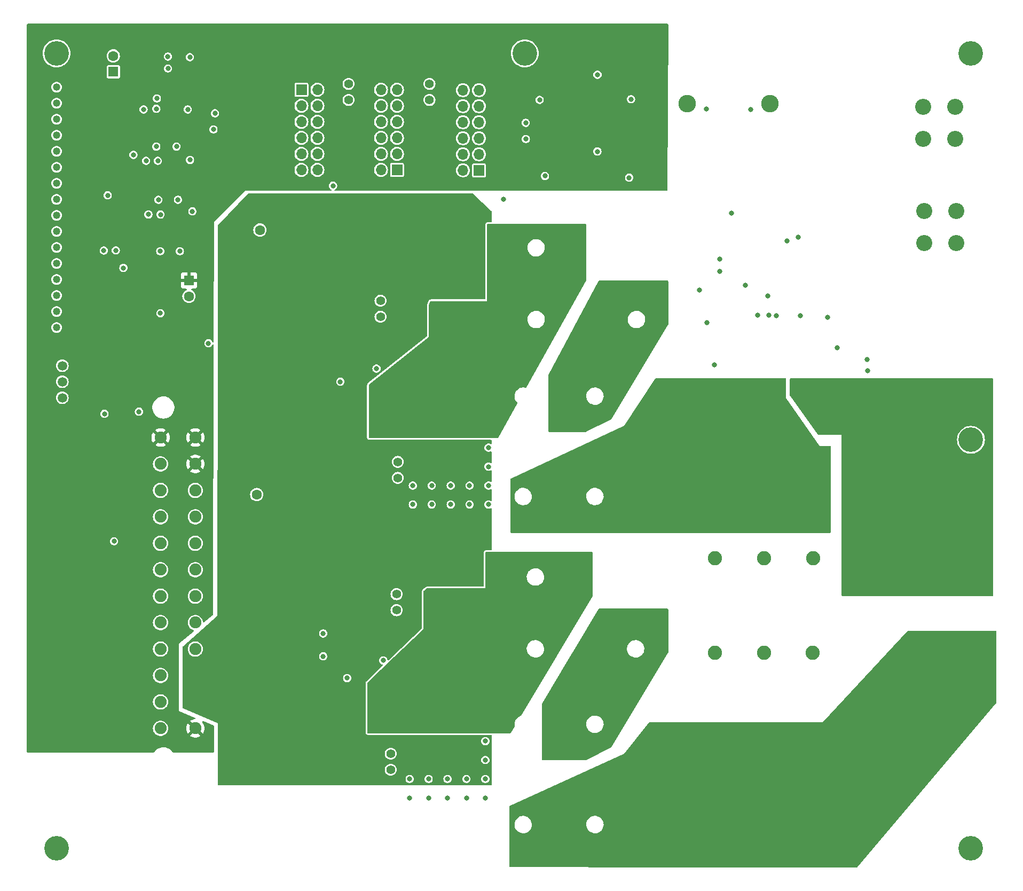
<source format=gbr>
%TF.GenerationSoftware,KiCad,Pcbnew,7.0.5*%
%TF.CreationDate,2023-09-24T16:41:28-07:00*%
%TF.ProjectId,FullSchematic,46756c6c-5363-4686-956d-617469632e6b,rev?*%
%TF.SameCoordinates,Original*%
%TF.FileFunction,Copper,L3,Inr*%
%TF.FilePolarity,Positive*%
%FSLAX46Y46*%
G04 Gerber Fmt 4.6, Leading zero omitted, Abs format (unit mm)*
G04 Created by KiCad (PCBNEW 7.0.5) date 2023-09-24 16:41:28*
%MOMM*%
%LPD*%
G01*
G04 APERTURE LIST*
%TA.AperFunction,ComponentPad*%
%ADD10R,6.000000X2.500000*%
%TD*%
%TA.AperFunction,ComponentPad*%
%ADD11C,3.900000*%
%TD*%
%TA.AperFunction,ComponentPad*%
%ADD12C,1.400000*%
%TD*%
%TA.AperFunction,ComponentPad*%
%ADD13C,2.780000*%
%TD*%
%TA.AperFunction,ComponentPad*%
%ADD14C,1.905000*%
%TD*%
%TA.AperFunction,ComponentPad*%
%ADD15C,2.250000*%
%TD*%
%TA.AperFunction,ComponentPad*%
%ADD16C,2.550000*%
%TD*%
%TA.AperFunction,ComponentPad*%
%ADD17C,1.180000*%
%TD*%
%TA.AperFunction,ComponentPad*%
%ADD18R,1.700000X1.700000*%
%TD*%
%TA.AperFunction,ComponentPad*%
%ADD19O,1.700000X1.700000*%
%TD*%
%TA.AperFunction,ComponentPad*%
%ADD20R,1.600000X1.600000*%
%TD*%
%TA.AperFunction,ComponentPad*%
%ADD21C,1.600000*%
%TD*%
%TA.AperFunction,ComponentPad*%
%ADD22R,2.500000X6.000000*%
%TD*%
%TA.AperFunction,ComponentPad*%
%ADD23C,1.500000*%
%TD*%
%TA.AperFunction,ViaPad*%
%ADD24C,0.800000*%
%TD*%
G04 APERTURE END LIST*
D10*
%TO.N,Net-(D3-A)*%
%TO.C,L1*%
X140785000Y-62878000D03*
%TO.N,Net-(L1-Pad2)*%
X157295000Y-68108000D03*
%TD*%
D11*
%TO.N,N/C*%
%TO.C,REF\u002A\u002A*%
X210000000Y-29000000D03*
%TD*%
D12*
%TO.N,Net-(U5-Gate)*%
%TO.C,TP6*%
X118913000Y-117250000D03*
%TO.N,N/C*%
X118913000Y-114710000D03*
%TD*%
%TO.N,INV*%
%TO.C,TP2*%
X124140000Y-36380000D03*
%TO.N,N/C*%
X124140000Y-33840000D03*
%TD*%
D13*
%TO.N,COM*%
%TO.C,J1*%
X178140000Y-37000000D03*
X165000000Y-37000000D03*
%TD*%
D14*
%TO.N,+3.3V*%
%TO.C,J2*%
X87011800Y-89881000D03*
X87011800Y-94072000D03*
%TO.N,COM*%
X87011800Y-98263000D03*
%TO.N,+5V*%
X87011800Y-102454000D03*
%TO.N,COM*%
X87011800Y-106645000D03*
%TO.N,+5V*%
X87011800Y-110836000D03*
%TO.N,COM*%
X87011800Y-115027000D03*
%TO.N,PWR_OK*%
X87011800Y-119218000D03*
%TO.N,unconnected-(J2-+5VSB-Pad9)*%
X87011800Y-123409000D03*
%TO.N,+12V*%
X87011800Y-127600000D03*
X87011800Y-131791000D03*
%TO.N,+3.3V*%
X87011800Y-135982000D03*
X81500000Y-89881000D03*
%TO.N,-12V*%
X81500000Y-94072000D03*
%TO.N,COM*%
X81500000Y-98263000D03*
%TO.N,PWR_ON#*%
X81500000Y-102454000D03*
%TO.N,COM*%
X81500000Y-106645000D03*
X81500000Y-110836000D03*
X81500000Y-115027000D03*
%TO.N,unconnected-(J2-NC-Pad20)*%
X81500000Y-119218000D03*
%TO.N,+5V*%
X81500000Y-123409000D03*
X81500000Y-127600000D03*
X81500000Y-131791000D03*
%TO.N,COM*%
X81500000Y-135982000D03*
%TD*%
D15*
%TO.N,AMP_OUT*%
%TO.C,C13*%
X177200000Y-94000000D03*
%TO.N,COM*%
X177200000Y-109000000D03*
%TD*%
D11*
%TO.N,N/C*%
%TO.C,REF\u002A\u002A*%
X139250000Y-29000000D03*
%TD*%
D16*
%TO.N,OCTA_IN*%
%TO.C,J4*%
X203460000Y-129540000D03*
X203460000Y-124460000D03*
X208540000Y-129540000D03*
X208540000Y-124460000D03*
%TD*%
D17*
%TO.N,COM*%
%TO.C,J10*%
X65000000Y-34360000D03*
%TO.N,+5V*%
X65000000Y-36900000D03*
%TO.N,CONTRAST*%
X65000000Y-39440000D03*
%TO.N,Net-(J10-RS)*%
X65000000Y-41980000D03*
%TO.N,Net-(J10-R{slash}W)*%
X65000000Y-44520000D03*
%TO.N,Net-(J10-E)*%
X65000000Y-47060000D03*
%TO.N,Net-(J10-DB0)*%
X65000000Y-49600000D03*
%TO.N,Net-(J10-DB1)*%
X65000000Y-52140000D03*
%TO.N,Net-(J10-DB2)*%
X65000000Y-54680000D03*
%TO.N,Net-(J10-DB3)*%
X65000000Y-57220000D03*
%TO.N,Net-(J10-DB4)*%
X65000000Y-59760000D03*
%TO.N,Net-(J10-DB5)*%
X65000000Y-62300000D03*
%TO.N,Net-(J10-DB6)*%
X65000000Y-64840000D03*
%TO.N,Net-(J10-DB7)*%
X65000000Y-67380000D03*
%TO.N,COM*%
X65000000Y-69920000D03*
%TO.N,LEDA*%
X65000000Y-72460000D03*
%TD*%
D15*
%TO.N,AMP_OUT*%
%TO.C,C15*%
X169400000Y-94000000D03*
%TO.N,COM*%
X169400000Y-109000000D03*
%TD*%
D18*
%TO.N,unconnected-(J5-Pad1)*%
%TO.C,J5*%
X119000000Y-47460000D03*
D19*
%TO.N,unconnected-(J5-Pad2)*%
X119000000Y-44920000D03*
%TO.N,unconnected-(J5-Pad3)*%
X119000000Y-42380000D03*
%TO.N,unconnected-(J5-Pad4)*%
X119000000Y-39840000D03*
%TO.N,COM*%
X119000000Y-37300000D03*
%TO.N,unconnected-(J5-Pad6)*%
X119000000Y-34760000D03*
%TO.N,INV*%
X116460000Y-47460000D03*
%TO.N,NON_INV*%
X116460000Y-44920000D03*
%TO.N,FAULT_N*%
X116460000Y-42380000D03*
%TO.N,RELAY_TRIP_N*%
X116460000Y-39840000D03*
%TO.N,COM*%
X116460000Y-37300000D03*
%TO.N,unconnected-(J5-Pad12)*%
X116460000Y-34760000D03*
%TD*%
D12*
%TO.N,NON_INV*%
%TO.C,TP1*%
X111308000Y-36380000D03*
%TO.N,N/C*%
X111308000Y-33840000D03*
%TD*%
D20*
%TO.N,+12V*%
%TO.C,C11*%
X97250000Y-59500000D03*
D21*
%TO.N,COM*%
X97250000Y-57000000D03*
%TD*%
D16*
%TO.N,COM*%
%TO.C,J8*%
X202562000Y-59080000D03*
X202562000Y-54000000D03*
X207642000Y-59080000D03*
X207642000Y-54000000D03*
%TD*%
D15*
%TO.N,OCTA_IN*%
%TO.C,C18*%
X177190000Y-139005000D03*
%TO.N,COM*%
X177190000Y-124005000D03*
%TD*%
D22*
%TO.N,Net-(L2-Pad2)*%
%TO.C,L4*%
X147305000Y-135055002D03*
%TO.N,OCTA_IN*%
X142075000Y-151565002D03*
%TD*%
D12*
%TO.N,Net-(U6-Gate)*%
%TO.C,TP4*%
X118000000Y-140000000D03*
%TO.N,N/C*%
X118000000Y-142540000D03*
%TD*%
D16*
%TO.N,RELAY_TRIP_N*%
%TO.C,J7*%
X202412000Y-42540000D03*
X202412000Y-37460000D03*
X207492000Y-42540000D03*
X207492000Y-37460000D03*
%TD*%
D12*
%TO.N,Net-(U4-Gate)*%
%TO.C,TP5*%
X119113000Y-93750000D03*
%TO.N,N/C*%
X119113000Y-96290000D03*
%TD*%
D15*
%TO.N,OCTA_IN*%
%TO.C,C16*%
X169400000Y-139005000D03*
%TO.N,COM*%
X169400000Y-124005000D03*
%TD*%
D20*
%TO.N,+12V*%
%TO.C,C12*%
X96750000Y-101432380D03*
D21*
%TO.N,COM*%
X96750000Y-98932380D03*
%TD*%
D23*
%TO.N,-5V*%
%TO.C,RV1*%
X65920000Y-78500000D03*
%TO.N,CONTRAST*%
X65920000Y-81040000D03*
%TO.N,Net-(Q3-E)*%
X65920000Y-83580000D03*
%TD*%
D11*
%TO.N,N/C*%
%TO.C,REF\u002A\u002A*%
X65000000Y-155000000D03*
%TD*%
D15*
%TO.N,AMP_OUT*%
%TO.C,C17*%
X185000000Y-94000000D03*
%TO.N,COM*%
X185000000Y-109000000D03*
%TD*%
D11*
%TO.N,N/C*%
%TO.C,REF\u002A\u002A*%
X210000000Y-155000000D03*
%TD*%
D22*
%TO.N,Net-(L1-Pad2)*%
%TO.C,L3*%
X147305000Y-83055002D03*
%TO.N,AMP_OUT*%
X142075000Y-99565002D03*
%TD*%
D10*
%TO.N,Net-(D4-A)*%
%TO.C,L2*%
X140658000Y-115070002D03*
%TO.N,Net-(L2-Pad2)*%
X157168000Y-120300002D03*
%TD*%
D11*
%TO.N,N/C*%
%TO.C,REF\u002A\u002A*%
X65000000Y-29000000D03*
%TD*%
D12*
%TO.N,Net-(U3-Gate)*%
%TO.C,TP3*%
X116377000Y-70737000D03*
%TO.N,N/C*%
X116377000Y-68197000D03*
%TD*%
D15*
%TO.N,OCTA_IN*%
%TO.C,C14*%
X184894000Y-139005000D03*
%TO.N,COM*%
X184894000Y-124005000D03*
%TD*%
D18*
%TO.N,Net-(C6-Pad1)*%
%TO.C,J6*%
X132000000Y-47540000D03*
D19*
%TO.N,Net-(SW1-4)*%
X132000000Y-45000000D03*
%TO.N,Net-(SW1-2)*%
X132000000Y-42460000D03*
%TO.N,Net-(SW1-8)*%
X132000000Y-39920000D03*
%TO.N,COM*%
X132000000Y-37380000D03*
%TO.N,unconnected-(J6-Pad6)*%
X132000000Y-34840000D03*
%TO.N,C_SENSE*%
X129460000Y-47540000D03*
%TO.N,COM*%
X129460000Y-45000000D03*
%TO.N,C_REF*%
X129460000Y-42460000D03*
%TO.N,COM*%
X129460000Y-39920000D03*
X129460000Y-37380000D03*
%TO.N,unconnected-(J6-Pad12)*%
X129460000Y-34840000D03*
%TD*%
D16*
%TO.N,OCTA_OUT*%
%TO.C,J3*%
X203460000Y-110540000D03*
X203460000Y-105460000D03*
X208540000Y-110540000D03*
X208540000Y-105460000D03*
%TD*%
D20*
%TO.N,+5V*%
%TO.C,C2*%
X74000000Y-31900000D03*
D21*
%TO.N,COM*%
X74000000Y-29400000D03*
%TD*%
D20*
%TO.N,+3.3V*%
%TO.C,C1*%
X86000000Y-65000000D03*
D21*
%TO.N,COM*%
X86000000Y-67500000D03*
%TD*%
D11*
%TO.N,N/C*%
%TO.C,REF\u002A\u002A*%
X210000000Y-90250000D03*
%TD*%
D18*
%TO.N,SRCLK*%
%TO.C,J9*%
X103840000Y-34760000D03*
D19*
%TO.N,RCLK*%
X103840000Y-37300000D03*
%TO.N,\u002AOE*%
X103840000Y-39840000D03*
%TO.N,SER*%
X103840000Y-42380000D03*
%TO.N,COM*%
X103840000Y-44920000D03*
%TO.N,unconnected-(J9-Pad6)*%
X103840000Y-47460000D03*
%TO.N,Net-(U12-B1)*%
X106380000Y-34760000D03*
%TO.N,Net-(U12-B2)*%
X106380000Y-37300000D03*
%TO.N,Net-(U13-B1)*%
X106380000Y-39840000D03*
%TO.N,OC_RESET_N*%
X106380000Y-42380000D03*
%TO.N,COM*%
X106380000Y-44920000D03*
%TO.N,unconnected-(J9-Pad12)*%
X106380000Y-47460000D03*
%TD*%
D24*
%TO.N,+3.3V*%
X86097000Y-31415000D03*
X141990000Y-38370000D03*
X156300000Y-32500000D03*
X142523000Y-44265000D03*
X146000000Y-31935000D03*
X84650000Y-54087000D03*
X84280000Y-45890000D03*
X84020000Y-37740000D03*
X155900000Y-44400000D03*
%TO.N,COM*%
X80905000Y-36140000D03*
X182995000Y-70555000D03*
X85810000Y-37884581D03*
X124000000Y-147000000D03*
X168070000Y-37820000D03*
X78060000Y-85790000D03*
X81470000Y-70180000D03*
X124000000Y-144000000D03*
X188823000Y-75685000D03*
X172000000Y-54300000D03*
X133000000Y-141000000D03*
X110007000Y-81037000D03*
X82665000Y-29500000D03*
X133500000Y-97500000D03*
X133000000Y-144000000D03*
X156100000Y-36265000D03*
X111073000Y-128012000D03*
X79570000Y-54520000D03*
X77200000Y-45080000D03*
X74122500Y-106322500D03*
X130000000Y-144000000D03*
X79200000Y-46020000D03*
X84260685Y-52190000D03*
X133000000Y-138000000D03*
X155800000Y-48700000D03*
X127000000Y-144000000D03*
X124500000Y-100500000D03*
X182580000Y-58100000D03*
X84020000Y-43774581D03*
X127500000Y-100500000D03*
X193600000Y-79300000D03*
X86170000Y-45890000D03*
X86146000Y-29600000D03*
X130500000Y-97500000D03*
X130500000Y-100500000D03*
X177935000Y-70475000D03*
X133500000Y-91500000D03*
X121500000Y-97500000D03*
X124500000Y-97500000D03*
X81150685Y-52210000D03*
X84550000Y-60350000D03*
X127000000Y-147000000D03*
X89090000Y-74940000D03*
X116813000Y-125212000D03*
X127500000Y-97500000D03*
X81445419Y-60350000D03*
X130000000Y-147000000D03*
X150770000Y-44550000D03*
X72610000Y-86127500D03*
X142453000Y-48435000D03*
X115730000Y-78959000D03*
X133500000Y-100500000D03*
X141607000Y-36365000D03*
X121000000Y-144000000D03*
X121500000Y-100500000D03*
X176173000Y-70485000D03*
X169303000Y-78330000D03*
X121000000Y-147000000D03*
X133500000Y-94500000D03*
X179165000Y-70535000D03*
X80820000Y-43774581D03*
X78810000Y-37884581D03*
X150780000Y-32380000D03*
X180823500Y-58712200D03*
X170196500Y-63517200D03*
X86540000Y-54037000D03*
X72502500Y-60247500D03*
X133000000Y-147000000D03*
%TO.N,+5V*%
X174220000Y-65730000D03*
X80830000Y-37780000D03*
X187310000Y-70870000D03*
X81480000Y-54540000D03*
X168100000Y-71700000D03*
X81060000Y-46030000D03*
X75600000Y-63010000D03*
X82667000Y-31392000D03*
X73112500Y-51500000D03*
X175080000Y-37875000D03*
X74402500Y-60227500D03*
X170153500Y-61602200D03*
X193500000Y-77500000D03*
%TO.N,+12V*%
X109750000Y-88750000D03*
X121840000Y-105500000D03*
X127840000Y-111500000D03*
X108250000Y-133250000D03*
X124840000Y-105500000D03*
X130840000Y-111500000D03*
X124840000Y-108500000D03*
X121840000Y-108500000D03*
X107600000Y-100360000D03*
X110000000Y-135750000D03*
X122500000Y-59007000D03*
X115640000Y-75959000D03*
X122500000Y-65000000D03*
X124840000Y-111500000D03*
X116838000Y-61487000D03*
X116813000Y-122212000D03*
X121840000Y-111500000D03*
X109750000Y-83750000D03*
X131500000Y-62000000D03*
X110000000Y-130750000D03*
X127840000Y-105500000D03*
X127000000Y-64750000D03*
X127000000Y-58757000D03*
X127840000Y-108500000D03*
X130840000Y-105500000D03*
X131500000Y-59007000D03*
X131500000Y-65000000D03*
X122500000Y-62000000D03*
X107750000Y-86000000D03*
X130840000Y-108500000D03*
X127000000Y-61750000D03*
%TO.N,Net-(D4-A)*%
X124813000Y-134000000D03*
X127500000Y-120823497D03*
X127813000Y-128000000D03*
X121813000Y-134000000D03*
X132750000Y-119500000D03*
X121813000Y-128000000D03*
X130813000Y-128000000D03*
X121813000Y-131000000D03*
X130813000Y-134000000D03*
X124813000Y-128000000D03*
X132750000Y-117500000D03*
X132750000Y-115500000D03*
X124000000Y-124000000D03*
X124813000Y-131000000D03*
X127813000Y-131000000D03*
X130500000Y-120823497D03*
X127000000Y-124000000D03*
X127813000Y-134000000D03*
X124000000Y-120823497D03*
X130500000Y-124000000D03*
X130813000Y-131000000D03*
X121113000Y-123625270D03*
%TO.N,AMP_OUT*%
X169000000Y-85000000D03*
X178000000Y-88000000D03*
X166000000Y-88000000D03*
X175000000Y-85000000D03*
X169000000Y-82000000D03*
X175000000Y-88000000D03*
X169000000Y-88000000D03*
X166000000Y-82000000D03*
X178000000Y-85000000D03*
X166000000Y-85000000D03*
X172000000Y-88000000D03*
X172000000Y-85000000D03*
X172000000Y-82000000D03*
%TO.N,Net-(D3-A)*%
X133250000Y-73500000D03*
X124500000Y-78500000D03*
X121563000Y-77812000D03*
X124500000Y-75250000D03*
X122250000Y-88000000D03*
X122250000Y-80500000D03*
X131000000Y-88000000D03*
X127500000Y-78500000D03*
X131000000Y-84000000D03*
X133250000Y-71500000D03*
X128000000Y-75250000D03*
X131000000Y-78500000D03*
X127000000Y-84000000D03*
X122250000Y-84000000D03*
X127000000Y-80500000D03*
X131000000Y-80500000D03*
X133250000Y-69750000D03*
X127000000Y-88000000D03*
X131000000Y-75250000D03*
%TO.N,OCTA_OUT*%
X191000000Y-88000000D03*
X191000000Y-85000000D03*
X194000000Y-82000000D03*
X194000000Y-85000000D03*
X185000000Y-85000000D03*
X197000000Y-85000000D03*
X194000000Y-88000000D03*
X188000000Y-82000000D03*
X188000000Y-85000000D03*
X197000000Y-88000000D03*
X191000000Y-82000000D03*
X188000000Y-88000000D03*
X197000000Y-82000000D03*
%TO.N,RELAY_TRIP_N*%
X139400000Y-40000000D03*
%TO.N,OC_RESET_N*%
X108850000Y-49980000D03*
X135910000Y-52110000D03*
%TO.N,FAULT_N*%
X139420000Y-42570000D03*
%TO.N,C_REF*%
X166955000Y-66475000D03*
X177778000Y-67460000D03*
%TO.N,INV*%
X107290000Y-120940000D03*
X107290000Y-124560000D03*
%TO.N,Net-(U12-B2)*%
X90130000Y-38500000D03*
%TO.N,Net-(U13-B1)*%
X89880000Y-41050000D03*
%TD*%
%TA.AperFunction,Conductor*%
%TO.N,OCTA_IN*%
G36*
X186500000Y-158000000D02*
G01*
X162000017Y-158000000D01*
X136807467Y-157928032D01*
X136799345Y-157924640D01*
X136796000Y-157916532D01*
X136796000Y-151171452D01*
X137621773Y-151171452D01*
X137631703Y-151405220D01*
X137680997Y-151633942D01*
X137768235Y-151851044D01*
X137768236Y-151851045D01*
X137890910Y-152050281D01*
X138045491Y-152225919D01*
X138045493Y-152225921D01*
X138045498Y-152225926D01*
X138045499Y-152225927D01*
X138210849Y-152359435D01*
X138227532Y-152372906D01*
X138431795Y-152487014D01*
X138652404Y-152564961D01*
X138883013Y-152604502D01*
X138883016Y-152604502D01*
X139058387Y-152604502D01*
X139058395Y-152604502D01*
X139233132Y-152589630D01*
X139459556Y-152530673D01*
X139672761Y-152434299D01*
X139866611Y-152303279D01*
X139866618Y-152303272D01*
X139866621Y-152303270D01*
X139934233Y-152238467D01*
X140035530Y-152141383D01*
X140174659Y-151953268D01*
X140279995Y-151744346D01*
X140348508Y-151520628D01*
X140378227Y-151288548D01*
X140373253Y-151171452D01*
X149001773Y-151171452D01*
X149011703Y-151405220D01*
X149060997Y-151633942D01*
X149148235Y-151851044D01*
X149148236Y-151851045D01*
X149270910Y-152050281D01*
X149425491Y-152225919D01*
X149425493Y-152225921D01*
X149425498Y-152225926D01*
X149425499Y-152225927D01*
X149590849Y-152359435D01*
X149607532Y-152372906D01*
X149811795Y-152487014D01*
X150032404Y-152564961D01*
X150263013Y-152604502D01*
X150263016Y-152604502D01*
X150438387Y-152604502D01*
X150438395Y-152604502D01*
X150613132Y-152589630D01*
X150839556Y-152530673D01*
X151052761Y-152434299D01*
X151246611Y-152303279D01*
X151246618Y-152303272D01*
X151246621Y-152303270D01*
X151314233Y-152238467D01*
X151415530Y-152141383D01*
X151554659Y-151953268D01*
X151659995Y-151744346D01*
X151728508Y-151520628D01*
X151758227Y-151288548D01*
X151748297Y-151054785D01*
X151699003Y-150826062D01*
X151611764Y-150608959D01*
X151489090Y-150409723D01*
X151334509Y-150234085D01*
X151334505Y-150234082D01*
X151334501Y-150234077D01*
X151334500Y-150234076D01*
X151152473Y-150087102D01*
X151152472Y-150087101D01*
X151152471Y-150087100D01*
X151152468Y-150087098D01*
X150948205Y-149972990D01*
X150920245Y-149963111D01*
X150727600Y-149895044D01*
X150727597Y-149895043D01*
X150727596Y-149895043D01*
X150496987Y-149855502D01*
X150321605Y-149855502D01*
X150194523Y-149866318D01*
X150146865Y-149870374D01*
X149920445Y-149929330D01*
X149707242Y-150025703D01*
X149707239Y-150025704D01*
X149707239Y-150025705D01*
X149616400Y-150087102D01*
X149513382Y-150156730D01*
X149513378Y-150156733D01*
X149344472Y-150318618D01*
X149344471Y-150318619D01*
X149205342Y-150506733D01*
X149205338Y-150506740D01*
X149100004Y-150715658D01*
X149031492Y-150939375D01*
X149001773Y-151171452D01*
X140373253Y-151171452D01*
X140368297Y-151054785D01*
X140319003Y-150826062D01*
X140231764Y-150608959D01*
X140109090Y-150409723D01*
X139954509Y-150234085D01*
X139954505Y-150234082D01*
X139954501Y-150234077D01*
X139954500Y-150234076D01*
X139772473Y-150087102D01*
X139772472Y-150087101D01*
X139772471Y-150087100D01*
X139772468Y-150087098D01*
X139568205Y-149972990D01*
X139540245Y-149963111D01*
X139347600Y-149895044D01*
X139347597Y-149895043D01*
X139347596Y-149895043D01*
X139116987Y-149855502D01*
X138941605Y-149855502D01*
X138814523Y-149866318D01*
X138766865Y-149870374D01*
X138540445Y-149929330D01*
X138327242Y-150025703D01*
X138327239Y-150025704D01*
X138327239Y-150025705D01*
X138236400Y-150087102D01*
X138133382Y-150156730D01*
X138133378Y-150156733D01*
X137964472Y-150318618D01*
X137964471Y-150318619D01*
X137825342Y-150506733D01*
X137825338Y-150506740D01*
X137720004Y-150715658D01*
X137651492Y-150939375D01*
X137621773Y-151171452D01*
X136796000Y-151171452D01*
X136796000Y-148335385D01*
X136799368Y-148327253D01*
X136802713Y-148324928D01*
X155000000Y-140000000D01*
X158996547Y-135004315D01*
X159004257Y-135000070D01*
X159005527Y-135000000D01*
X186499999Y-135000000D01*
X186500000Y-135000000D01*
X186500000Y-158000000D01*
G37*
%TD.AperFunction*%
%TD*%
%TA.AperFunction,Conductor*%
%TO.N,AMP_OUT*%
G36*
X180632989Y-80509711D02*
G01*
X180678769Y-80562493D01*
X180690000Y-80614059D01*
X180690000Y-83600000D01*
X186000000Y-91200000D01*
X187676000Y-91200000D01*
X187743039Y-91219685D01*
X187788794Y-91272489D01*
X187800000Y-91324000D01*
X187800000Y-104876000D01*
X187780315Y-104943039D01*
X187727511Y-104988794D01*
X187676000Y-105000000D01*
X137124000Y-105000000D01*
X137056961Y-104980315D01*
X137011206Y-104927511D01*
X137000000Y-104876000D01*
X137000000Y-99171456D01*
X137621773Y-99171456D01*
X137631702Y-99405215D01*
X137631702Y-99405216D01*
X137680997Y-99633944D01*
X137725361Y-99744347D01*
X137768236Y-99851045D01*
X137890910Y-100050281D01*
X137971093Y-100141387D01*
X138045487Y-100225914D01*
X138045494Y-100225922D01*
X138227525Y-100372901D01*
X138227531Y-100372906D01*
X138337432Y-100434300D01*
X138431795Y-100487014D01*
X138652404Y-100564961D01*
X138652410Y-100564962D01*
X138883002Y-100604501D01*
X138883012Y-100604501D01*
X138883013Y-100604502D01*
X138883014Y-100604502D01*
X139058395Y-100604502D01*
X139058412Y-100604501D01*
X139233127Y-100589631D01*
X139233130Y-100589630D01*
X139233132Y-100589630D01*
X139459556Y-100530673D01*
X139459557Y-100530672D01*
X139459559Y-100530672D01*
X139672759Y-100434300D01*
X139672759Y-100434299D01*
X139672761Y-100434299D01*
X139866611Y-100303279D01*
X140035530Y-100141383D01*
X140174659Y-99953268D01*
X140279995Y-99744346D01*
X140348508Y-99520628D01*
X140378227Y-99288548D01*
X140373253Y-99171456D01*
X149001773Y-99171456D01*
X149011702Y-99405215D01*
X149011702Y-99405216D01*
X149060997Y-99633944D01*
X149105361Y-99744347D01*
X149148236Y-99851045D01*
X149270910Y-100050281D01*
X149351093Y-100141387D01*
X149425487Y-100225914D01*
X149425494Y-100225922D01*
X149607525Y-100372901D01*
X149607531Y-100372906D01*
X149717432Y-100434300D01*
X149811795Y-100487014D01*
X150032404Y-100564961D01*
X150032410Y-100564962D01*
X150263002Y-100604501D01*
X150263012Y-100604501D01*
X150263013Y-100604502D01*
X150263014Y-100604502D01*
X150438395Y-100604502D01*
X150438412Y-100604501D01*
X150613127Y-100589631D01*
X150613130Y-100589630D01*
X150613132Y-100589630D01*
X150839556Y-100530673D01*
X150839557Y-100530672D01*
X150839559Y-100530672D01*
X151052759Y-100434300D01*
X151052759Y-100434299D01*
X151052761Y-100434299D01*
X151246611Y-100303279D01*
X151415530Y-100141383D01*
X151554659Y-99953268D01*
X151659995Y-99744346D01*
X151728508Y-99520628D01*
X151758227Y-99288548D01*
X151748297Y-99054785D01*
X151699003Y-98826062D01*
X151611764Y-98608959D01*
X151489090Y-98409723D01*
X151334509Y-98234085D01*
X151334507Y-98234083D01*
X151334505Y-98234081D01*
X151152474Y-98087102D01*
X151152468Y-98087097D01*
X150948208Y-97972991D01*
X150727599Y-97895044D01*
X150727589Y-97895041D01*
X150496997Y-97855502D01*
X150496987Y-97855502D01*
X150321605Y-97855502D01*
X150321587Y-97855502D01*
X150146872Y-97870372D01*
X149920444Y-97929330D01*
X149920440Y-97929331D01*
X149707240Y-98025703D01*
X149513388Y-98156725D01*
X149513385Y-98156727D01*
X149344475Y-98318616D01*
X149344470Y-98318621D01*
X149245092Y-98452988D01*
X149205339Y-98506738D01*
X149100005Y-98715656D01*
X149031491Y-98939377D01*
X149001773Y-99171456D01*
X140373253Y-99171456D01*
X140368297Y-99054785D01*
X140319003Y-98826062D01*
X140231764Y-98608959D01*
X140109090Y-98409723D01*
X139954509Y-98234085D01*
X139954507Y-98234083D01*
X139954505Y-98234081D01*
X139772474Y-98087102D01*
X139772468Y-98087097D01*
X139568208Y-97972991D01*
X139347599Y-97895044D01*
X139347589Y-97895041D01*
X139116997Y-97855502D01*
X139116987Y-97855502D01*
X138941605Y-97855502D01*
X138941587Y-97855502D01*
X138766872Y-97870372D01*
X138540444Y-97929330D01*
X138540440Y-97929331D01*
X138327240Y-98025703D01*
X138133388Y-98156725D01*
X138133385Y-98156727D01*
X137964475Y-98318616D01*
X137964470Y-98318621D01*
X137865092Y-98452988D01*
X137825339Y-98506738D01*
X137720005Y-98715656D01*
X137651491Y-98939377D01*
X137621773Y-99171456D01*
X137000000Y-99171456D01*
X137000000Y-96478971D01*
X137019685Y-96411932D01*
X137071561Y-96366604D01*
X155000000Y-88000000D01*
X159963211Y-80555182D01*
X160016775Y-80510323D01*
X160066319Y-80499967D01*
X180565943Y-80490059D01*
X180632989Y-80509711D01*
G37*
%TD.AperFunction*%
%TD*%
%TA.AperFunction,Conductor*%
%TO.N,Net-(D3-A)*%
G36*
X148943039Y-56019685D02*
G01*
X148988794Y-56072489D01*
X149000000Y-56124000D01*
X149000000Y-64967643D01*
X148984191Y-65028230D01*
X139511474Y-81943793D01*
X139461543Y-81992667D01*
X139393115Y-82006788D01*
X139361972Y-82000122D01*
X139347605Y-81995045D01*
X139347589Y-81995041D01*
X139116997Y-81955502D01*
X139116987Y-81955502D01*
X138941605Y-81955502D01*
X138941587Y-81955502D01*
X138766872Y-81970372D01*
X138540444Y-82029330D01*
X138540440Y-82029331D01*
X138327240Y-82125703D01*
X138133388Y-82256725D01*
X138133385Y-82256727D01*
X137964475Y-82418616D01*
X137964470Y-82418621D01*
X137865092Y-82552988D01*
X137825339Y-82606738D01*
X137720005Y-82815656D01*
X137651491Y-83039377D01*
X137621773Y-83271456D01*
X137631702Y-83505215D01*
X137631702Y-83505216D01*
X137680997Y-83733944D01*
X137768234Y-83951041D01*
X137768236Y-83951045D01*
X137890910Y-84150281D01*
X138045491Y-84325919D01*
X138054956Y-84333561D01*
X138094749Y-84390992D01*
X138097176Y-84460819D01*
X138085248Y-84490625D01*
X135035511Y-89936587D01*
X134985580Y-89985461D01*
X134927320Y-90000000D01*
X122000000Y-90000000D01*
X114624000Y-90000000D01*
X114556961Y-89980315D01*
X114511206Y-89927511D01*
X114500000Y-89876000D01*
X114500000Y-81560090D01*
X114519685Y-81493051D01*
X114547164Y-81462765D01*
X124000000Y-74000000D01*
X124000000Y-71124454D01*
X139681773Y-71124454D01*
X139691702Y-71358213D01*
X139691702Y-71358214D01*
X139740997Y-71586942D01*
X139785361Y-71697345D01*
X139828236Y-71804043D01*
X139950910Y-72003279D01*
X140089638Y-72160905D01*
X140105487Y-72178912D01*
X140105494Y-72178920D01*
X140287525Y-72325899D01*
X140287531Y-72325904D01*
X140397432Y-72387298D01*
X140491795Y-72440012D01*
X140712404Y-72517959D01*
X140712410Y-72517960D01*
X140943002Y-72557499D01*
X140943012Y-72557499D01*
X140943013Y-72557500D01*
X140943014Y-72557500D01*
X141118395Y-72557500D01*
X141118412Y-72557499D01*
X141293127Y-72542629D01*
X141293130Y-72542628D01*
X141293132Y-72542628D01*
X141519556Y-72483671D01*
X141519557Y-72483670D01*
X141519559Y-72483670D01*
X141732759Y-72387298D01*
X141732759Y-72387297D01*
X141732761Y-72387297D01*
X141926611Y-72256277D01*
X142095530Y-72094381D01*
X142234659Y-71906266D01*
X142339995Y-71697344D01*
X142408508Y-71473626D01*
X142438227Y-71241546D01*
X142428297Y-71007783D01*
X142379003Y-70779060D01*
X142291764Y-70561957D01*
X142169090Y-70362721D01*
X142014509Y-70187083D01*
X142014507Y-70187081D01*
X142014505Y-70187079D01*
X141832474Y-70040100D01*
X141832468Y-70040095D01*
X141628208Y-69925989D01*
X141407599Y-69848042D01*
X141407589Y-69848039D01*
X141176997Y-69808500D01*
X141176987Y-69808500D01*
X141001605Y-69808500D01*
X141001587Y-69808500D01*
X140826872Y-69823370D01*
X140600444Y-69882328D01*
X140600440Y-69882329D01*
X140387240Y-69978701D01*
X140193388Y-70109723D01*
X140193385Y-70109725D01*
X140044371Y-70252545D01*
X140024470Y-70271619D01*
X139950077Y-70372205D01*
X139885339Y-70459736D01*
X139780005Y-70668654D01*
X139711491Y-70892375D01*
X139681773Y-71124454D01*
X124000000Y-71124454D01*
X124000000Y-69020123D01*
X124006363Y-68980911D01*
X124221737Y-68334788D01*
X124261611Y-68277413D01*
X124326175Y-68250705D01*
X124339374Y-68250000D01*
X133250000Y-68250000D01*
X133250000Y-59744454D01*
X139681773Y-59744454D01*
X139691702Y-59978213D01*
X139691702Y-59978214D01*
X139740997Y-60206942D01*
X139785361Y-60317345D01*
X139828236Y-60424043D01*
X139950910Y-60623279D01*
X140031093Y-60714385D01*
X140105487Y-60798912D01*
X140105494Y-60798920D01*
X140287525Y-60945899D01*
X140287531Y-60945904D01*
X140397432Y-61007298D01*
X140491795Y-61060012D01*
X140712404Y-61137959D01*
X140712410Y-61137960D01*
X140943002Y-61177499D01*
X140943012Y-61177499D01*
X140943013Y-61177500D01*
X140943014Y-61177500D01*
X141118395Y-61177500D01*
X141118412Y-61177499D01*
X141293127Y-61162629D01*
X141293130Y-61162628D01*
X141293132Y-61162628D01*
X141519556Y-61103671D01*
X141519557Y-61103670D01*
X141519559Y-61103670D01*
X141732759Y-61007298D01*
X141732759Y-61007297D01*
X141732761Y-61007297D01*
X141926611Y-60876277D01*
X142095530Y-60714381D01*
X142234659Y-60526266D01*
X142339995Y-60317344D01*
X142408508Y-60093626D01*
X142438227Y-59861546D01*
X142428297Y-59627783D01*
X142379003Y-59399060D01*
X142291764Y-59181957D01*
X142169090Y-58982721D01*
X142014509Y-58807083D01*
X142014507Y-58807081D01*
X142014505Y-58807079D01*
X141832474Y-58660100D01*
X141832468Y-58660095D01*
X141628208Y-58545989D01*
X141407599Y-58468042D01*
X141407589Y-58468039D01*
X141176997Y-58428500D01*
X141176987Y-58428500D01*
X141001605Y-58428500D01*
X141001587Y-58428500D01*
X140826872Y-58443370D01*
X140600444Y-58502328D01*
X140600440Y-58502329D01*
X140387240Y-58598701D01*
X140193388Y-58729723D01*
X140193385Y-58729725D01*
X140024475Y-58891614D01*
X140024470Y-58891619D01*
X139939135Y-59007000D01*
X139885339Y-59079736D01*
X139780005Y-59288654D01*
X139711491Y-59512375D01*
X139681773Y-59744454D01*
X133250000Y-59744454D01*
X133250000Y-56124000D01*
X133269685Y-56056961D01*
X133322489Y-56011206D01*
X133374000Y-56000000D01*
X148876000Y-56000000D01*
X148943039Y-56019685D01*
G37*
%TD.AperFunction*%
%TD*%
%TA.AperFunction,Conductor*%
%TO.N,Net-(D4-A)*%
G36*
X149943039Y-108019685D02*
G01*
X149988794Y-108072489D01*
X150000000Y-108124000D01*
X150000000Y-114965767D01*
X149982437Y-115029384D01*
X138667994Y-133959315D01*
X138616703Y-134006761D01*
X138592805Y-134015696D01*
X138540447Y-134029330D01*
X138540430Y-134029336D01*
X138327240Y-134125703D01*
X138133388Y-134256725D01*
X138133385Y-134256727D01*
X137964475Y-134418616D01*
X137964470Y-134418621D01*
X137865092Y-134552988D01*
X137825339Y-134606738D01*
X137720005Y-134815656D01*
X137651491Y-135039377D01*
X137621773Y-135271456D01*
X137631702Y-135505215D01*
X137631703Y-135505222D01*
X137651166Y-135595534D01*
X137646047Y-135665216D01*
X137636386Y-135685274D01*
X137036091Y-136689617D01*
X136984800Y-136737062D01*
X136929654Y-136750000D01*
X121750000Y-136750000D01*
X114374000Y-136750000D01*
X114306961Y-136730315D01*
X114261206Y-136677511D01*
X114250000Y-136626000D01*
X114250000Y-128803245D01*
X114269685Y-128736206D01*
X114288608Y-128713333D01*
X118503926Y-124709959D01*
X119971203Y-123316456D01*
X139554773Y-123316456D01*
X139564702Y-123550215D01*
X139564702Y-123550216D01*
X139613997Y-123778944D01*
X139658361Y-123889347D01*
X139701236Y-123996045D01*
X139823910Y-124195281D01*
X139904093Y-124286387D01*
X139978487Y-124370914D01*
X139978494Y-124370922D01*
X140160525Y-124517901D01*
X140160531Y-124517906D01*
X140270432Y-124579300D01*
X140364795Y-124632014D01*
X140585404Y-124709961D01*
X140585410Y-124709962D01*
X140816002Y-124749501D01*
X140816012Y-124749501D01*
X140816013Y-124749502D01*
X140816014Y-124749502D01*
X140991395Y-124749502D01*
X140991412Y-124749501D01*
X141166127Y-124734631D01*
X141166130Y-124734630D01*
X141166132Y-124734630D01*
X141392556Y-124675673D01*
X141392557Y-124675672D01*
X141392559Y-124675672D01*
X141605759Y-124579300D01*
X141605759Y-124579299D01*
X141605761Y-124579299D01*
X141799611Y-124448279D01*
X141968530Y-124286383D01*
X142107659Y-124098268D01*
X142212995Y-123889346D01*
X142281508Y-123665628D01*
X142311227Y-123433548D01*
X142301297Y-123199785D01*
X142252003Y-122971062D01*
X142164764Y-122753959D01*
X142042090Y-122554723D01*
X141887509Y-122379085D01*
X141887507Y-122379083D01*
X141887505Y-122379081D01*
X141705474Y-122232102D01*
X141705468Y-122232097D01*
X141501208Y-122117991D01*
X141280599Y-122040044D01*
X141280589Y-122040041D01*
X141049997Y-122000502D01*
X141049987Y-122000502D01*
X140874605Y-122000502D01*
X140874587Y-122000502D01*
X140699872Y-122015372D01*
X140473444Y-122074330D01*
X140473440Y-122074331D01*
X140260240Y-122170703D01*
X140066388Y-122301725D01*
X140066385Y-122301727D01*
X139897475Y-122463616D01*
X139897470Y-122463621D01*
X139798092Y-122597988D01*
X139758339Y-122651738D01*
X139653005Y-122860656D01*
X139584491Y-123084377D01*
X139554773Y-123316456D01*
X119971203Y-123316456D01*
X123200000Y-120250000D01*
X123200000Y-114261999D01*
X123219685Y-114194960D01*
X123249596Y-114162802D01*
X123766933Y-113774799D01*
X123832375Y-113750324D01*
X123841333Y-113750000D01*
X133000000Y-113750000D01*
X133000000Y-111936456D01*
X139554773Y-111936456D01*
X139564702Y-112170215D01*
X139564702Y-112170216D01*
X139613997Y-112398944D01*
X139658361Y-112509347D01*
X139701236Y-112616045D01*
X139823910Y-112815281D01*
X139904093Y-112906387D01*
X139978487Y-112990914D01*
X139978494Y-112990922D01*
X140160525Y-113137901D01*
X140160531Y-113137906D01*
X140270432Y-113199300D01*
X140364795Y-113252014D01*
X140585404Y-113329961D01*
X140585410Y-113329962D01*
X140816002Y-113369501D01*
X140816012Y-113369501D01*
X140816013Y-113369502D01*
X140816014Y-113369502D01*
X140991395Y-113369502D01*
X140991412Y-113369501D01*
X141166127Y-113354631D01*
X141166130Y-113354630D01*
X141166132Y-113354630D01*
X141392556Y-113295673D01*
X141392557Y-113295672D01*
X141392559Y-113295672D01*
X141605759Y-113199300D01*
X141605759Y-113199299D01*
X141605761Y-113199299D01*
X141799611Y-113068279D01*
X141968530Y-112906383D01*
X142107659Y-112718268D01*
X142212995Y-112509346D01*
X142281508Y-112285628D01*
X142311227Y-112053548D01*
X142301297Y-111819785D01*
X142252003Y-111591062D01*
X142164764Y-111373959D01*
X142042090Y-111174723D01*
X141887509Y-110999085D01*
X141887507Y-110999083D01*
X141887505Y-110999081D01*
X141705474Y-110852102D01*
X141705468Y-110852097D01*
X141501208Y-110737991D01*
X141280599Y-110660044D01*
X141280589Y-110660041D01*
X141049997Y-110620502D01*
X141049987Y-110620502D01*
X140874605Y-110620502D01*
X140874587Y-110620502D01*
X140699872Y-110635372D01*
X140473444Y-110694330D01*
X140473440Y-110694331D01*
X140260240Y-110790703D01*
X140066388Y-110921725D01*
X140066385Y-110921727D01*
X139916408Y-111065470D01*
X139897470Y-111083621D01*
X139814742Y-111195477D01*
X139758339Y-111271738D01*
X139653005Y-111480656D01*
X139584491Y-111704377D01*
X139554773Y-111936456D01*
X133000000Y-111936456D01*
X133000000Y-108124000D01*
X133019685Y-108056961D01*
X133072489Y-108011206D01*
X133124000Y-108000000D01*
X149876000Y-108000000D01*
X149943039Y-108019685D01*
G37*
%TD.AperFunction*%
%TD*%
%TA.AperFunction,Conductor*%
%TO.N,Net-(L1-Pad2)*%
G36*
X161943039Y-65019685D02*
G01*
X161988794Y-65072489D01*
X162000000Y-65124000D01*
X162000000Y-71965654D01*
X161982329Y-72029451D01*
X153018578Y-86969036D01*
X152967703Y-87016148D01*
X149026182Y-88986909D01*
X148970728Y-89000000D01*
X146000000Y-89000000D01*
X143124000Y-89000000D01*
X143056961Y-88980315D01*
X143011206Y-88927511D01*
X143000000Y-88876000D01*
X143000000Y-83271456D01*
X149001773Y-83271456D01*
X149011702Y-83505215D01*
X149011702Y-83505216D01*
X149060997Y-83733944D01*
X149105361Y-83844347D01*
X149148236Y-83951045D01*
X149270910Y-84150281D01*
X149351093Y-84241387D01*
X149425487Y-84325914D01*
X149425494Y-84325922D01*
X149607525Y-84472901D01*
X149607531Y-84472906D01*
X149717432Y-84534300D01*
X149811795Y-84587014D01*
X150032404Y-84664961D01*
X150032410Y-84664962D01*
X150263002Y-84704501D01*
X150263012Y-84704501D01*
X150263013Y-84704502D01*
X150263014Y-84704502D01*
X150438395Y-84704502D01*
X150438412Y-84704501D01*
X150613127Y-84689631D01*
X150613130Y-84689630D01*
X150613132Y-84689630D01*
X150839556Y-84630673D01*
X150839557Y-84630672D01*
X150839559Y-84630672D01*
X151052759Y-84534300D01*
X151052759Y-84534299D01*
X151052761Y-84534299D01*
X151246611Y-84403279D01*
X151415530Y-84241383D01*
X151554659Y-84053268D01*
X151659995Y-83844346D01*
X151728508Y-83620628D01*
X151758227Y-83388548D01*
X151748297Y-83154785D01*
X151699003Y-82926062D01*
X151611764Y-82708959D01*
X151489090Y-82509723D01*
X151334509Y-82334085D01*
X151334507Y-82334083D01*
X151334505Y-82334081D01*
X151152474Y-82187102D01*
X151152468Y-82187097D01*
X150948208Y-82072991D01*
X150727599Y-81995044D01*
X150727589Y-81995041D01*
X150496997Y-81955502D01*
X150496987Y-81955502D01*
X150321605Y-81955502D01*
X150321587Y-81955502D01*
X150146872Y-81970372D01*
X149920444Y-82029330D01*
X149920440Y-82029331D01*
X149707240Y-82125703D01*
X149513388Y-82256725D01*
X149513385Y-82256727D01*
X149344475Y-82418616D01*
X149344470Y-82418621D01*
X149245092Y-82552988D01*
X149205339Y-82606738D01*
X149100005Y-82815656D01*
X149031491Y-83039377D01*
X149001773Y-83271456D01*
X143000000Y-83271456D01*
X143000000Y-80031000D01*
X143014588Y-79972647D01*
X146977265Y-72542629D01*
X147733625Y-71124454D01*
X155581773Y-71124454D01*
X155591702Y-71358213D01*
X155591702Y-71358214D01*
X155640997Y-71586942D01*
X155685361Y-71697345D01*
X155728236Y-71804043D01*
X155850910Y-72003279D01*
X155931093Y-72094385D01*
X156005487Y-72178912D01*
X156005494Y-72178920D01*
X156187525Y-72325899D01*
X156187531Y-72325904D01*
X156297432Y-72387298D01*
X156391795Y-72440012D01*
X156612404Y-72517959D01*
X156612410Y-72517960D01*
X156843002Y-72557499D01*
X156843012Y-72557499D01*
X156843013Y-72557500D01*
X156843014Y-72557500D01*
X157018395Y-72557500D01*
X157018412Y-72557499D01*
X157193127Y-72542629D01*
X157193130Y-72542628D01*
X157193132Y-72542628D01*
X157419556Y-72483671D01*
X157419557Y-72483670D01*
X157419559Y-72483670D01*
X157632759Y-72387298D01*
X157632759Y-72387297D01*
X157632761Y-72387297D01*
X157826611Y-72256277D01*
X157995530Y-72094381D01*
X158134659Y-71906266D01*
X158239995Y-71697344D01*
X158308508Y-71473626D01*
X158338227Y-71241546D01*
X158328297Y-71007783D01*
X158279003Y-70779060D01*
X158191764Y-70561957D01*
X158069090Y-70362721D01*
X157914509Y-70187083D01*
X157914507Y-70187081D01*
X157914505Y-70187079D01*
X157732474Y-70040100D01*
X157732468Y-70040095D01*
X157528208Y-69925989D01*
X157307599Y-69848042D01*
X157307589Y-69848039D01*
X157076997Y-69808500D01*
X157076987Y-69808500D01*
X156901605Y-69808500D01*
X156901587Y-69808500D01*
X156726872Y-69823370D01*
X156500444Y-69882328D01*
X156500440Y-69882329D01*
X156287240Y-69978701D01*
X156093388Y-70109723D01*
X156093385Y-70109725D01*
X155924475Y-70271614D01*
X155924470Y-70271619D01*
X155825092Y-70405986D01*
X155785339Y-70459736D01*
X155680005Y-70668654D01*
X155611491Y-70892375D01*
X155581773Y-71124454D01*
X147733625Y-71124454D01*
X150964988Y-65065646D01*
X151013905Y-65015758D01*
X151074400Y-65000000D01*
X161876000Y-65000000D01*
X161943039Y-65019685D01*
G37*
%TD.AperFunction*%
%TD*%
%TA.AperFunction,Conductor*%
%TO.N,Net-(L2-Pad2)*%
G36*
X161943039Y-117019685D02*
G01*
X161988794Y-117072489D01*
X162000000Y-117124000D01*
X162000000Y-123965654D01*
X161982329Y-124029451D01*
X153018578Y-138969036D01*
X152967703Y-139016148D01*
X149026182Y-140986909D01*
X148970728Y-141000000D01*
X146000000Y-141000000D01*
X142124000Y-141000000D01*
X142056961Y-140980315D01*
X142011206Y-140927511D01*
X142000000Y-140876000D01*
X142000000Y-135271456D01*
X149001773Y-135271456D01*
X149011702Y-135505215D01*
X149011702Y-135505216D01*
X149060997Y-135733944D01*
X149105361Y-135844347D01*
X149148236Y-135951045D01*
X149270910Y-136150281D01*
X149351093Y-136241387D01*
X149425487Y-136325914D01*
X149425494Y-136325922D01*
X149607525Y-136472901D01*
X149607531Y-136472906D01*
X149717432Y-136534300D01*
X149811795Y-136587014D01*
X150032404Y-136664961D01*
X150032410Y-136664962D01*
X150263002Y-136704501D01*
X150263012Y-136704501D01*
X150263013Y-136704502D01*
X150263014Y-136704502D01*
X150438395Y-136704502D01*
X150438412Y-136704501D01*
X150613127Y-136689631D01*
X150613130Y-136689630D01*
X150613132Y-136689630D01*
X150839556Y-136630673D01*
X150839557Y-136630672D01*
X150839559Y-136630672D01*
X151052759Y-136534300D01*
X151052759Y-136534299D01*
X151052761Y-136534299D01*
X151246611Y-136403279D01*
X151415530Y-136241383D01*
X151554659Y-136053268D01*
X151659995Y-135844346D01*
X151728508Y-135620628D01*
X151758227Y-135388548D01*
X151748297Y-135154785D01*
X151699003Y-134926062D01*
X151611764Y-134708959D01*
X151489090Y-134509723D01*
X151334509Y-134334085D01*
X151334507Y-134334083D01*
X151334505Y-134334081D01*
X151152474Y-134187102D01*
X151152468Y-134187097D01*
X150948208Y-134072991D01*
X150727599Y-133995044D01*
X150727589Y-133995041D01*
X150496997Y-133955502D01*
X150496987Y-133955502D01*
X150321605Y-133955502D01*
X150321587Y-133955502D01*
X150146872Y-133970372D01*
X149920444Y-134029330D01*
X149920440Y-134029331D01*
X149707240Y-134125703D01*
X149513388Y-134256725D01*
X149513385Y-134256727D01*
X149344475Y-134418616D01*
X149344470Y-134418621D01*
X149245092Y-134552988D01*
X149205339Y-134606738D01*
X149100005Y-134815656D01*
X149031491Y-135039377D01*
X149001773Y-135271456D01*
X142000000Y-135271456D01*
X142000000Y-132034345D01*
X142017671Y-131970548D01*
X146374025Y-124709959D01*
X147210127Y-123316456D01*
X155454773Y-123316456D01*
X155464702Y-123550215D01*
X155464702Y-123550216D01*
X155513997Y-123778944D01*
X155601234Y-123996041D01*
X155601236Y-123996045D01*
X155723910Y-124195281D01*
X155804093Y-124286387D01*
X155878487Y-124370914D01*
X155878494Y-124370922D01*
X156060525Y-124517901D01*
X156060531Y-124517906D01*
X156170432Y-124579300D01*
X156264795Y-124632014D01*
X156485404Y-124709961D01*
X156485410Y-124709962D01*
X156716002Y-124749501D01*
X156716012Y-124749501D01*
X156716013Y-124749502D01*
X156716014Y-124749502D01*
X156891395Y-124749502D01*
X156891412Y-124749501D01*
X157066127Y-124734631D01*
X157066130Y-124734630D01*
X157066132Y-124734630D01*
X157292556Y-124675673D01*
X157292557Y-124675672D01*
X157292559Y-124675672D01*
X157505759Y-124579300D01*
X157505759Y-124579299D01*
X157505761Y-124579299D01*
X157699611Y-124448279D01*
X157868530Y-124286383D01*
X158007659Y-124098268D01*
X158112995Y-123889346D01*
X158181508Y-123665628D01*
X158211227Y-123433548D01*
X158201297Y-123199785D01*
X158152003Y-122971062D01*
X158064764Y-122753959D01*
X157942090Y-122554723D01*
X157787509Y-122379085D01*
X157787507Y-122379083D01*
X157787505Y-122379081D01*
X157605474Y-122232102D01*
X157605468Y-122232097D01*
X157401208Y-122117991D01*
X157180599Y-122040044D01*
X157180589Y-122040041D01*
X156949997Y-122000502D01*
X156949987Y-122000502D01*
X156774605Y-122000502D01*
X156774587Y-122000502D01*
X156599872Y-122015372D01*
X156373444Y-122074330D01*
X156373440Y-122074331D01*
X156160240Y-122170703D01*
X155966388Y-122301725D01*
X155966385Y-122301727D01*
X155797475Y-122463616D01*
X155797470Y-122463621D01*
X155698092Y-122597988D01*
X155658339Y-122651738D01*
X155553005Y-122860656D01*
X155484491Y-123084377D01*
X155454773Y-123316456D01*
X147210127Y-123316456D01*
X150963878Y-117060202D01*
X151015249Y-117012844D01*
X151070207Y-117000000D01*
X161876000Y-117000000D01*
X161943039Y-117019685D01*
G37*
%TD.AperFunction*%
%TD*%
%TA.AperFunction,Conductor*%
%TO.N,OCTA_IN*%
G36*
X213943039Y-120519685D02*
G01*
X213988794Y-120572489D01*
X214000000Y-120624000D01*
X214000000Y-131954577D01*
X213980315Y-132021616D01*
X213970660Y-132034674D01*
X192037149Y-157956097D01*
X191978818Y-157994559D01*
X191942489Y-158000000D01*
X186500000Y-158000000D01*
X186500000Y-135000000D01*
X199963220Y-120539503D01*
X200023309Y-120503852D01*
X200053975Y-120500000D01*
X213876000Y-120500000D01*
X213943039Y-120519685D01*
G37*
%TD.AperFunction*%
%TD*%
%TA.AperFunction,Conductor*%
%TO.N,OCTA_OUT*%
G36*
X182965277Y-80504748D02*
G01*
X187999942Y-80524420D01*
X187999979Y-80524419D01*
X188000000Y-80524420D01*
X191333505Y-80517119D01*
X199150136Y-80500000D01*
X213376000Y-80500000D01*
X213443039Y-80519685D01*
X213488794Y-80572489D01*
X213500000Y-80624000D01*
X213500000Y-114900293D01*
X213480315Y-114967332D01*
X213427511Y-115013087D01*
X213375874Y-115024293D01*
X189623874Y-115000126D01*
X189556854Y-114980373D01*
X189511153Y-114927523D01*
X189500000Y-114876126D01*
X189500000Y-90249999D01*
X207794778Y-90249999D01*
X207813644Y-90537837D01*
X207813646Y-90537849D01*
X207869917Y-90820745D01*
X207869921Y-90820760D01*
X207962642Y-91093905D01*
X208090219Y-91352606D01*
X208090223Y-91352613D01*
X208250478Y-91592452D01*
X208440672Y-91809327D01*
X208657546Y-91999520D01*
X208897389Y-92159778D01*
X209156098Y-92287359D01*
X209429247Y-92380081D01*
X209712161Y-92436356D01*
X210000000Y-92455222D01*
X210287839Y-92436356D01*
X210570753Y-92380081D01*
X210843902Y-92287359D01*
X211102611Y-92159778D01*
X211342454Y-91999520D01*
X211559327Y-91809327D01*
X211749520Y-91592454D01*
X211909778Y-91352611D01*
X212037359Y-91093902D01*
X212130081Y-90820753D01*
X212186356Y-90537839D01*
X212205222Y-90250000D01*
X212186356Y-89962161D01*
X212130081Y-89679247D01*
X212037359Y-89406098D01*
X211909778Y-89147389D01*
X211749520Y-88907546D01*
X211559327Y-88690672D01*
X211342452Y-88500478D01*
X211102613Y-88340223D01*
X211102606Y-88340219D01*
X210843905Y-88212642D01*
X210570760Y-88119921D01*
X210570754Y-88119919D01*
X210570753Y-88119919D01*
X210570751Y-88119918D01*
X210570745Y-88119917D01*
X210287849Y-88063646D01*
X210287839Y-88063644D01*
X210000000Y-88044778D01*
X209999999Y-88044778D01*
X209856080Y-88054211D01*
X209712161Y-88063644D01*
X209712155Y-88063645D01*
X209712150Y-88063646D01*
X209429254Y-88119917D01*
X209429239Y-88119921D01*
X209156094Y-88212642D01*
X208897393Y-88340219D01*
X208897386Y-88340223D01*
X208657547Y-88500478D01*
X208440672Y-88690672D01*
X208250478Y-88907547D01*
X208090223Y-89147386D01*
X208090219Y-89147393D01*
X207962642Y-89406094D01*
X207869921Y-89679239D01*
X207869917Y-89679254D01*
X207813646Y-89962150D01*
X207813644Y-89962162D01*
X207794778Y-90249999D01*
X189500000Y-90249999D01*
X189500000Y-89499999D01*
X185862678Y-89474853D01*
X185795776Y-89454705D01*
X185763182Y-89423693D01*
X181323647Y-83307000D01*
X181300199Y-83241182D01*
X181300000Y-83234163D01*
X181300000Y-80624000D01*
X181319685Y-80556961D01*
X181372489Y-80511206D01*
X181424000Y-80500000D01*
X181750000Y-80500000D01*
X182965277Y-80504748D01*
G37*
%TD.AperFunction*%
%TD*%
%TA.AperFunction,Conductor*%
%TO.N,+3.3V*%
G36*
X161941455Y-24320185D02*
G01*
X161987210Y-24372989D01*
X161998414Y-24424959D01*
X161901438Y-50414528D01*
X161900461Y-50676463D01*
X161880527Y-50743428D01*
X161827552Y-50788986D01*
X161776462Y-50800000D01*
X109190468Y-50800000D01*
X109123429Y-50780315D01*
X109077674Y-50727511D01*
X109067730Y-50658353D01*
X109096755Y-50594797D01*
X109132842Y-50566204D01*
X109222237Y-50519285D01*
X109222238Y-50519283D01*
X109222240Y-50519283D01*
X109340483Y-50414530D01*
X109430220Y-50284523D01*
X109486237Y-50136818D01*
X109505278Y-49980000D01*
X109486237Y-49823182D01*
X109430220Y-49675477D01*
X109340483Y-49545470D01*
X109222240Y-49440717D01*
X109222238Y-49440716D01*
X109222237Y-49440715D01*
X109082365Y-49367303D01*
X108928986Y-49329500D01*
X108928985Y-49329500D01*
X108771015Y-49329500D01*
X108771014Y-49329500D01*
X108617634Y-49367303D01*
X108477762Y-49440715D01*
X108359516Y-49545471D01*
X108269781Y-49675475D01*
X108269780Y-49675476D01*
X108213762Y-49823181D01*
X108194722Y-49979999D01*
X108194722Y-49980000D01*
X108213762Y-50136818D01*
X108248364Y-50228054D01*
X108269780Y-50284523D01*
X108359517Y-50414530D01*
X108457661Y-50501477D01*
X108477762Y-50519285D01*
X108567158Y-50566204D01*
X108617371Y-50614789D01*
X108633345Y-50682808D01*
X108610009Y-50748665D01*
X108554773Y-50791452D01*
X108509532Y-50800000D01*
X94899999Y-50800000D01*
X90000001Y-55799998D01*
X90000000Y-55800001D01*
X89939328Y-74668813D01*
X89919428Y-74735789D01*
X89866478Y-74781373D01*
X89797287Y-74791094D01*
X89733825Y-74761865D01*
X89699387Y-74712385D01*
X89670220Y-74635477D01*
X89580483Y-74505470D01*
X89462240Y-74400717D01*
X89462238Y-74400716D01*
X89462237Y-74400715D01*
X89322365Y-74327303D01*
X89168986Y-74289500D01*
X89168985Y-74289500D01*
X89011015Y-74289500D01*
X89011014Y-74289500D01*
X88857634Y-74327303D01*
X88717762Y-74400715D01*
X88599516Y-74505471D01*
X88509781Y-74635475D01*
X88509780Y-74635476D01*
X88453762Y-74783181D01*
X88434722Y-74939999D01*
X88434722Y-74940000D01*
X88453762Y-75096818D01*
X88499201Y-75216628D01*
X88509780Y-75244523D01*
X88599517Y-75374530D01*
X88717760Y-75479283D01*
X88717762Y-75479284D01*
X88857634Y-75552696D01*
X89011014Y-75590500D01*
X89011015Y-75590500D01*
X89168985Y-75590500D01*
X89322365Y-75552696D01*
X89322364Y-75552695D01*
X89462240Y-75479283D01*
X89580483Y-75374530D01*
X89670220Y-75244523D01*
X89697626Y-75172256D01*
X89739804Y-75116555D01*
X89805401Y-75092498D01*
X89873591Y-75107725D01*
X89922725Y-75157401D01*
X89937567Y-75216628D01*
X89800183Y-117942980D01*
X89780283Y-118009956D01*
X89756594Y-118036975D01*
X88412784Y-119181701D01*
X88348986Y-119210189D01*
X88279913Y-119199663D01*
X88227497Y-119153465D01*
X88208903Y-119098749D01*
X88199383Y-118996002D01*
X88138370Y-118781564D01*
X88038993Y-118581989D01*
X87904637Y-118404072D01*
X87904634Y-118404069D01*
X87904631Y-118404066D01*
X87739876Y-118253873D01*
X87739875Y-118253872D01*
X87550321Y-118136505D01*
X87342427Y-118055967D01*
X87123274Y-118015000D01*
X86900326Y-118015000D01*
X86681173Y-118055967D01*
X86681170Y-118055967D01*
X86681170Y-118055968D01*
X86473281Y-118136504D01*
X86473280Y-118136504D01*
X86283723Y-118253873D01*
X86118968Y-118404066D01*
X86118965Y-118404069D01*
X85984607Y-118581988D01*
X85885234Y-118781553D01*
X85885228Y-118781568D01*
X85824217Y-118996000D01*
X85824216Y-118996002D01*
X85803646Y-119217999D01*
X85803646Y-119218000D01*
X85824216Y-119439997D01*
X85824217Y-119439999D01*
X85885228Y-119654431D01*
X85885234Y-119654446D01*
X85984607Y-119854010D01*
X85984607Y-119854011D01*
X86118963Y-120031928D01*
X86283725Y-120182128D01*
X86473279Y-120299495D01*
X86681173Y-120380033D01*
X86692122Y-120382079D01*
X86754402Y-120413746D01*
X86789677Y-120474058D01*
X86786744Y-120543866D01*
X86749748Y-120598362D01*
X84400000Y-122599999D01*
X84400000Y-133200000D01*
X86946894Y-134291526D01*
X87000759Y-134336027D01*
X87022014Y-134402585D01*
X87003910Y-134470069D01*
X86952196Y-134517052D01*
X86898048Y-134529500D01*
X86891442Y-134529500D01*
X86654007Y-134569120D01*
X86426345Y-134647278D01*
X86426331Y-134647284D01*
X86214637Y-134761846D01*
X86214626Y-134761853D01*
X86175591Y-134792235D01*
X86175591Y-134792237D01*
X86726505Y-135343152D01*
X86684807Y-135358967D01*
X86545207Y-135455325D01*
X86432724Y-135582293D01*
X86372770Y-135696524D01*
X85822681Y-135146435D01*
X85729985Y-135288317D01*
X85633291Y-135508759D01*
X85574199Y-135742110D01*
X85554322Y-135981994D01*
X85554322Y-135982005D01*
X85574199Y-136221889D01*
X85633291Y-136455240D01*
X85729985Y-136675682D01*
X85822680Y-136817563D01*
X86372770Y-136267474D01*
X86432724Y-136381707D01*
X86545207Y-136508675D01*
X86684807Y-136605033D01*
X86726503Y-136620846D01*
X86175590Y-137171760D01*
X86175591Y-137171762D01*
X86214632Y-137202149D01*
X86214638Y-137202153D01*
X86426331Y-137316715D01*
X86426345Y-137316721D01*
X86654007Y-137394879D01*
X86891442Y-137434500D01*
X87132158Y-137434500D01*
X87369592Y-137394879D01*
X87597254Y-137316721D01*
X87597268Y-137316715D01*
X87808960Y-137202154D01*
X87808968Y-137202149D01*
X87848007Y-137171762D01*
X87848007Y-137171761D01*
X87297093Y-136620847D01*
X87338793Y-136605033D01*
X87478393Y-136508675D01*
X87590876Y-136381707D01*
X87650829Y-136267476D01*
X88200917Y-136817564D01*
X88293615Y-136675679D01*
X88390308Y-136455240D01*
X88449400Y-136221889D01*
X88469278Y-135982005D01*
X88469278Y-135981994D01*
X88449400Y-135742110D01*
X88390308Y-135508759D01*
X88293613Y-135288315D01*
X88161956Y-135086800D01*
X88161953Y-135086796D01*
X88136803Y-135059476D01*
X88105881Y-134996821D01*
X88113741Y-134927395D01*
X88157888Y-134873240D01*
X88224306Y-134851549D01*
X88276876Y-134861518D01*
X89872957Y-135545553D01*
X89924846Y-135567791D01*
X89978711Y-135612292D01*
X89999966Y-135678850D01*
X90000000Y-135681765D01*
X90000000Y-139676000D01*
X89980315Y-139743039D01*
X89927511Y-139788794D01*
X89876000Y-139800000D01*
X83509229Y-139800000D01*
X83442190Y-139780315D01*
X83406778Y-139745855D01*
X83331672Y-139635695D01*
X83152955Y-139443083D01*
X82947526Y-139279259D01*
X82719975Y-139147882D01*
X82719974Y-139147881D01*
X82475386Y-139051887D01*
X82241856Y-138998586D01*
X82219219Y-138993420D01*
X82219218Y-138993419D01*
X82219214Y-138993419D01*
X82219210Y-138993418D01*
X82022817Y-138978700D01*
X82022798Y-138978700D01*
X81891602Y-138978700D01*
X81891582Y-138978700D01*
X81695189Y-138993418D01*
X81695185Y-138993419D01*
X81439013Y-139051887D01*
X81194424Y-139147882D01*
X80966874Y-139279259D01*
X80761445Y-139443083D01*
X80761443Y-139443085D01*
X80582728Y-139635694D01*
X80555248Y-139676000D01*
X80507622Y-139745854D01*
X80453596Y-139790154D01*
X80405171Y-139800000D01*
X60424500Y-139800000D01*
X60357461Y-139780315D01*
X60311706Y-139727511D01*
X60300500Y-139676000D01*
X60300500Y-135982000D01*
X80291846Y-135982000D01*
X80312416Y-136203997D01*
X80312417Y-136203999D01*
X80373428Y-136418431D01*
X80373434Y-136418446D01*
X80472807Y-136618011D01*
X80607165Y-136795930D01*
X80607168Y-136795933D01*
X80696290Y-136877178D01*
X80771925Y-136946128D01*
X80961479Y-137063495D01*
X81169373Y-137144033D01*
X81388526Y-137185000D01*
X81388528Y-137185000D01*
X81611472Y-137185000D01*
X81611474Y-137185000D01*
X81830627Y-137144033D01*
X82038521Y-137063495D01*
X82228075Y-136946128D01*
X82392837Y-136795928D01*
X82527193Y-136618011D01*
X82626570Y-136418436D01*
X82687583Y-136203998D01*
X82708154Y-135982000D01*
X82708153Y-135981994D01*
X82687583Y-135760002D01*
X82687582Y-135760000D01*
X82679754Y-135732489D01*
X82626570Y-135545564D01*
X82527193Y-135345989D01*
X82392837Y-135168072D01*
X82392834Y-135168069D01*
X82392831Y-135168066D01*
X82228076Y-135017873D01*
X82228075Y-135017872D01*
X82038521Y-134900505D01*
X81830627Y-134819967D01*
X81611474Y-134779000D01*
X81388526Y-134779000D01*
X81169373Y-134819967D01*
X81169370Y-134819967D01*
X81169370Y-134819968D01*
X80961481Y-134900504D01*
X80961480Y-134900504D01*
X80771923Y-135017873D01*
X80607168Y-135168066D01*
X80607165Y-135168069D01*
X80472807Y-135345988D01*
X80373434Y-135545553D01*
X80373428Y-135545568D01*
X80312417Y-135760000D01*
X80312416Y-135760002D01*
X80291846Y-135981999D01*
X80291846Y-135982000D01*
X60300500Y-135982000D01*
X60300500Y-131791000D01*
X80291846Y-131791000D01*
X80312416Y-132012997D01*
X80312417Y-132012999D01*
X80373428Y-132227431D01*
X80373434Y-132227446D01*
X80472806Y-132427011D01*
X80472807Y-132427011D01*
X80607163Y-132604928D01*
X80771925Y-132755128D01*
X80961479Y-132872495D01*
X81169373Y-132953033D01*
X81388526Y-132994000D01*
X81388528Y-132994000D01*
X81611472Y-132994000D01*
X81611474Y-132994000D01*
X81830627Y-132953033D01*
X82038521Y-132872495D01*
X82228075Y-132755128D01*
X82392837Y-132604928D01*
X82527193Y-132427011D01*
X82626570Y-132227436D01*
X82687583Y-132012998D01*
X82708154Y-131791000D01*
X82687583Y-131569002D01*
X82626570Y-131354564D01*
X82527193Y-131154989D01*
X82392837Y-130977072D01*
X82392834Y-130977069D01*
X82392831Y-130977066D01*
X82228076Y-130826873D01*
X82228075Y-130826872D01*
X82038521Y-130709505D01*
X81830627Y-130628967D01*
X81611474Y-130588000D01*
X81388526Y-130588000D01*
X81169373Y-130628967D01*
X81169370Y-130628967D01*
X81169370Y-130628968D01*
X80961481Y-130709504D01*
X80961480Y-130709504D01*
X80771923Y-130826873D01*
X80607168Y-130977066D01*
X80607165Y-130977069D01*
X80472807Y-131154988D01*
X80373434Y-131354553D01*
X80373428Y-131354568D01*
X80312417Y-131569000D01*
X80312416Y-131569002D01*
X80291846Y-131790999D01*
X80291846Y-131791000D01*
X60300500Y-131791000D01*
X60300500Y-127600000D01*
X80291846Y-127600000D01*
X80312416Y-127821997D01*
X80312417Y-127821999D01*
X80373428Y-128036431D01*
X80373434Y-128036446D01*
X80472806Y-128236011D01*
X80472807Y-128236011D01*
X80607163Y-128413928D01*
X80771925Y-128564128D01*
X80961479Y-128681495D01*
X81169373Y-128762033D01*
X81388526Y-128803000D01*
X81388528Y-128803000D01*
X81611472Y-128803000D01*
X81611474Y-128803000D01*
X81830627Y-128762033D01*
X82038521Y-128681495D01*
X82228075Y-128564128D01*
X82392837Y-128413928D01*
X82527193Y-128236011D01*
X82626570Y-128036436D01*
X82687583Y-127821998D01*
X82708154Y-127600000D01*
X82687583Y-127378002D01*
X82626570Y-127163564D01*
X82527193Y-126963989D01*
X82392837Y-126786072D01*
X82392834Y-126786069D01*
X82392831Y-126786066D01*
X82228076Y-126635873D01*
X82228075Y-126635872D01*
X82038521Y-126518505D01*
X81830627Y-126437967D01*
X81611474Y-126397000D01*
X81388526Y-126397000D01*
X81169373Y-126437967D01*
X81169370Y-126437967D01*
X81169370Y-126437968D01*
X80961481Y-126518504D01*
X80961480Y-126518504D01*
X80771923Y-126635873D01*
X80607168Y-126786066D01*
X80607165Y-126786069D01*
X80472807Y-126963988D01*
X80373434Y-127163553D01*
X80373428Y-127163568D01*
X80312417Y-127378000D01*
X80312416Y-127378002D01*
X80291846Y-127599999D01*
X80291846Y-127600000D01*
X60300500Y-127600000D01*
X60300500Y-123409000D01*
X80291846Y-123409000D01*
X80312416Y-123630997D01*
X80312417Y-123630999D01*
X80373428Y-123845431D01*
X80373434Y-123845446D01*
X80467252Y-124033856D01*
X80472807Y-124045011D01*
X80607163Y-124222928D01*
X80771925Y-124373128D01*
X80961479Y-124490495D01*
X81169373Y-124571033D01*
X81388526Y-124612000D01*
X81388528Y-124612000D01*
X81611472Y-124612000D01*
X81611474Y-124612000D01*
X81830627Y-124571033D01*
X82038521Y-124490495D01*
X82228075Y-124373128D01*
X82392837Y-124222928D01*
X82527193Y-124045011D01*
X82626570Y-123845436D01*
X82687583Y-123630998D01*
X82708154Y-123409000D01*
X82687583Y-123187002D01*
X82626570Y-122972564D01*
X82527193Y-122772989D01*
X82392837Y-122595072D01*
X82392834Y-122595069D01*
X82392831Y-122595066D01*
X82228076Y-122444873D01*
X82228075Y-122444872D01*
X82038521Y-122327505D01*
X81830627Y-122246967D01*
X81611474Y-122206000D01*
X81388526Y-122206000D01*
X81169373Y-122246967D01*
X81169370Y-122246967D01*
X81169370Y-122246968D01*
X80961481Y-122327504D01*
X80961480Y-122327504D01*
X80771923Y-122444873D01*
X80607168Y-122595066D01*
X80607165Y-122595069D01*
X80472807Y-122772988D01*
X80373434Y-122972553D01*
X80373428Y-122972568D01*
X80312417Y-123187000D01*
X80312416Y-123187002D01*
X80291846Y-123408999D01*
X80291846Y-123409000D01*
X60300500Y-123409000D01*
X60300500Y-119218000D01*
X80291846Y-119218000D01*
X80312416Y-119439997D01*
X80312417Y-119439999D01*
X80373428Y-119654431D01*
X80373434Y-119654446D01*
X80472807Y-119854010D01*
X80472807Y-119854011D01*
X80607163Y-120031928D01*
X80771925Y-120182128D01*
X80961479Y-120299495D01*
X81169373Y-120380033D01*
X81388526Y-120421000D01*
X81388528Y-120421000D01*
X81611472Y-120421000D01*
X81611474Y-120421000D01*
X81830627Y-120380033D01*
X82038521Y-120299495D01*
X82228075Y-120182128D01*
X82392837Y-120031928D01*
X82527193Y-119854011D01*
X82626570Y-119654436D01*
X82687583Y-119439998D01*
X82708154Y-119218000D01*
X82704790Y-119181701D01*
X82687583Y-118996002D01*
X82687582Y-118996000D01*
X82626571Y-118781568D01*
X82626570Y-118781564D01*
X82527193Y-118581989D01*
X82392837Y-118404072D01*
X82392834Y-118404069D01*
X82392831Y-118404066D01*
X82228076Y-118253873D01*
X82228075Y-118253872D01*
X82038521Y-118136505D01*
X81830627Y-118055967D01*
X81611474Y-118015000D01*
X81388526Y-118015000D01*
X81169373Y-118055967D01*
X81169370Y-118055967D01*
X81169370Y-118055968D01*
X80961481Y-118136504D01*
X80961480Y-118136504D01*
X80771923Y-118253873D01*
X80607168Y-118404066D01*
X80607165Y-118404069D01*
X80472807Y-118581988D01*
X80373434Y-118781553D01*
X80373428Y-118781568D01*
X80312417Y-118996000D01*
X80312416Y-118996002D01*
X80291846Y-119217999D01*
X80291846Y-119218000D01*
X60300500Y-119218000D01*
X60300500Y-115027000D01*
X80291846Y-115027000D01*
X80312416Y-115248997D01*
X80312417Y-115248999D01*
X80373428Y-115463431D01*
X80373434Y-115463446D01*
X80472807Y-115663010D01*
X80472807Y-115663011D01*
X80607163Y-115840928D01*
X80771925Y-115991128D01*
X80961479Y-116108495D01*
X81169373Y-116189033D01*
X81388526Y-116230000D01*
X81388528Y-116230000D01*
X81611472Y-116230000D01*
X81611474Y-116230000D01*
X81830627Y-116189033D01*
X82038521Y-116108495D01*
X82228075Y-115991128D01*
X82392837Y-115840928D01*
X82527193Y-115663011D01*
X82626570Y-115463436D01*
X82687583Y-115248998D01*
X82708154Y-115027000D01*
X85803646Y-115027000D01*
X85824216Y-115248997D01*
X85824217Y-115248999D01*
X85885228Y-115463431D01*
X85885234Y-115463446D01*
X85984606Y-115663011D01*
X85984607Y-115663011D01*
X86118963Y-115840928D01*
X86283725Y-115991128D01*
X86473279Y-116108495D01*
X86681173Y-116189033D01*
X86900326Y-116230000D01*
X86900328Y-116230000D01*
X87123272Y-116230000D01*
X87123274Y-116230000D01*
X87342427Y-116189033D01*
X87550321Y-116108495D01*
X87739875Y-115991128D01*
X87904637Y-115840928D01*
X88038993Y-115663011D01*
X88138370Y-115463436D01*
X88199383Y-115248998D01*
X88219954Y-115027000D01*
X88199383Y-114805002D01*
X88138370Y-114590564D01*
X88038993Y-114390989D01*
X87904637Y-114213072D01*
X87904634Y-114213069D01*
X87904631Y-114213066D01*
X87739876Y-114062873D01*
X87739875Y-114062872D01*
X87550321Y-113945505D01*
X87342427Y-113864967D01*
X87123274Y-113824000D01*
X86900326Y-113824000D01*
X86681173Y-113864967D01*
X86681170Y-113864967D01*
X86681170Y-113864968D01*
X86473281Y-113945504D01*
X86473280Y-113945504D01*
X86283723Y-114062873D01*
X86118968Y-114213066D01*
X86118965Y-114213069D01*
X85984607Y-114390988D01*
X85885234Y-114590553D01*
X85885228Y-114590568D01*
X85824217Y-114805000D01*
X85824216Y-114805002D01*
X85803646Y-115026999D01*
X85803646Y-115027000D01*
X82708154Y-115027000D01*
X82687583Y-114805002D01*
X82626570Y-114590564D01*
X82527193Y-114390989D01*
X82392837Y-114213072D01*
X82392834Y-114213069D01*
X82392831Y-114213066D01*
X82228076Y-114062873D01*
X82228075Y-114062872D01*
X82038521Y-113945505D01*
X81830627Y-113864967D01*
X81611474Y-113824000D01*
X81388526Y-113824000D01*
X81169373Y-113864967D01*
X81169370Y-113864967D01*
X81169370Y-113864968D01*
X80961481Y-113945504D01*
X80961480Y-113945504D01*
X80771923Y-114062873D01*
X80607168Y-114213066D01*
X80607165Y-114213069D01*
X80472807Y-114390988D01*
X80373434Y-114590553D01*
X80373428Y-114590568D01*
X80312417Y-114805000D01*
X80312416Y-114805002D01*
X80291846Y-115026999D01*
X80291846Y-115027000D01*
X60300500Y-115027000D01*
X60300500Y-110836000D01*
X80291846Y-110836000D01*
X80312416Y-111057997D01*
X80312417Y-111057999D01*
X80373428Y-111272431D01*
X80373434Y-111272446D01*
X80472807Y-111472010D01*
X80472807Y-111472011D01*
X80607163Y-111649928D01*
X80771925Y-111800128D01*
X80961479Y-111917495D01*
X81169373Y-111998033D01*
X81388526Y-112039000D01*
X81388528Y-112039000D01*
X81611472Y-112039000D01*
X81611474Y-112039000D01*
X81830627Y-111998033D01*
X82038521Y-111917495D01*
X82228075Y-111800128D01*
X82392837Y-111649928D01*
X82527193Y-111472011D01*
X82626570Y-111272436D01*
X82687583Y-111057998D01*
X82708154Y-110836000D01*
X85803646Y-110836000D01*
X85824216Y-111057997D01*
X85824217Y-111057999D01*
X85885228Y-111272431D01*
X85885234Y-111272446D01*
X85984607Y-111472011D01*
X86118963Y-111649928D01*
X86283725Y-111800128D01*
X86473279Y-111917495D01*
X86681173Y-111998033D01*
X86900326Y-112039000D01*
X86900328Y-112039000D01*
X87123272Y-112039000D01*
X87123274Y-112039000D01*
X87342427Y-111998033D01*
X87550321Y-111917495D01*
X87739875Y-111800128D01*
X87904637Y-111649928D01*
X88038993Y-111472011D01*
X88138370Y-111272436D01*
X88199383Y-111057998D01*
X88219954Y-110836000D01*
X88199383Y-110614002D01*
X88138370Y-110399564D01*
X88038993Y-110199989D01*
X87904637Y-110022072D01*
X87904634Y-110022069D01*
X87904631Y-110022066D01*
X87739876Y-109871873D01*
X87739875Y-109871872D01*
X87550321Y-109754505D01*
X87342427Y-109673967D01*
X87123274Y-109633000D01*
X86900326Y-109633000D01*
X86681173Y-109673967D01*
X86681170Y-109673967D01*
X86681170Y-109673968D01*
X86473281Y-109754504D01*
X86473280Y-109754504D01*
X86283723Y-109871873D01*
X86118968Y-110022066D01*
X86118965Y-110022069D01*
X85984607Y-110199988D01*
X85885234Y-110399553D01*
X85885228Y-110399568D01*
X85824217Y-110614000D01*
X85824216Y-110614002D01*
X85803646Y-110835999D01*
X85803646Y-110836000D01*
X82708154Y-110836000D01*
X82687583Y-110614002D01*
X82626570Y-110399564D01*
X82527193Y-110199989D01*
X82392837Y-110022072D01*
X82392834Y-110022069D01*
X82392831Y-110022066D01*
X82228076Y-109871873D01*
X82228075Y-109871872D01*
X82038521Y-109754505D01*
X81830627Y-109673967D01*
X81611474Y-109633000D01*
X81388526Y-109633000D01*
X81169373Y-109673967D01*
X81169370Y-109673967D01*
X81169370Y-109673968D01*
X80961481Y-109754504D01*
X80961480Y-109754504D01*
X80771923Y-109871873D01*
X80607168Y-110022066D01*
X80607165Y-110022069D01*
X80472807Y-110199988D01*
X80373434Y-110399553D01*
X80373428Y-110399568D01*
X80312417Y-110614000D01*
X80312416Y-110614002D01*
X80291846Y-110835999D01*
X80291846Y-110836000D01*
X60300500Y-110836000D01*
X60300500Y-106322500D01*
X73467222Y-106322500D01*
X73486262Y-106479318D01*
X73542279Y-106627023D01*
X73542280Y-106627023D01*
X73632017Y-106757030D01*
X73750260Y-106861783D01*
X73750262Y-106861784D01*
X73890134Y-106935196D01*
X74043514Y-106973000D01*
X74043515Y-106973000D01*
X74201485Y-106973000D01*
X74354865Y-106935196D01*
X74354864Y-106935196D01*
X74494740Y-106861783D01*
X74612983Y-106757030D01*
X74690311Y-106645000D01*
X80291846Y-106645000D01*
X80312416Y-106866997D01*
X80312417Y-106866999D01*
X80373428Y-107081431D01*
X80373434Y-107081446D01*
X80472807Y-107281010D01*
X80472807Y-107281011D01*
X80607163Y-107458928D01*
X80771925Y-107609128D01*
X80961479Y-107726495D01*
X81169373Y-107807033D01*
X81388526Y-107848000D01*
X81388528Y-107848000D01*
X81611472Y-107848000D01*
X81611474Y-107848000D01*
X81830627Y-107807033D01*
X82038521Y-107726495D01*
X82228075Y-107609128D01*
X82392837Y-107458928D01*
X82527193Y-107281011D01*
X82626570Y-107081436D01*
X82687583Y-106866998D01*
X82708154Y-106645000D01*
X85803646Y-106645000D01*
X85824216Y-106866997D01*
X85824217Y-106866999D01*
X85885228Y-107081431D01*
X85885234Y-107081446D01*
X85984606Y-107281010D01*
X85984607Y-107281011D01*
X86118963Y-107458928D01*
X86283725Y-107609128D01*
X86473279Y-107726495D01*
X86681173Y-107807033D01*
X86900326Y-107848000D01*
X86900328Y-107848000D01*
X87123272Y-107848000D01*
X87123274Y-107848000D01*
X87342427Y-107807033D01*
X87550321Y-107726495D01*
X87739875Y-107609128D01*
X87904637Y-107458928D01*
X88038993Y-107281011D01*
X88138370Y-107081436D01*
X88199383Y-106866998D01*
X88219954Y-106645000D01*
X88199383Y-106423002D01*
X88138370Y-106208564D01*
X88038993Y-106008989D01*
X87904637Y-105831072D01*
X87904634Y-105831069D01*
X87904631Y-105831066D01*
X87739876Y-105680873D01*
X87739875Y-105680872D01*
X87550321Y-105563505D01*
X87342427Y-105482967D01*
X87123274Y-105442000D01*
X86900326Y-105442000D01*
X86681173Y-105482967D01*
X86681170Y-105482967D01*
X86681170Y-105482968D01*
X86473281Y-105563504D01*
X86473280Y-105563504D01*
X86283723Y-105680873D01*
X86118968Y-105831066D01*
X86118965Y-105831069D01*
X85984607Y-106008988D01*
X85885234Y-106208553D01*
X85885228Y-106208568D01*
X85824217Y-106423000D01*
X85824216Y-106423002D01*
X85803646Y-106644999D01*
X85803646Y-106645000D01*
X82708154Y-106645000D01*
X82687583Y-106423002D01*
X82626570Y-106208564D01*
X82527193Y-106008989D01*
X82392837Y-105831072D01*
X82392834Y-105831069D01*
X82392831Y-105831066D01*
X82228076Y-105680873D01*
X82228075Y-105680872D01*
X82038521Y-105563505D01*
X81830627Y-105482967D01*
X81611474Y-105442000D01*
X81388526Y-105442000D01*
X81169373Y-105482967D01*
X81169370Y-105482967D01*
X81169370Y-105482968D01*
X80961481Y-105563504D01*
X80961480Y-105563504D01*
X80771923Y-105680873D01*
X80607168Y-105831066D01*
X80607165Y-105831069D01*
X80472807Y-106008988D01*
X80373434Y-106208553D01*
X80373428Y-106208568D01*
X80312417Y-106423000D01*
X80312416Y-106423002D01*
X80291846Y-106644999D01*
X80291846Y-106645000D01*
X74690311Y-106645000D01*
X74702720Y-106627023D01*
X74758737Y-106479318D01*
X74777778Y-106322500D01*
X74763943Y-106208553D01*
X74758737Y-106165681D01*
X74737492Y-106109663D01*
X74702720Y-106017977D01*
X74612983Y-105887970D01*
X74494740Y-105783217D01*
X74494738Y-105783216D01*
X74494737Y-105783215D01*
X74354865Y-105709803D01*
X74201486Y-105672000D01*
X74201485Y-105672000D01*
X74043515Y-105672000D01*
X74043514Y-105672000D01*
X73890134Y-105709803D01*
X73750262Y-105783215D01*
X73632016Y-105887971D01*
X73542281Y-106017975D01*
X73542280Y-106017976D01*
X73486262Y-106165681D01*
X73467222Y-106322499D01*
X73467222Y-106322500D01*
X60300500Y-106322500D01*
X60300500Y-102454000D01*
X80291846Y-102454000D01*
X80312416Y-102675997D01*
X80312417Y-102675999D01*
X80373428Y-102890431D01*
X80373434Y-102890446D01*
X80472806Y-103090011D01*
X80472807Y-103090011D01*
X80607163Y-103267928D01*
X80771925Y-103418128D01*
X80961479Y-103535495D01*
X81169373Y-103616033D01*
X81388526Y-103657000D01*
X81388528Y-103657000D01*
X81611472Y-103657000D01*
X81611474Y-103657000D01*
X81830627Y-103616033D01*
X82038521Y-103535495D01*
X82228075Y-103418128D01*
X82392837Y-103267928D01*
X82527193Y-103090011D01*
X82626570Y-102890436D01*
X82687583Y-102675998D01*
X82708154Y-102454000D01*
X85803646Y-102454000D01*
X85824216Y-102675997D01*
X85824217Y-102675999D01*
X85885228Y-102890431D01*
X85885234Y-102890446D01*
X85984607Y-103090010D01*
X85984607Y-103090011D01*
X86118963Y-103267928D01*
X86283725Y-103418128D01*
X86473279Y-103535495D01*
X86681173Y-103616033D01*
X86900326Y-103657000D01*
X86900328Y-103657000D01*
X87123272Y-103657000D01*
X87123274Y-103657000D01*
X87342427Y-103616033D01*
X87550321Y-103535495D01*
X87739875Y-103418128D01*
X87904637Y-103267928D01*
X88038993Y-103090011D01*
X88138370Y-102890436D01*
X88199383Y-102675998D01*
X88219954Y-102454000D01*
X88199383Y-102232002D01*
X88138370Y-102017564D01*
X88038993Y-101817989D01*
X87904637Y-101640072D01*
X87904634Y-101640069D01*
X87904631Y-101640066D01*
X87739876Y-101489873D01*
X87739875Y-101489872D01*
X87550321Y-101372505D01*
X87342427Y-101291967D01*
X87123274Y-101251000D01*
X86900326Y-101251000D01*
X86681173Y-101291967D01*
X86681170Y-101291967D01*
X86681170Y-101291968D01*
X86473281Y-101372504D01*
X86473280Y-101372504D01*
X86283723Y-101489873D01*
X86118968Y-101640066D01*
X86118965Y-101640069D01*
X85984607Y-101817988D01*
X85885234Y-102017553D01*
X85885228Y-102017568D01*
X85824217Y-102232000D01*
X85824216Y-102232002D01*
X85803646Y-102453999D01*
X85803646Y-102454000D01*
X82708154Y-102454000D01*
X82687583Y-102232002D01*
X82626570Y-102017564D01*
X82527193Y-101817989D01*
X82392837Y-101640072D01*
X82392834Y-101640069D01*
X82392831Y-101640066D01*
X82228076Y-101489873D01*
X82228075Y-101489872D01*
X82038521Y-101372505D01*
X81830627Y-101291967D01*
X81611474Y-101251000D01*
X81388526Y-101251000D01*
X81169373Y-101291967D01*
X81169370Y-101291967D01*
X81169370Y-101291968D01*
X80961481Y-101372504D01*
X80961480Y-101372504D01*
X80771923Y-101489873D01*
X80607168Y-101640066D01*
X80607165Y-101640069D01*
X80472807Y-101817988D01*
X80373434Y-102017553D01*
X80373428Y-102017568D01*
X80312417Y-102232000D01*
X80312416Y-102232002D01*
X80291846Y-102453999D01*
X80291846Y-102454000D01*
X60300500Y-102454000D01*
X60300500Y-98263000D01*
X80291846Y-98263000D01*
X80312416Y-98484997D01*
X80312417Y-98484999D01*
X80373428Y-98699431D01*
X80373434Y-98699446D01*
X80472807Y-98899011D01*
X80607163Y-99076928D01*
X80771925Y-99227128D01*
X80961479Y-99344495D01*
X81169373Y-99425033D01*
X81388526Y-99466000D01*
X81388528Y-99466000D01*
X81611472Y-99466000D01*
X81611474Y-99466000D01*
X81830627Y-99425033D01*
X82038521Y-99344495D01*
X82228075Y-99227128D01*
X82392837Y-99076928D01*
X82527193Y-98899011D01*
X82626570Y-98699436D01*
X82687583Y-98484998D01*
X82708154Y-98263000D01*
X85803646Y-98263000D01*
X85824216Y-98484997D01*
X85824217Y-98484999D01*
X85885228Y-98699431D01*
X85885234Y-98699446D01*
X85984606Y-98899010D01*
X85984607Y-98899011D01*
X86118963Y-99076928D01*
X86283725Y-99227128D01*
X86473279Y-99344495D01*
X86681173Y-99425033D01*
X86900326Y-99466000D01*
X86900328Y-99466000D01*
X87123272Y-99466000D01*
X87123274Y-99466000D01*
X87342427Y-99425033D01*
X87550321Y-99344495D01*
X87739875Y-99227128D01*
X87904637Y-99076928D01*
X88038993Y-98899011D01*
X88138370Y-98699436D01*
X88199383Y-98484998D01*
X88219954Y-98263000D01*
X88208005Y-98134054D01*
X88199383Y-98041002D01*
X88199382Y-98041000D01*
X88167684Y-97929594D01*
X88138370Y-97826564D01*
X88038993Y-97626989D01*
X87904637Y-97449072D01*
X87904634Y-97449069D01*
X87904631Y-97449066D01*
X87739876Y-97298873D01*
X87739875Y-97298872D01*
X87550321Y-97181505D01*
X87342427Y-97100967D01*
X87123274Y-97060000D01*
X86900326Y-97060000D01*
X86681173Y-97100967D01*
X86681170Y-97100967D01*
X86681170Y-97100968D01*
X86473281Y-97181504D01*
X86473280Y-97181504D01*
X86283723Y-97298873D01*
X86118968Y-97449066D01*
X86118965Y-97449069D01*
X85984607Y-97626988D01*
X85885234Y-97826553D01*
X85885228Y-97826568D01*
X85824217Y-98041000D01*
X85824216Y-98041002D01*
X85803646Y-98262999D01*
X85803646Y-98263000D01*
X82708154Y-98263000D01*
X82696205Y-98134054D01*
X82687583Y-98041002D01*
X82687582Y-98041000D01*
X82655884Y-97929594D01*
X82626570Y-97826564D01*
X82527193Y-97626989D01*
X82392837Y-97449072D01*
X82392834Y-97449069D01*
X82392831Y-97449066D01*
X82228076Y-97298873D01*
X82228075Y-97298872D01*
X82038521Y-97181505D01*
X81830627Y-97100967D01*
X81611474Y-97060000D01*
X81388526Y-97060000D01*
X81169373Y-97100967D01*
X81169370Y-97100967D01*
X81169370Y-97100968D01*
X80961481Y-97181504D01*
X80961480Y-97181504D01*
X80771923Y-97298873D01*
X80607168Y-97449066D01*
X80607165Y-97449069D01*
X80472807Y-97626988D01*
X80373434Y-97826553D01*
X80373428Y-97826568D01*
X80312417Y-98041000D01*
X80312416Y-98041002D01*
X80291846Y-98262999D01*
X80291846Y-98263000D01*
X60300500Y-98263000D01*
X60300500Y-94072000D01*
X80291846Y-94072000D01*
X80312416Y-94293997D01*
X80312417Y-94293999D01*
X80373428Y-94508431D01*
X80373434Y-94508446D01*
X80447316Y-94656818D01*
X80472807Y-94708011D01*
X80576778Y-94845692D01*
X80607165Y-94885930D01*
X80607168Y-94885933D01*
X80655062Y-94929594D01*
X80771925Y-95036128D01*
X80961479Y-95153495D01*
X81169373Y-95234033D01*
X81388526Y-95275000D01*
X81388528Y-95275000D01*
X81611472Y-95275000D01*
X81611474Y-95275000D01*
X81830627Y-95234033D01*
X82038521Y-95153495D01*
X82228075Y-95036128D01*
X82392837Y-94885928D01*
X82527193Y-94708011D01*
X82626570Y-94508436D01*
X82687583Y-94293998D01*
X82708154Y-94072005D01*
X85554322Y-94072005D01*
X85574199Y-94311889D01*
X85633291Y-94545240D01*
X85729985Y-94765682D01*
X85822680Y-94907563D01*
X86372770Y-94357474D01*
X86432724Y-94471707D01*
X86545207Y-94598675D01*
X86684807Y-94695033D01*
X86726505Y-94710847D01*
X86175590Y-95261761D01*
X86175591Y-95261762D01*
X86214632Y-95292149D01*
X86214638Y-95292153D01*
X86426331Y-95406715D01*
X86426345Y-95406721D01*
X86654007Y-95484879D01*
X86891442Y-95524500D01*
X87132158Y-95524500D01*
X87369592Y-95484879D01*
X87597254Y-95406721D01*
X87597268Y-95406715D01*
X87808960Y-95292154D01*
X87808968Y-95292149D01*
X87848007Y-95261762D01*
X87848008Y-95261760D01*
X87297095Y-94710847D01*
X87338793Y-94695033D01*
X87478393Y-94598675D01*
X87590876Y-94471707D01*
X87650829Y-94357476D01*
X88200917Y-94907564D01*
X88293615Y-94765679D01*
X88390308Y-94545240D01*
X88449400Y-94311889D01*
X88469278Y-94072005D01*
X88469278Y-94071994D01*
X88449400Y-93832110D01*
X88390308Y-93598759D01*
X88293615Y-93378320D01*
X88200917Y-93236434D01*
X87650828Y-93786523D01*
X87590876Y-93672293D01*
X87478393Y-93545325D01*
X87338793Y-93448967D01*
X87297093Y-93433152D01*
X87848008Y-92882237D01*
X87848008Y-92882236D01*
X87808966Y-92851849D01*
X87808961Y-92851846D01*
X87597268Y-92737284D01*
X87597254Y-92737278D01*
X87369592Y-92659120D01*
X87132158Y-92619500D01*
X86891442Y-92619500D01*
X86654007Y-92659120D01*
X86426345Y-92737278D01*
X86426331Y-92737284D01*
X86214637Y-92851846D01*
X86214626Y-92851853D01*
X86175591Y-92882235D01*
X86175591Y-92882237D01*
X86726506Y-93433152D01*
X86684807Y-93448967D01*
X86545207Y-93545325D01*
X86432724Y-93672293D01*
X86372770Y-93786524D01*
X85822681Y-93236435D01*
X85729985Y-93378317D01*
X85633291Y-93598759D01*
X85574199Y-93832110D01*
X85554322Y-94071994D01*
X85554322Y-94072005D01*
X82708154Y-94072005D01*
X82708154Y-94072000D01*
X82708153Y-94071994D01*
X82687583Y-93850002D01*
X82687582Y-93850000D01*
X82679754Y-93822489D01*
X82626570Y-93635564D01*
X82527193Y-93435989D01*
X82392837Y-93258072D01*
X82392834Y-93258069D01*
X82392831Y-93258066D01*
X82228076Y-93107873D01*
X82228075Y-93107872D01*
X82038521Y-92990505D01*
X81830627Y-92909967D01*
X81611474Y-92869000D01*
X81388526Y-92869000D01*
X81169373Y-92909967D01*
X81169370Y-92909967D01*
X81169370Y-92909968D01*
X80961481Y-92990504D01*
X80961480Y-92990504D01*
X80771923Y-93107873D01*
X80607168Y-93258066D01*
X80607165Y-93258069D01*
X80472807Y-93435988D01*
X80373434Y-93635553D01*
X80373428Y-93635568D01*
X80312417Y-93850000D01*
X80312416Y-93850002D01*
X80291846Y-94071999D01*
X80291846Y-94072000D01*
X60300500Y-94072000D01*
X60300500Y-89881005D01*
X80042522Y-89881005D01*
X80062399Y-90120889D01*
X80121491Y-90354240D01*
X80218185Y-90574682D01*
X80310880Y-90716563D01*
X80860970Y-90166474D01*
X80920924Y-90280707D01*
X81033407Y-90407675D01*
X81173007Y-90504033D01*
X81214705Y-90519847D01*
X80663790Y-91070761D01*
X80663791Y-91070762D01*
X80702832Y-91101149D01*
X80702838Y-91101153D01*
X80914531Y-91215715D01*
X80914545Y-91215721D01*
X81142207Y-91293879D01*
X81379642Y-91333500D01*
X81620358Y-91333500D01*
X81857792Y-91293879D01*
X82085454Y-91215721D01*
X82085468Y-91215715D01*
X82297160Y-91101154D01*
X82297168Y-91101149D01*
X82336207Y-91070762D01*
X82336208Y-91070760D01*
X81785295Y-90519847D01*
X81826993Y-90504033D01*
X81966593Y-90407675D01*
X82079076Y-90280707D01*
X82139029Y-90166476D01*
X82689117Y-90716564D01*
X82781815Y-90574679D01*
X82878508Y-90354240D01*
X82937600Y-90120889D01*
X82957478Y-89881005D01*
X85554322Y-89881005D01*
X85574199Y-90120889D01*
X85633291Y-90354240D01*
X85729985Y-90574682D01*
X85822680Y-90716563D01*
X86372770Y-90166474D01*
X86432724Y-90280707D01*
X86545207Y-90407675D01*
X86684807Y-90504033D01*
X86726505Y-90519847D01*
X86175590Y-91070761D01*
X86175591Y-91070762D01*
X86214632Y-91101149D01*
X86214638Y-91101153D01*
X86426331Y-91215715D01*
X86426345Y-91215721D01*
X86654007Y-91293879D01*
X86891442Y-91333500D01*
X87132158Y-91333500D01*
X87369592Y-91293879D01*
X87597254Y-91215721D01*
X87597268Y-91215715D01*
X87808960Y-91101154D01*
X87808968Y-91101149D01*
X87848007Y-91070762D01*
X87848008Y-91070760D01*
X87297095Y-90519847D01*
X87338793Y-90504033D01*
X87478393Y-90407675D01*
X87590876Y-90280707D01*
X87650829Y-90166476D01*
X88200917Y-90716564D01*
X88293615Y-90574679D01*
X88390308Y-90354240D01*
X88449400Y-90120889D01*
X88469278Y-89881005D01*
X88469278Y-89880994D01*
X88449400Y-89641110D01*
X88390308Y-89407759D01*
X88293615Y-89187320D01*
X88200917Y-89045434D01*
X87650828Y-89595523D01*
X87590876Y-89481293D01*
X87478393Y-89354325D01*
X87338793Y-89257967D01*
X87297093Y-89242152D01*
X87848008Y-88691237D01*
X87848008Y-88691236D01*
X87808966Y-88660849D01*
X87808961Y-88660846D01*
X87597268Y-88546284D01*
X87597254Y-88546278D01*
X87369592Y-88468120D01*
X87132158Y-88428500D01*
X86891442Y-88428500D01*
X86654007Y-88468120D01*
X86426345Y-88546278D01*
X86426331Y-88546284D01*
X86214637Y-88660846D01*
X86214626Y-88660853D01*
X86175591Y-88691235D01*
X86175591Y-88691237D01*
X86726506Y-89242152D01*
X86684807Y-89257967D01*
X86545207Y-89354325D01*
X86432724Y-89481293D01*
X86372770Y-89595524D01*
X85822681Y-89045435D01*
X85729985Y-89187317D01*
X85633291Y-89407759D01*
X85574199Y-89641110D01*
X85554322Y-89880994D01*
X85554322Y-89881005D01*
X82957478Y-89881005D01*
X82957478Y-89880994D01*
X82937600Y-89641110D01*
X82878508Y-89407759D01*
X82781815Y-89187320D01*
X82689117Y-89045434D01*
X82139028Y-89595523D01*
X82079076Y-89481293D01*
X81966593Y-89354325D01*
X81826993Y-89257967D01*
X81785293Y-89242152D01*
X82336208Y-88691237D01*
X82336208Y-88691236D01*
X82297166Y-88660849D01*
X82297161Y-88660846D01*
X82085468Y-88546284D01*
X82085454Y-88546278D01*
X81857792Y-88468120D01*
X81620358Y-88428500D01*
X81379642Y-88428500D01*
X81142207Y-88468120D01*
X80914545Y-88546278D01*
X80914531Y-88546284D01*
X80702837Y-88660846D01*
X80702826Y-88660853D01*
X80663791Y-88691235D01*
X80663791Y-88691237D01*
X81214706Y-89242152D01*
X81173007Y-89257967D01*
X81033407Y-89354325D01*
X80920924Y-89481293D01*
X80860970Y-89595524D01*
X80310881Y-89045435D01*
X80218185Y-89187317D01*
X80121491Y-89407759D01*
X80062399Y-89641110D01*
X80042522Y-89880994D01*
X80042522Y-89881005D01*
X60300500Y-89881005D01*
X60300500Y-86127500D01*
X71954722Y-86127500D01*
X71973762Y-86284318D01*
X71990816Y-86329284D01*
X72029780Y-86432023D01*
X72119517Y-86562030D01*
X72237760Y-86666783D01*
X72237762Y-86666784D01*
X72377634Y-86740196D01*
X72531014Y-86778000D01*
X72531015Y-86778000D01*
X72688985Y-86778000D01*
X72842365Y-86740196D01*
X72842365Y-86740195D01*
X72982240Y-86666783D01*
X73100483Y-86562030D01*
X73190220Y-86432023D01*
X73246237Y-86284318D01*
X73265278Y-86127500D01*
X73251036Y-86010201D01*
X73246237Y-85970681D01*
X73224992Y-85914664D01*
X73190220Y-85822977D01*
X73167458Y-85790000D01*
X77404722Y-85790000D01*
X77423762Y-85946818D01*
X77479779Y-86094523D01*
X77479780Y-86094523D01*
X77569517Y-86224530D01*
X77687760Y-86329283D01*
X77687762Y-86329284D01*
X77827634Y-86402696D01*
X77981014Y-86440500D01*
X77981015Y-86440500D01*
X78138985Y-86440500D01*
X78292365Y-86402696D01*
X78292364Y-86402695D01*
X78432240Y-86329283D01*
X78550483Y-86224530D01*
X78640220Y-86094523D01*
X78696237Y-85946818D01*
X78715278Y-85790000D01*
X78696237Y-85633182D01*
X78640220Y-85485477D01*
X78550483Y-85355470D01*
X78445635Y-85262584D01*
X80204100Y-85262584D01*
X80243259Y-85522390D01*
X80243261Y-85522396D01*
X80320710Y-85773478D01*
X80434708Y-86010200D01*
X80434709Y-86010201D01*
X80434711Y-86010204D01*
X80434713Y-86010208D01*
X80582728Y-86227305D01*
X80761445Y-86419917D01*
X80966874Y-86583741D01*
X81194425Y-86715118D01*
X81277673Y-86747790D01*
X81439013Y-86811112D01*
X81548800Y-86836169D01*
X81695181Y-86869580D01*
X81695186Y-86869580D01*
X81695189Y-86869581D01*
X81891582Y-86884299D01*
X81891598Y-86884299D01*
X81891602Y-86884300D01*
X81891604Y-86884300D01*
X82022796Y-86884300D01*
X82022798Y-86884300D01*
X82022801Y-86884299D01*
X82022817Y-86884299D01*
X82219210Y-86869581D01*
X82219211Y-86869580D01*
X82219219Y-86869580D01*
X82402193Y-86827817D01*
X82475386Y-86811112D01*
X82582945Y-86768897D01*
X82719975Y-86715118D01*
X82947526Y-86583741D01*
X83152955Y-86419917D01*
X83331672Y-86227305D01*
X83479687Y-86010208D01*
X83593691Y-85773475D01*
X83671139Y-85522395D01*
X83672284Y-85514803D01*
X83710299Y-85262584D01*
X83710300Y-85262575D01*
X83710300Y-84999824D01*
X83710299Y-84999815D01*
X83671140Y-84740009D01*
X83671138Y-84740003D01*
X83593691Y-84488925D01*
X83581730Y-84464089D01*
X83479691Y-84252199D01*
X83479690Y-84252198D01*
X83479689Y-84252197D01*
X83479687Y-84252192D01*
X83331672Y-84035095D01*
X83152955Y-83842483D01*
X82947526Y-83678659D01*
X82719975Y-83547282D01*
X82719974Y-83547281D01*
X82475386Y-83451287D01*
X82241856Y-83397986D01*
X82219219Y-83392820D01*
X82219218Y-83392819D01*
X82219214Y-83392819D01*
X82219210Y-83392818D01*
X82022817Y-83378100D01*
X82022798Y-83378100D01*
X81891602Y-83378100D01*
X81891582Y-83378100D01*
X81695189Y-83392818D01*
X81695185Y-83392819D01*
X81439013Y-83451287D01*
X81194424Y-83547282D01*
X80966874Y-83678659D01*
X80761445Y-83842483D01*
X80761443Y-83842485D01*
X80582728Y-84035094D01*
X80452097Y-84226694D01*
X80442083Y-84241383D01*
X80434709Y-84252198D01*
X80434708Y-84252199D01*
X80320710Y-84488921D01*
X80243261Y-84740003D01*
X80243259Y-84740009D01*
X80204100Y-84999815D01*
X80204100Y-85262584D01*
X78445635Y-85262584D01*
X78432240Y-85250717D01*
X78432238Y-85250716D01*
X78432237Y-85250715D01*
X78292365Y-85177303D01*
X78138986Y-85139500D01*
X78138985Y-85139500D01*
X77981015Y-85139500D01*
X77981014Y-85139500D01*
X77827634Y-85177303D01*
X77687762Y-85250715D01*
X77569516Y-85355471D01*
X77479781Y-85485475D01*
X77479780Y-85485476D01*
X77423762Y-85633181D01*
X77404722Y-85789999D01*
X77404722Y-85790000D01*
X73167458Y-85790000D01*
X73100483Y-85692970D01*
X72982240Y-85588217D01*
X72982238Y-85588216D01*
X72982237Y-85588215D01*
X72842365Y-85514803D01*
X72688986Y-85477000D01*
X72688985Y-85477000D01*
X72531015Y-85477000D01*
X72531014Y-85477000D01*
X72377634Y-85514803D01*
X72237762Y-85588215D01*
X72119516Y-85692971D01*
X72029781Y-85822975D01*
X72029780Y-85822976D01*
X71973762Y-85970681D01*
X71954722Y-86127499D01*
X71954722Y-86127500D01*
X60300500Y-86127500D01*
X60300500Y-83580000D01*
X64914659Y-83580000D01*
X64933975Y-83776129D01*
X64991188Y-83964733D01*
X65084086Y-84138532D01*
X65084090Y-84138539D01*
X65209116Y-84290883D01*
X65361460Y-84415909D01*
X65361467Y-84415913D01*
X65535266Y-84508811D01*
X65535269Y-84508811D01*
X65535273Y-84508814D01*
X65723868Y-84566024D01*
X65920000Y-84585341D01*
X66116132Y-84566024D01*
X66304727Y-84508814D01*
X66478538Y-84415910D01*
X66630883Y-84290883D01*
X66755910Y-84138538D01*
X66802362Y-84051632D01*
X66848811Y-83964733D01*
X66848811Y-83964732D01*
X66848814Y-83964727D01*
X66906024Y-83776132D01*
X66925341Y-83580000D01*
X66906024Y-83383868D01*
X66848814Y-83195273D01*
X66848811Y-83195269D01*
X66848811Y-83195266D01*
X66755913Y-83021467D01*
X66755909Y-83021460D01*
X66630883Y-82869116D01*
X66478539Y-82744090D01*
X66478532Y-82744086D01*
X66304733Y-82651188D01*
X66304727Y-82651186D01*
X66116132Y-82593976D01*
X66116129Y-82593975D01*
X65920000Y-82574659D01*
X65723870Y-82593975D01*
X65535266Y-82651188D01*
X65361467Y-82744086D01*
X65361460Y-82744090D01*
X65209116Y-82869116D01*
X65084090Y-83021460D01*
X65084086Y-83021467D01*
X64991188Y-83195266D01*
X64933975Y-83383870D01*
X64914659Y-83580000D01*
X60300500Y-83580000D01*
X60300500Y-81040000D01*
X64914659Y-81040000D01*
X64933975Y-81236129D01*
X64991188Y-81424733D01*
X65084086Y-81598532D01*
X65084090Y-81598539D01*
X65209116Y-81750883D01*
X65361460Y-81875909D01*
X65361467Y-81875913D01*
X65535266Y-81968811D01*
X65535269Y-81968811D01*
X65535273Y-81968814D01*
X65723868Y-82026024D01*
X65920000Y-82045341D01*
X66116132Y-82026024D01*
X66304727Y-81968814D01*
X66478538Y-81875910D01*
X66630883Y-81750883D01*
X66755910Y-81598538D01*
X66848814Y-81424727D01*
X66906024Y-81236132D01*
X66925341Y-81040000D01*
X66906024Y-80843868D01*
X66848814Y-80655273D01*
X66848811Y-80655269D01*
X66848811Y-80655266D01*
X66755913Y-80481467D01*
X66755909Y-80481460D01*
X66630883Y-80329116D01*
X66478539Y-80204090D01*
X66478532Y-80204086D01*
X66304733Y-80111188D01*
X66304727Y-80111186D01*
X66116132Y-80053976D01*
X66116129Y-80053975D01*
X65920000Y-80034659D01*
X65723870Y-80053975D01*
X65535266Y-80111188D01*
X65361467Y-80204086D01*
X65361460Y-80204090D01*
X65209116Y-80329116D01*
X65084090Y-80481460D01*
X65084086Y-80481467D01*
X64991188Y-80655266D01*
X64933975Y-80843870D01*
X64914659Y-81040000D01*
X60300500Y-81040000D01*
X60300500Y-78500000D01*
X64914659Y-78500000D01*
X64933975Y-78696129D01*
X64991188Y-78884733D01*
X65084086Y-79058532D01*
X65084090Y-79058539D01*
X65209116Y-79210883D01*
X65361460Y-79335909D01*
X65361467Y-79335913D01*
X65535266Y-79428811D01*
X65535269Y-79428811D01*
X65535273Y-79428814D01*
X65723868Y-79486024D01*
X65920000Y-79505341D01*
X66116132Y-79486024D01*
X66304727Y-79428814D01*
X66478538Y-79335910D01*
X66630883Y-79210883D01*
X66755910Y-79058538D01*
X66848814Y-78884727D01*
X66906024Y-78696132D01*
X66925341Y-78500000D01*
X66906024Y-78303868D01*
X66848814Y-78115273D01*
X66848811Y-78115269D01*
X66848811Y-78115266D01*
X66755913Y-77941467D01*
X66755909Y-77941460D01*
X66630883Y-77789116D01*
X66478539Y-77664090D01*
X66478532Y-77664086D01*
X66304733Y-77571188D01*
X66304727Y-77571186D01*
X66116132Y-77513976D01*
X66116129Y-77513975D01*
X65920000Y-77494659D01*
X65723870Y-77513975D01*
X65535266Y-77571188D01*
X65361467Y-77664086D01*
X65361460Y-77664090D01*
X65209116Y-77789116D01*
X65084090Y-77941460D01*
X65084086Y-77941467D01*
X64991188Y-78115266D01*
X64933975Y-78303870D01*
X64914659Y-78500000D01*
X60300500Y-78500000D01*
X60300500Y-72459999D01*
X64154870Y-72459999D01*
X64173338Y-72635713D01*
X64173339Y-72635715D01*
X64227935Y-72803747D01*
X64227936Y-72803748D01*
X64316272Y-72956750D01*
X64316275Y-72956755D01*
X64434498Y-73088054D01*
X64577435Y-73191904D01*
X64738835Y-73263764D01*
X64738840Y-73263766D01*
X64911660Y-73300500D01*
X64911661Y-73300500D01*
X65088338Y-73300500D01*
X65088340Y-73300500D01*
X65261160Y-73263766D01*
X65422565Y-73191904D01*
X65565502Y-73088054D01*
X65683725Y-72956755D01*
X65772065Y-72803745D01*
X65826662Y-72635712D01*
X65845130Y-72460000D01*
X65826662Y-72284288D01*
X65772065Y-72116255D01*
X65772064Y-72116254D01*
X65772064Y-72116252D01*
X65772063Y-72116251D01*
X65683727Y-71963249D01*
X65683725Y-71963245D01*
X65565502Y-71831946D01*
X65422565Y-71728096D01*
X65422564Y-71728095D01*
X65261164Y-71656235D01*
X65261159Y-71656233D01*
X65125072Y-71627307D01*
X65088340Y-71619500D01*
X64911660Y-71619500D01*
X64881366Y-71625939D01*
X64738840Y-71656233D01*
X64738835Y-71656235D01*
X64577435Y-71728095D01*
X64434499Y-71831945D01*
X64434498Y-71831946D01*
X64316275Y-71963245D01*
X64316273Y-71963246D01*
X64316272Y-71963249D01*
X64227936Y-72116251D01*
X64227935Y-72116252D01*
X64173339Y-72284284D01*
X64173338Y-72284286D01*
X64154870Y-72459999D01*
X60300500Y-72459999D01*
X60300500Y-69920000D01*
X64154870Y-69920000D01*
X64173338Y-70095713D01*
X64173339Y-70095715D01*
X64227935Y-70263747D01*
X64227936Y-70263748D01*
X64316272Y-70416750D01*
X64316275Y-70416755D01*
X64434498Y-70548054D01*
X64577435Y-70651904D01*
X64738835Y-70723764D01*
X64738840Y-70723766D01*
X64911660Y-70760500D01*
X64911661Y-70760500D01*
X65088338Y-70760500D01*
X65088340Y-70760500D01*
X65261160Y-70723766D01*
X65422565Y-70651904D01*
X65565502Y-70548054D01*
X65683725Y-70416755D01*
X65772065Y-70263745D01*
X65799275Y-70180000D01*
X80814722Y-70180000D01*
X80833762Y-70336818D01*
X80864077Y-70416750D01*
X80889780Y-70484523D01*
X80979517Y-70614530D01*
X81097760Y-70719283D01*
X81097762Y-70719284D01*
X81237634Y-70792696D01*
X81391014Y-70830500D01*
X81391015Y-70830500D01*
X81548985Y-70830500D01*
X81702365Y-70792696D01*
X81842240Y-70719283D01*
X81960483Y-70614530D01*
X82050220Y-70484523D01*
X82106237Y-70336818D01*
X82125278Y-70180000D01*
X82106237Y-70023182D01*
X82050220Y-69875477D01*
X81960483Y-69745470D01*
X81842240Y-69640717D01*
X81842238Y-69640716D01*
X81842237Y-69640715D01*
X81702365Y-69567303D01*
X81548986Y-69529500D01*
X81548985Y-69529500D01*
X81391015Y-69529500D01*
X81391014Y-69529500D01*
X81237634Y-69567303D01*
X81097762Y-69640715D01*
X81097759Y-69640717D01*
X81097760Y-69640717D01*
X80980854Y-69744286D01*
X80979516Y-69745471D01*
X80889781Y-69875475D01*
X80889780Y-69875476D01*
X80833762Y-70023181D01*
X80814722Y-70179999D01*
X80814722Y-70180000D01*
X65799275Y-70180000D01*
X65826662Y-70095712D01*
X65845130Y-69920000D01*
X65826662Y-69744288D01*
X65772065Y-69576255D01*
X65772064Y-69576254D01*
X65772064Y-69576252D01*
X65772063Y-69576251D01*
X65683727Y-69423249D01*
X65683725Y-69423245D01*
X65565502Y-69291946D01*
X65422565Y-69188096D01*
X65422564Y-69188095D01*
X65261164Y-69116235D01*
X65261159Y-69116233D01*
X65125072Y-69087307D01*
X65088340Y-69079500D01*
X64911660Y-69079500D01*
X64881366Y-69085939D01*
X64738840Y-69116233D01*
X64738835Y-69116235D01*
X64577435Y-69188095D01*
X64434499Y-69291945D01*
X64434498Y-69291946D01*
X64316275Y-69423245D01*
X64316273Y-69423246D01*
X64316272Y-69423249D01*
X64227936Y-69576251D01*
X64227935Y-69576252D01*
X64173339Y-69744284D01*
X64173338Y-69744286D01*
X64154870Y-69920000D01*
X60300500Y-69920000D01*
X60300500Y-67379999D01*
X64154870Y-67379999D01*
X64173338Y-67555713D01*
X64173339Y-67555715D01*
X64227935Y-67723747D01*
X64227936Y-67723748D01*
X64316272Y-67876750D01*
X64316275Y-67876755D01*
X64434498Y-68008054D01*
X64577435Y-68111904D01*
X64738835Y-68183764D01*
X64738840Y-68183766D01*
X64911660Y-68220500D01*
X64911661Y-68220500D01*
X65088338Y-68220500D01*
X65088340Y-68220500D01*
X65261160Y-68183766D01*
X65422565Y-68111904D01*
X65565502Y-68008054D01*
X65683725Y-67876755D01*
X65772065Y-67723745D01*
X65826662Y-67555712D01*
X65845130Y-67380000D01*
X65826662Y-67204288D01*
X65772065Y-67036255D01*
X65772064Y-67036254D01*
X65772064Y-67036252D01*
X65772063Y-67036251D01*
X65727895Y-66959749D01*
X65683725Y-66883245D01*
X65565502Y-66751946D01*
X65422565Y-66648096D01*
X65422564Y-66648095D01*
X65261164Y-66576235D01*
X65261159Y-66576233D01*
X65125072Y-66547307D01*
X65088340Y-66539500D01*
X64911660Y-66539500D01*
X64881366Y-66545939D01*
X64738840Y-66576233D01*
X64738835Y-66576235D01*
X64577435Y-66648095D01*
X64434499Y-66751945D01*
X64434498Y-66751946D01*
X64316275Y-66883245D01*
X64316273Y-66883246D01*
X64316272Y-66883249D01*
X64227936Y-67036251D01*
X64227935Y-67036252D01*
X64173339Y-67204284D01*
X64173338Y-67204286D01*
X64154870Y-67379999D01*
X60300500Y-67379999D01*
X60300500Y-65847844D01*
X84700000Y-65847844D01*
X84706401Y-65907372D01*
X84706403Y-65907379D01*
X84756645Y-66042086D01*
X84756649Y-66042093D01*
X84842809Y-66157187D01*
X84842812Y-66157190D01*
X84957906Y-66243350D01*
X84957913Y-66243354D01*
X85092620Y-66293596D01*
X85092627Y-66293598D01*
X85152155Y-66299999D01*
X85152172Y-66300000D01*
X85521521Y-66300000D01*
X85588560Y-66319685D01*
X85634315Y-66372489D01*
X85644259Y-66441647D01*
X85615234Y-66505203D01*
X85579975Y-66533358D01*
X85523464Y-66563564D01*
X85413550Y-66622315D01*
X85413548Y-66622316D01*
X85413547Y-66622317D01*
X85253589Y-66753589D01*
X85122317Y-66913547D01*
X85024769Y-67096043D01*
X84964699Y-67294067D01*
X84944417Y-67500000D01*
X84964699Y-67705932D01*
X84994734Y-67804944D01*
X85024768Y-67903954D01*
X85122315Y-68086450D01*
X85156969Y-68128677D01*
X85253589Y-68246410D01*
X85350209Y-68325702D01*
X85413550Y-68377685D01*
X85596046Y-68475232D01*
X85794066Y-68535300D01*
X85794065Y-68535300D01*
X85812529Y-68537118D01*
X86000000Y-68555583D01*
X86205934Y-68535300D01*
X86403954Y-68475232D01*
X86586450Y-68377685D01*
X86746410Y-68246410D01*
X86877685Y-68086450D01*
X86975232Y-67903954D01*
X87035300Y-67705934D01*
X87055583Y-67500000D01*
X87035300Y-67294066D01*
X86975232Y-67096046D01*
X86877685Y-66913550D01*
X86825702Y-66850209D01*
X86746410Y-66753589D01*
X86586452Y-66622317D01*
X86586453Y-66622317D01*
X86586450Y-66622315D01*
X86449917Y-66549336D01*
X86420025Y-66533358D01*
X86370181Y-66484395D01*
X86354721Y-66416257D01*
X86378553Y-66350578D01*
X86434111Y-66308209D01*
X86478479Y-66300000D01*
X86847828Y-66300000D01*
X86847844Y-66299999D01*
X86907372Y-66293598D01*
X86907379Y-66293596D01*
X87042086Y-66243354D01*
X87042093Y-66243350D01*
X87157187Y-66157190D01*
X87157190Y-66157187D01*
X87243350Y-66042093D01*
X87243354Y-66042086D01*
X87293596Y-65907379D01*
X87293598Y-65907372D01*
X87299999Y-65847844D01*
X87300000Y-65847827D01*
X87300000Y-65250000D01*
X86315686Y-65250000D01*
X86327641Y-65238045D01*
X86385165Y-65125148D01*
X86404986Y-65000000D01*
X86385165Y-64874852D01*
X86327641Y-64761955D01*
X86315686Y-64750000D01*
X87300000Y-64750000D01*
X87300000Y-64152172D01*
X87299999Y-64152155D01*
X87293598Y-64092627D01*
X87293596Y-64092620D01*
X87243354Y-63957913D01*
X87243350Y-63957906D01*
X87157190Y-63842812D01*
X87157187Y-63842809D01*
X87042093Y-63756649D01*
X87042086Y-63756645D01*
X86907379Y-63706403D01*
X86907372Y-63706401D01*
X86847844Y-63700000D01*
X86250000Y-63700000D01*
X86250000Y-64684314D01*
X86238045Y-64672359D01*
X86125148Y-64614835D01*
X86031481Y-64600000D01*
X85968519Y-64600000D01*
X85874852Y-64614835D01*
X85761955Y-64672359D01*
X85750000Y-64684313D01*
X85750000Y-63700000D01*
X85152155Y-63700000D01*
X85092627Y-63706401D01*
X85092620Y-63706403D01*
X84957913Y-63756645D01*
X84957906Y-63756649D01*
X84842812Y-63842809D01*
X84842809Y-63842812D01*
X84756649Y-63957906D01*
X84756645Y-63957913D01*
X84706403Y-64092620D01*
X84706401Y-64092627D01*
X84700000Y-64152155D01*
X84700000Y-64750000D01*
X85684314Y-64750000D01*
X85672359Y-64761955D01*
X85614835Y-64874852D01*
X85595014Y-65000000D01*
X85614835Y-65125148D01*
X85672359Y-65238045D01*
X85684314Y-65250000D01*
X84700000Y-65250000D01*
X84700000Y-65847844D01*
X60300500Y-65847844D01*
X60300500Y-64840000D01*
X64154870Y-64840000D01*
X64173338Y-65015713D01*
X64173339Y-65015715D01*
X64227935Y-65183747D01*
X64227936Y-65183748D01*
X64266187Y-65250000D01*
X64316275Y-65336755D01*
X64434498Y-65468054D01*
X64577435Y-65571904D01*
X64738835Y-65643764D01*
X64738840Y-65643766D01*
X64911660Y-65680500D01*
X64911661Y-65680500D01*
X65088338Y-65680500D01*
X65088340Y-65680500D01*
X65261160Y-65643766D01*
X65422565Y-65571904D01*
X65565502Y-65468054D01*
X65683725Y-65336755D01*
X65772065Y-65183745D01*
X65826662Y-65015712D01*
X65845130Y-64840000D01*
X65826662Y-64664288D01*
X65772065Y-64496255D01*
X65772064Y-64496254D01*
X65772064Y-64496252D01*
X65772063Y-64496251D01*
X65683727Y-64343249D01*
X65683725Y-64343245D01*
X65565502Y-64211946D01*
X65422565Y-64108096D01*
X65422564Y-64108095D01*
X65261164Y-64036235D01*
X65261159Y-64036233D01*
X65125072Y-64007307D01*
X65088340Y-63999500D01*
X64911660Y-63999500D01*
X64881366Y-64005939D01*
X64738840Y-64036233D01*
X64738835Y-64036235D01*
X64577435Y-64108095D01*
X64434499Y-64211945D01*
X64434498Y-64211946D01*
X64316275Y-64343245D01*
X64316273Y-64343246D01*
X64316272Y-64343249D01*
X64227936Y-64496251D01*
X64227935Y-64496252D01*
X64173339Y-64664284D01*
X64173338Y-64664286D01*
X64154870Y-64840000D01*
X60300500Y-64840000D01*
X60300500Y-62299999D01*
X64154870Y-62299999D01*
X64173338Y-62475713D01*
X64173339Y-62475715D01*
X64227935Y-62643747D01*
X64227936Y-62643748D01*
X64316272Y-62796750D01*
X64316275Y-62796755D01*
X64434498Y-62928054D01*
X64547287Y-63010000D01*
X64577435Y-63031904D01*
X64738835Y-63103764D01*
X64738840Y-63103766D01*
X64911660Y-63140500D01*
X64911661Y-63140500D01*
X65088338Y-63140500D01*
X65088340Y-63140500D01*
X65261160Y-63103766D01*
X65422565Y-63031904D01*
X65452713Y-63010000D01*
X74944722Y-63010000D01*
X74963762Y-63166818D01*
X75019780Y-63314522D01*
X75019780Y-63314523D01*
X75109517Y-63444530D01*
X75227760Y-63549283D01*
X75227762Y-63549284D01*
X75367634Y-63622696D01*
X75521014Y-63660500D01*
X75521015Y-63660500D01*
X75678985Y-63660500D01*
X75832365Y-63622696D01*
X75832365Y-63622695D01*
X75972240Y-63549283D01*
X76090483Y-63444530D01*
X76180220Y-63314523D01*
X76236237Y-63166818D01*
X76255278Y-63010000D01*
X76236237Y-62853182D01*
X76180220Y-62705477D01*
X76090483Y-62575470D01*
X75972240Y-62470717D01*
X75972238Y-62470716D01*
X75972237Y-62470715D01*
X75832365Y-62397303D01*
X75678986Y-62359500D01*
X75678985Y-62359500D01*
X75521015Y-62359500D01*
X75521014Y-62359500D01*
X75367634Y-62397303D01*
X75227762Y-62470715D01*
X75109516Y-62575471D01*
X75019781Y-62705475D01*
X75019780Y-62705476D01*
X74963762Y-62853181D01*
X74944722Y-63009999D01*
X74944722Y-63010000D01*
X65452713Y-63010000D01*
X65565502Y-62928054D01*
X65683725Y-62796755D01*
X65772065Y-62643745D01*
X65826662Y-62475712D01*
X65845130Y-62300000D01*
X65826662Y-62124288D01*
X65772065Y-61956255D01*
X65772064Y-61956254D01*
X65772064Y-61956252D01*
X65772063Y-61956251D01*
X65683727Y-61803249D01*
X65683725Y-61803245D01*
X65565502Y-61671946D01*
X65422565Y-61568096D01*
X65422564Y-61568095D01*
X65261164Y-61496235D01*
X65261159Y-61496233D01*
X65125072Y-61467307D01*
X65088340Y-61459500D01*
X64911660Y-61459500D01*
X64881366Y-61465939D01*
X64738840Y-61496233D01*
X64738835Y-61496235D01*
X64577435Y-61568095D01*
X64434499Y-61671945D01*
X64434498Y-61671946D01*
X64316275Y-61803245D01*
X64316273Y-61803246D01*
X64316272Y-61803249D01*
X64227936Y-61956251D01*
X64227935Y-61956252D01*
X64173339Y-62124284D01*
X64173338Y-62124286D01*
X64154870Y-62299999D01*
X60300500Y-62299999D01*
X60300500Y-59759999D01*
X64154870Y-59759999D01*
X64173338Y-59935713D01*
X64173339Y-59935715D01*
X64227935Y-60103747D01*
X64227936Y-60103748D01*
X64316272Y-60256750D01*
X64316275Y-60256755D01*
X64434498Y-60388054D01*
X64484033Y-60424043D01*
X64577435Y-60491904D01*
X64738835Y-60563764D01*
X64738840Y-60563766D01*
X64911660Y-60600500D01*
X64911661Y-60600500D01*
X65088338Y-60600500D01*
X65088340Y-60600500D01*
X65261160Y-60563766D01*
X65422565Y-60491904D01*
X65565502Y-60388054D01*
X65683725Y-60256755D01*
X65689068Y-60247500D01*
X71847222Y-60247500D01*
X71866262Y-60404318D01*
X71899480Y-60491904D01*
X71922280Y-60552023D01*
X72012017Y-60682030D01*
X72130260Y-60786783D01*
X72130262Y-60786784D01*
X72270134Y-60860196D01*
X72423514Y-60898000D01*
X72423515Y-60898000D01*
X72581485Y-60898000D01*
X72734865Y-60860196D01*
X72772971Y-60840196D01*
X72874740Y-60786783D01*
X72992983Y-60682030D01*
X73082720Y-60552023D01*
X73138737Y-60404318D01*
X73157778Y-60247500D01*
X73155350Y-60227500D01*
X73747222Y-60227500D01*
X73766262Y-60384318D01*
X73807065Y-60491904D01*
X73822280Y-60532023D01*
X73912017Y-60662030D01*
X74030260Y-60766783D01*
X74030262Y-60766784D01*
X74170134Y-60840196D01*
X74323514Y-60878000D01*
X74323515Y-60878000D01*
X74481485Y-60878000D01*
X74634865Y-60840196D01*
X74774740Y-60766783D01*
X74892983Y-60662030D01*
X74982720Y-60532023D01*
X75038737Y-60384318D01*
X75042904Y-60350000D01*
X80790141Y-60350000D01*
X80809181Y-60506818D01*
X80853350Y-60623279D01*
X80865199Y-60654523D01*
X80954936Y-60784530D01*
X81073179Y-60889283D01*
X81073181Y-60889284D01*
X81213053Y-60962696D01*
X81366433Y-61000500D01*
X81366434Y-61000500D01*
X81524404Y-61000500D01*
X81677784Y-60962696D01*
X81709778Y-60945904D01*
X81817659Y-60889283D01*
X81935902Y-60784530D01*
X82025639Y-60654523D01*
X82081656Y-60506818D01*
X82100697Y-60350000D01*
X83894722Y-60350000D01*
X83913762Y-60506818D01*
X83957931Y-60623279D01*
X83969780Y-60654523D01*
X84059517Y-60784530D01*
X84177760Y-60889283D01*
X84177762Y-60889284D01*
X84317634Y-60962696D01*
X84471014Y-61000500D01*
X84471015Y-61000500D01*
X84628985Y-61000500D01*
X84782365Y-60962696D01*
X84814359Y-60945904D01*
X84922240Y-60889283D01*
X85040483Y-60784530D01*
X85130220Y-60654523D01*
X85186237Y-60506818D01*
X85205278Y-60350000D01*
X85193956Y-60256750D01*
X85186237Y-60193181D01*
X85147364Y-60090682D01*
X85130220Y-60045477D01*
X85040483Y-59915470D01*
X84922240Y-59810717D01*
X84922238Y-59810716D01*
X84922237Y-59810715D01*
X84782365Y-59737303D01*
X84628986Y-59699500D01*
X84628985Y-59699500D01*
X84471015Y-59699500D01*
X84471014Y-59699500D01*
X84317634Y-59737303D01*
X84177762Y-59810715D01*
X84059516Y-59915471D01*
X83969781Y-60045475D01*
X83969780Y-60045476D01*
X83913762Y-60193181D01*
X83894722Y-60349999D01*
X83894722Y-60350000D01*
X82100697Y-60350000D01*
X82089375Y-60256750D01*
X82081656Y-60193181D01*
X82042783Y-60090682D01*
X82025639Y-60045477D01*
X81935902Y-59915470D01*
X81817659Y-59810717D01*
X81817657Y-59810716D01*
X81817656Y-59810715D01*
X81677784Y-59737303D01*
X81524405Y-59699500D01*
X81524404Y-59699500D01*
X81366434Y-59699500D01*
X81366433Y-59699500D01*
X81213053Y-59737303D01*
X81073181Y-59810715D01*
X80954935Y-59915471D01*
X80865200Y-60045475D01*
X80865199Y-60045476D01*
X80809181Y-60193181D01*
X80790141Y-60349999D01*
X80790141Y-60350000D01*
X75042904Y-60350000D01*
X75057778Y-60227500D01*
X75041166Y-60090682D01*
X75038737Y-60070681D01*
X75017492Y-60014663D01*
X74982720Y-59922977D01*
X74892983Y-59792970D01*
X74774740Y-59688217D01*
X74774738Y-59688216D01*
X74774737Y-59688215D01*
X74634865Y-59614803D01*
X74481486Y-59577000D01*
X74481485Y-59577000D01*
X74323515Y-59577000D01*
X74323514Y-59577000D01*
X74170134Y-59614803D01*
X74030262Y-59688215D01*
X73912016Y-59792971D01*
X73822281Y-59922975D01*
X73822280Y-59922976D01*
X73766262Y-60070681D01*
X73747222Y-60227499D01*
X73747222Y-60227500D01*
X73155350Y-60227500D01*
X73155350Y-60227499D01*
X73138737Y-60090681D01*
X73117492Y-60034664D01*
X73082720Y-59942977D01*
X72992983Y-59812970D01*
X72874740Y-59708217D01*
X72874738Y-59708216D01*
X72874737Y-59708215D01*
X72734865Y-59634803D01*
X72581486Y-59597000D01*
X72581485Y-59597000D01*
X72423515Y-59597000D01*
X72423514Y-59597000D01*
X72270134Y-59634803D01*
X72130262Y-59708215D01*
X72071808Y-59760000D01*
X72014563Y-59810715D01*
X72012016Y-59812971D01*
X71922281Y-59942975D01*
X71922280Y-59942976D01*
X71866262Y-60090681D01*
X71847222Y-60247499D01*
X71847222Y-60247500D01*
X65689068Y-60247500D01*
X65772065Y-60103745D01*
X65826662Y-59935712D01*
X65845130Y-59760000D01*
X65826662Y-59584288D01*
X65772065Y-59416255D01*
X65772064Y-59416254D01*
X65772064Y-59416252D01*
X65772063Y-59416251D01*
X65683727Y-59263249D01*
X65683725Y-59263245D01*
X65565502Y-59131946D01*
X65422565Y-59028096D01*
X65422564Y-59028095D01*
X65261164Y-58956235D01*
X65261159Y-58956233D01*
X65125072Y-58927307D01*
X65088340Y-58919500D01*
X64911660Y-58919500D01*
X64881366Y-58925939D01*
X64738840Y-58956233D01*
X64738835Y-58956235D01*
X64577435Y-59028095D01*
X64434499Y-59131945D01*
X64434498Y-59131946D01*
X64316275Y-59263245D01*
X64316273Y-59263246D01*
X64316272Y-59263249D01*
X64227936Y-59416251D01*
X64227935Y-59416252D01*
X64173339Y-59584284D01*
X64173338Y-59584286D01*
X64154870Y-59759999D01*
X60300500Y-59759999D01*
X60300500Y-57220000D01*
X64154870Y-57220000D01*
X64173338Y-57395713D01*
X64173339Y-57395715D01*
X64227935Y-57563747D01*
X64227936Y-57563748D01*
X64316272Y-57716750D01*
X64316275Y-57716755D01*
X64434498Y-57848054D01*
X64577435Y-57951904D01*
X64738835Y-58023764D01*
X64738840Y-58023766D01*
X64911660Y-58060500D01*
X64911661Y-58060500D01*
X65088338Y-58060500D01*
X65088340Y-58060500D01*
X65261160Y-58023766D01*
X65422565Y-57951904D01*
X65565502Y-57848054D01*
X65683725Y-57716755D01*
X65772065Y-57563745D01*
X65826662Y-57395712D01*
X65845130Y-57220000D01*
X65826662Y-57044288D01*
X65772065Y-56876255D01*
X65772064Y-56876254D01*
X65772064Y-56876252D01*
X65772063Y-56876251D01*
X65683727Y-56723249D01*
X65683725Y-56723245D01*
X65565502Y-56591946D01*
X65422565Y-56488096D01*
X65422564Y-56488095D01*
X65261164Y-56416235D01*
X65261159Y-56416233D01*
X65125072Y-56387307D01*
X65088340Y-56379500D01*
X64911660Y-56379500D01*
X64881366Y-56385939D01*
X64738840Y-56416233D01*
X64738835Y-56416235D01*
X64577435Y-56488095D01*
X64434499Y-56591945D01*
X64434498Y-56591946D01*
X64316275Y-56723245D01*
X64316273Y-56723246D01*
X64316272Y-56723249D01*
X64227936Y-56876251D01*
X64227935Y-56876252D01*
X64173339Y-57044284D01*
X64173338Y-57044286D01*
X64154870Y-57220000D01*
X60300500Y-57220000D01*
X60300500Y-54679999D01*
X64154870Y-54679999D01*
X64173338Y-54855713D01*
X64173339Y-54855715D01*
X64227935Y-55023747D01*
X64227936Y-55023748D01*
X64312664Y-55170500D01*
X64316275Y-55176755D01*
X64434498Y-55308054D01*
X64577435Y-55411904D01*
X64738835Y-55483764D01*
X64738840Y-55483766D01*
X64911660Y-55520500D01*
X64911661Y-55520500D01*
X65088338Y-55520500D01*
X65088340Y-55520500D01*
X65261160Y-55483766D01*
X65422565Y-55411904D01*
X65565502Y-55308054D01*
X65683725Y-55176755D01*
X65772065Y-55023745D01*
X65826662Y-54855712D01*
X65845130Y-54680000D01*
X65828313Y-54520000D01*
X78914722Y-54520000D01*
X78933762Y-54676818D01*
X78989780Y-54824523D01*
X79079517Y-54954530D01*
X79197760Y-55059283D01*
X79197762Y-55059284D01*
X79337634Y-55132696D01*
X79491014Y-55170500D01*
X79491015Y-55170500D01*
X79648985Y-55170500D01*
X79802365Y-55132696D01*
X79802365Y-55132695D01*
X79942240Y-55059283D01*
X80060483Y-54954530D01*
X80150220Y-54824523D01*
X80206237Y-54676818D01*
X80222850Y-54540000D01*
X80824722Y-54540000D01*
X80843762Y-54696818D01*
X80892195Y-54824523D01*
X80899780Y-54844523D01*
X80989517Y-54974530D01*
X81107760Y-55079283D01*
X81107762Y-55079284D01*
X81247634Y-55152696D01*
X81401014Y-55190500D01*
X81401015Y-55190500D01*
X81558985Y-55190500D01*
X81712365Y-55152696D01*
X81750471Y-55132696D01*
X81852240Y-55079283D01*
X81970483Y-54974530D01*
X82060220Y-54844523D01*
X82116237Y-54696818D01*
X82135278Y-54540000D01*
X82132850Y-54519999D01*
X82116237Y-54383181D01*
X82094992Y-54327164D01*
X82060220Y-54235477D01*
X81970483Y-54105470D01*
X81893195Y-54037000D01*
X85884722Y-54037000D01*
X85903762Y-54193818D01*
X85957781Y-54336251D01*
X85959780Y-54341523D01*
X86049517Y-54471530D01*
X86167760Y-54576283D01*
X86167762Y-54576284D01*
X86307634Y-54649696D01*
X86461014Y-54687500D01*
X86461015Y-54687500D01*
X86618985Y-54687500D01*
X86772365Y-54649696D01*
X86912240Y-54576283D01*
X87030483Y-54471530D01*
X87120220Y-54341523D01*
X87176237Y-54193818D01*
X87195278Y-54037000D01*
X87190873Y-54000717D01*
X87176237Y-53880181D01*
X87136896Y-53776448D01*
X87120220Y-53732477D01*
X87030483Y-53602470D01*
X86912240Y-53497717D01*
X86912238Y-53497716D01*
X86912237Y-53497715D01*
X86772365Y-53424303D01*
X86618986Y-53386500D01*
X86618985Y-53386500D01*
X86461015Y-53386500D01*
X86461014Y-53386500D01*
X86307634Y-53424303D01*
X86167762Y-53497715D01*
X86049516Y-53602471D01*
X85959781Y-53732475D01*
X85959780Y-53732476D01*
X85903762Y-53880181D01*
X85884722Y-54036999D01*
X85884722Y-54037000D01*
X81893195Y-54037000D01*
X81852240Y-54000717D01*
X81852238Y-54000716D01*
X81852237Y-54000715D01*
X81712365Y-53927303D01*
X81558986Y-53889500D01*
X81558985Y-53889500D01*
X81401015Y-53889500D01*
X81401014Y-53889500D01*
X81247634Y-53927303D01*
X81107762Y-54000715D01*
X81056713Y-54045940D01*
X81012092Y-54085471D01*
X80989516Y-54105471D01*
X80899781Y-54235475D01*
X80899780Y-54235476D01*
X80843762Y-54383181D01*
X80824722Y-54539999D01*
X80824722Y-54540000D01*
X80222850Y-54540000D01*
X80225278Y-54520000D01*
X80219393Y-54471528D01*
X80206237Y-54363181D01*
X80184992Y-54307164D01*
X80150220Y-54215477D01*
X80060483Y-54085470D01*
X79942240Y-53980717D01*
X79942238Y-53980716D01*
X79942237Y-53980715D01*
X79802365Y-53907303D01*
X79648986Y-53869500D01*
X79648985Y-53869500D01*
X79491015Y-53869500D01*
X79491014Y-53869500D01*
X79337634Y-53907303D01*
X79197762Y-53980715D01*
X79079516Y-54085471D01*
X78989781Y-54215475D01*
X78989780Y-54215476D01*
X78933762Y-54363181D01*
X78914722Y-54519999D01*
X78914722Y-54520000D01*
X65828313Y-54520000D01*
X65826662Y-54504288D01*
X65772065Y-54336255D01*
X65772064Y-54336254D01*
X65772064Y-54336252D01*
X65772063Y-54336251D01*
X65683727Y-54183249D01*
X65683725Y-54183245D01*
X65565502Y-54051946D01*
X65422565Y-53948096D01*
X65422564Y-53948095D01*
X65261164Y-53876235D01*
X65261159Y-53876233D01*
X65125072Y-53847307D01*
X65088340Y-53839500D01*
X64911660Y-53839500D01*
X64881366Y-53845939D01*
X64738840Y-53876233D01*
X64738835Y-53876235D01*
X64577435Y-53948095D01*
X64434499Y-54051945D01*
X64434498Y-54051946D01*
X64316275Y-54183245D01*
X64316273Y-54183246D01*
X64316272Y-54183249D01*
X64227936Y-54336251D01*
X64227935Y-54336252D01*
X64173339Y-54504284D01*
X64173338Y-54504286D01*
X64154870Y-54679999D01*
X60300500Y-54679999D01*
X60300500Y-52140000D01*
X64154870Y-52140000D01*
X64173338Y-52315713D01*
X64173339Y-52315715D01*
X64227935Y-52483747D01*
X64227936Y-52483748D01*
X64245705Y-52514524D01*
X64316275Y-52636755D01*
X64434498Y-52768054D01*
X64534211Y-52840500D01*
X64577435Y-52871904D01*
X64738835Y-52943764D01*
X64738840Y-52943766D01*
X64911660Y-52980500D01*
X64911661Y-52980500D01*
X65088338Y-52980500D01*
X65088340Y-52980500D01*
X65261160Y-52943766D01*
X65422565Y-52871904D01*
X65565502Y-52768054D01*
X65683725Y-52636755D01*
X65772065Y-52483745D01*
X65826662Y-52315712D01*
X65837773Y-52210000D01*
X80495407Y-52210000D01*
X80514447Y-52366818D01*
X80562880Y-52494523D01*
X80570465Y-52514523D01*
X80660202Y-52644530D01*
X80778445Y-52749283D01*
X80778447Y-52749284D01*
X80918319Y-52822696D01*
X81071699Y-52860500D01*
X81071700Y-52860500D01*
X81229670Y-52860500D01*
X81383050Y-52822696D01*
X81421156Y-52802696D01*
X81522925Y-52749283D01*
X81641168Y-52644530D01*
X81730905Y-52514523D01*
X81786922Y-52366818D01*
X81805963Y-52210000D01*
X81803535Y-52190000D01*
X83605407Y-52190000D01*
X83624447Y-52346818D01*
X83650125Y-52414523D01*
X83680465Y-52494523D01*
X83770202Y-52624530D01*
X83888445Y-52729283D01*
X83888447Y-52729284D01*
X84028319Y-52802696D01*
X84181699Y-52840500D01*
X84181700Y-52840500D01*
X84339670Y-52840500D01*
X84493050Y-52802696D01*
X84493049Y-52802696D01*
X84632925Y-52729283D01*
X84751168Y-52624530D01*
X84840905Y-52494523D01*
X84896922Y-52346818D01*
X84915963Y-52190000D01*
X84899351Y-52053182D01*
X84896922Y-52033181D01*
X84859508Y-51934530D01*
X84840905Y-51885477D01*
X84751168Y-51755470D01*
X84632925Y-51650717D01*
X84632923Y-51650716D01*
X84632922Y-51650715D01*
X84493050Y-51577303D01*
X84339671Y-51539500D01*
X84339670Y-51539500D01*
X84181700Y-51539500D01*
X84181699Y-51539500D01*
X84028319Y-51577303D01*
X83888447Y-51650715D01*
X83770201Y-51755471D01*
X83680466Y-51885475D01*
X83680465Y-51885476D01*
X83624447Y-52033181D01*
X83605407Y-52189999D01*
X83605407Y-52190000D01*
X81803535Y-52190000D01*
X81803535Y-52189999D01*
X81786922Y-52053181D01*
X81753208Y-51964286D01*
X81730905Y-51905477D01*
X81641168Y-51775470D01*
X81522925Y-51670717D01*
X81522923Y-51670716D01*
X81522922Y-51670715D01*
X81383050Y-51597303D01*
X81229671Y-51559500D01*
X81229670Y-51559500D01*
X81071700Y-51559500D01*
X81071699Y-51559500D01*
X80918319Y-51597303D01*
X80778447Y-51670715D01*
X80778444Y-51670717D01*
X80778445Y-51670717D01*
X80682777Y-51755471D01*
X80660201Y-51775471D01*
X80570466Y-51905475D01*
X80570465Y-51905476D01*
X80514447Y-52053181D01*
X80495407Y-52209999D01*
X80495407Y-52210000D01*
X65837773Y-52210000D01*
X65845130Y-52140000D01*
X65826662Y-51964288D01*
X65772065Y-51796255D01*
X65772064Y-51796254D01*
X65772064Y-51796252D01*
X65772063Y-51796251D01*
X65683727Y-51643249D01*
X65683725Y-51643245D01*
X65565502Y-51511946D01*
X65549060Y-51500000D01*
X72457222Y-51500000D01*
X72476262Y-51656818D01*
X72521262Y-51775471D01*
X72532280Y-51804523D01*
X72622017Y-51934530D01*
X72740260Y-52039283D01*
X72740262Y-52039284D01*
X72880134Y-52112696D01*
X73033514Y-52150500D01*
X73033515Y-52150500D01*
X73191485Y-52150500D01*
X73344865Y-52112696D01*
X73350002Y-52110000D01*
X73484740Y-52039283D01*
X73602983Y-51934530D01*
X73692720Y-51804523D01*
X73748737Y-51656818D01*
X73767778Y-51500000D01*
X73762861Y-51459500D01*
X73748737Y-51343181D01*
X73727492Y-51287164D01*
X73692720Y-51195477D01*
X73602983Y-51065470D01*
X73484740Y-50960717D01*
X73484738Y-50960716D01*
X73484737Y-50960715D01*
X73344865Y-50887303D01*
X73191486Y-50849500D01*
X73191485Y-50849500D01*
X73033515Y-50849500D01*
X73033514Y-50849500D01*
X72880134Y-50887303D01*
X72740262Y-50960715D01*
X72622016Y-51065471D01*
X72532281Y-51195475D01*
X72532280Y-51195476D01*
X72476262Y-51343181D01*
X72457222Y-51499999D01*
X72457222Y-51500000D01*
X65549060Y-51500000D01*
X65422565Y-51408096D01*
X65422564Y-51408095D01*
X65261164Y-51336235D01*
X65261159Y-51336233D01*
X65125072Y-51307307D01*
X65088340Y-51299500D01*
X64911660Y-51299500D01*
X64881366Y-51305939D01*
X64738840Y-51336233D01*
X64738835Y-51336235D01*
X64577435Y-51408095D01*
X64450940Y-51500000D01*
X64434498Y-51511946D01*
X64316275Y-51643245D01*
X64316273Y-51643246D01*
X64316272Y-51643249D01*
X64227936Y-51796251D01*
X64227935Y-51796252D01*
X64173339Y-51964284D01*
X64173338Y-51964286D01*
X64154870Y-52140000D01*
X60300500Y-52140000D01*
X60300500Y-49600000D01*
X64154870Y-49600000D01*
X64173338Y-49775713D01*
X64173339Y-49775715D01*
X64227935Y-49943747D01*
X64227936Y-49943748D01*
X64316272Y-50096750D01*
X64316275Y-50096755D01*
X64434498Y-50228054D01*
X64577435Y-50331904D01*
X64738835Y-50403764D01*
X64738840Y-50403766D01*
X64911660Y-50440500D01*
X64911661Y-50440500D01*
X65088338Y-50440500D01*
X65088340Y-50440500D01*
X65261160Y-50403766D01*
X65422565Y-50331904D01*
X65565502Y-50228054D01*
X65683725Y-50096755D01*
X65772065Y-49943745D01*
X65826662Y-49775712D01*
X65845130Y-49600000D01*
X65826662Y-49424288D01*
X65772065Y-49256255D01*
X65772064Y-49256254D01*
X65772064Y-49256252D01*
X65772063Y-49256251D01*
X65683727Y-49103249D01*
X65683725Y-49103245D01*
X65565502Y-48971946D01*
X65422565Y-48868096D01*
X65422564Y-48868095D01*
X65261164Y-48796235D01*
X65261159Y-48796233D01*
X65125072Y-48767307D01*
X65088340Y-48759500D01*
X64911660Y-48759500D01*
X64881366Y-48765939D01*
X64738840Y-48796233D01*
X64738835Y-48796235D01*
X64577435Y-48868095D01*
X64434499Y-48971945D01*
X64434498Y-48971946D01*
X64316275Y-49103245D01*
X64316273Y-49103246D01*
X64316272Y-49103249D01*
X64227936Y-49256251D01*
X64227935Y-49256252D01*
X64173339Y-49424284D01*
X64173338Y-49424286D01*
X64154870Y-49600000D01*
X60300500Y-49600000D01*
X60300500Y-47060000D01*
X64154870Y-47060000D01*
X64173338Y-47235713D01*
X64173339Y-47235715D01*
X64227935Y-47403747D01*
X64227936Y-47403748D01*
X64316272Y-47556750D01*
X64316275Y-47556755D01*
X64434498Y-47688054D01*
X64510239Y-47743083D01*
X64577435Y-47791904D01*
X64738835Y-47863764D01*
X64738840Y-47863766D01*
X64911660Y-47900500D01*
X64911661Y-47900500D01*
X65088338Y-47900500D01*
X65088340Y-47900500D01*
X65261160Y-47863766D01*
X65422565Y-47791904D01*
X65565502Y-47688054D01*
X65683725Y-47556755D01*
X65739586Y-47460000D01*
X102734785Y-47460000D01*
X102753602Y-47663082D01*
X102809417Y-47859247D01*
X102809422Y-47859260D01*
X102900327Y-48041821D01*
X103023237Y-48204581D01*
X103173958Y-48341980D01*
X103173960Y-48341982D01*
X103260358Y-48395477D01*
X103347363Y-48449348D01*
X103537544Y-48523024D01*
X103738024Y-48560500D01*
X103738026Y-48560500D01*
X103941974Y-48560500D01*
X103941976Y-48560500D01*
X104142456Y-48523024D01*
X104332637Y-48449348D01*
X104506041Y-48341981D01*
X104656764Y-48204579D01*
X104779673Y-48041821D01*
X104870582Y-47859250D01*
X104926397Y-47663083D01*
X104945215Y-47460000D01*
X105274785Y-47460000D01*
X105293602Y-47663082D01*
X105349417Y-47859247D01*
X105349422Y-47859260D01*
X105440327Y-48041821D01*
X105563237Y-48204581D01*
X105713958Y-48341980D01*
X105713960Y-48341982D01*
X105800358Y-48395477D01*
X105887363Y-48449348D01*
X106077544Y-48523024D01*
X106278024Y-48560500D01*
X106278026Y-48560500D01*
X106481974Y-48560500D01*
X106481976Y-48560500D01*
X106682456Y-48523024D01*
X106872637Y-48449348D01*
X107046041Y-48341981D01*
X107196764Y-48204579D01*
X107319673Y-48041821D01*
X107410582Y-47859250D01*
X107466397Y-47663083D01*
X107485215Y-47460000D01*
X115354785Y-47460000D01*
X115373602Y-47663082D01*
X115429417Y-47859247D01*
X115429422Y-47859260D01*
X115520327Y-48041821D01*
X115643237Y-48204581D01*
X115793958Y-48341980D01*
X115793960Y-48341982D01*
X115880358Y-48395477D01*
X115967363Y-48449348D01*
X116157544Y-48523024D01*
X116358024Y-48560500D01*
X116358026Y-48560500D01*
X116561974Y-48560500D01*
X116561976Y-48560500D01*
X116762456Y-48523024D01*
X116952637Y-48449348D01*
X117126041Y-48341981D01*
X117134052Y-48334678D01*
X117899500Y-48334678D01*
X117914032Y-48407735D01*
X117914033Y-48407739D01*
X117923549Y-48421980D01*
X117969399Y-48490601D01*
X118027383Y-48529344D01*
X118052260Y-48545966D01*
X118052264Y-48545967D01*
X118125321Y-48560499D01*
X118125324Y-48560500D01*
X118125326Y-48560500D01*
X119874676Y-48560500D01*
X119874677Y-48560499D01*
X119947740Y-48545966D01*
X120030601Y-48490601D01*
X120085966Y-48407740D01*
X120100500Y-48334674D01*
X120100500Y-47540000D01*
X128354785Y-47540000D01*
X128373602Y-47743082D01*
X128429417Y-47939247D01*
X128429422Y-47939260D01*
X128520327Y-48121821D01*
X128643237Y-48284581D01*
X128793958Y-48421980D01*
X128793960Y-48421982D01*
X128814985Y-48435000D01*
X128967363Y-48529348D01*
X129157544Y-48603024D01*
X129358024Y-48640500D01*
X129358026Y-48640500D01*
X129561974Y-48640500D01*
X129561976Y-48640500D01*
X129762456Y-48603024D01*
X129952637Y-48529348D01*
X130126041Y-48421981D01*
X130134052Y-48414678D01*
X130899500Y-48414678D01*
X130914032Y-48487735D01*
X130914033Y-48487739D01*
X130932405Y-48515234D01*
X130969399Y-48570601D01*
X131052260Y-48625965D01*
X131052260Y-48625966D01*
X131052264Y-48625967D01*
X131125321Y-48640499D01*
X131125324Y-48640500D01*
X131125326Y-48640500D01*
X132874676Y-48640500D01*
X132874677Y-48640499D01*
X132947740Y-48625966D01*
X133030601Y-48570601D01*
X133085966Y-48487740D01*
X133096457Y-48435000D01*
X141797722Y-48435000D01*
X141816762Y-48591818D01*
X141857791Y-48700000D01*
X141872780Y-48739523D01*
X141962517Y-48869530D01*
X142080760Y-48974283D01*
X142080762Y-48974284D01*
X142220634Y-49047696D01*
X142374014Y-49085500D01*
X142374015Y-49085500D01*
X142531985Y-49085500D01*
X142685365Y-49047696D01*
X142767623Y-49004523D01*
X142825240Y-48974283D01*
X142943483Y-48869530D01*
X143033220Y-48739523D01*
X143048209Y-48700000D01*
X155144722Y-48700000D01*
X155163762Y-48856818D01*
X155208312Y-48974284D01*
X155219780Y-49004523D01*
X155309517Y-49134530D01*
X155427760Y-49239283D01*
X155427762Y-49239284D01*
X155567634Y-49312696D01*
X155721014Y-49350500D01*
X155721015Y-49350500D01*
X155878985Y-49350500D01*
X156032365Y-49312696D01*
X156032364Y-49312696D01*
X156172240Y-49239283D01*
X156290483Y-49134530D01*
X156380220Y-49004523D01*
X156436237Y-48856818D01*
X156455278Y-48700000D01*
X156448054Y-48640500D01*
X156436237Y-48543181D01*
X156414992Y-48487164D01*
X156380220Y-48395477D01*
X156290483Y-48265470D01*
X156172240Y-48160717D01*
X156172238Y-48160716D01*
X156172237Y-48160715D01*
X156032365Y-48087303D01*
X155878986Y-48049500D01*
X155878985Y-48049500D01*
X155721015Y-48049500D01*
X155721014Y-48049500D01*
X155567634Y-48087303D01*
X155427762Y-48160715D01*
X155309516Y-48265471D01*
X155219781Y-48395475D01*
X155219780Y-48395476D01*
X155163762Y-48543181D01*
X155144722Y-48699999D01*
X155144722Y-48700000D01*
X143048209Y-48700000D01*
X143089237Y-48591818D01*
X143108278Y-48435000D01*
X143105811Y-48414678D01*
X143089237Y-48278181D01*
X143044688Y-48160717D01*
X143033220Y-48130477D01*
X142943483Y-48000470D01*
X142825240Y-47895717D01*
X142825238Y-47895716D01*
X142825237Y-47895715D01*
X142685365Y-47822303D01*
X142531986Y-47784500D01*
X142531985Y-47784500D01*
X142374015Y-47784500D01*
X142374014Y-47784500D01*
X142220634Y-47822303D01*
X142080762Y-47895715D01*
X141962516Y-48000471D01*
X141872781Y-48130475D01*
X141872780Y-48130476D01*
X141816762Y-48278181D01*
X141797722Y-48434999D01*
X141797722Y-48435000D01*
X133096457Y-48435000D01*
X133100500Y-48414674D01*
X133100500Y-46665326D01*
X133100500Y-46665325D01*
X133100500Y-46665323D01*
X133100499Y-46665321D01*
X133085967Y-46592264D01*
X133085966Y-46592260D01*
X133081330Y-46585321D01*
X133030601Y-46509399D01*
X132963446Y-46464528D01*
X132947739Y-46454033D01*
X132947735Y-46454032D01*
X132874677Y-46439500D01*
X132874674Y-46439500D01*
X131125326Y-46439500D01*
X131125323Y-46439500D01*
X131052264Y-46454032D01*
X131052260Y-46454033D01*
X130969399Y-46509399D01*
X130914033Y-46592260D01*
X130914032Y-46592264D01*
X130899500Y-46665321D01*
X130899500Y-48414678D01*
X130134052Y-48414678D01*
X130276764Y-48284579D01*
X130399673Y-48121821D01*
X130490582Y-47939250D01*
X130546397Y-47743083D01*
X130565215Y-47540000D01*
X130546397Y-47336917D01*
X130490582Y-47140750D01*
X130450741Y-47060739D01*
X130446272Y-47051764D01*
X130399673Y-46958179D01*
X130276764Y-46795421D01*
X130276762Y-46795418D01*
X130126041Y-46658019D01*
X130126039Y-46658017D01*
X129952642Y-46550655D01*
X129952635Y-46550651D01*
X129828847Y-46502696D01*
X129762456Y-46476976D01*
X129561976Y-46439500D01*
X129358024Y-46439500D01*
X129157544Y-46476976D01*
X129157541Y-46476976D01*
X129157541Y-46476977D01*
X128967364Y-46550651D01*
X128967357Y-46550655D01*
X128793960Y-46658017D01*
X128793958Y-46658019D01*
X128643237Y-46795418D01*
X128520327Y-46958178D01*
X128429422Y-47140739D01*
X128429417Y-47140752D01*
X128373602Y-47336917D01*
X128354785Y-47539999D01*
X128354785Y-47540000D01*
X120100500Y-47540000D01*
X120100500Y-46585326D01*
X120100500Y-46585325D01*
X120100500Y-46585323D01*
X120100499Y-46585321D01*
X120085967Y-46512264D01*
X120085966Y-46512260D01*
X120062390Y-46476976D01*
X120030601Y-46429399D01*
X119947740Y-46374034D01*
X119947739Y-46374033D01*
X119947735Y-46374032D01*
X119874677Y-46359500D01*
X119874674Y-46359500D01*
X118125326Y-46359500D01*
X118125323Y-46359500D01*
X118052264Y-46374032D01*
X118052260Y-46374033D01*
X117969399Y-46429399D01*
X117914033Y-46512260D01*
X117914032Y-46512264D01*
X117899500Y-46585321D01*
X117899500Y-48334678D01*
X117134052Y-48334678D01*
X117276764Y-48204579D01*
X117399673Y-48041821D01*
X117490582Y-47859250D01*
X117546397Y-47663083D01*
X117565215Y-47460000D01*
X117546397Y-47256917D01*
X117490582Y-47060750D01*
X117490208Y-47059999D01*
X117439508Y-46958179D01*
X117399673Y-46878179D01*
X117276764Y-46715421D01*
X117276762Y-46715418D01*
X117126041Y-46578019D01*
X117126039Y-46578017D01*
X116952642Y-46470655D01*
X116952635Y-46470651D01*
X116845853Y-46429284D01*
X116762456Y-46396976D01*
X116561976Y-46359500D01*
X116358024Y-46359500D01*
X116157544Y-46396976D01*
X116157541Y-46396976D01*
X116157541Y-46396977D01*
X115967364Y-46470651D01*
X115967357Y-46470655D01*
X115793960Y-46578017D01*
X115793958Y-46578019D01*
X115643237Y-46715418D01*
X115520327Y-46878178D01*
X115429422Y-47060739D01*
X115429417Y-47060752D01*
X115373602Y-47256917D01*
X115354785Y-47459999D01*
X115354785Y-47460000D01*
X107485215Y-47460000D01*
X107466397Y-47256917D01*
X107410582Y-47060750D01*
X107410208Y-47059999D01*
X107359508Y-46958179D01*
X107319673Y-46878179D01*
X107196764Y-46715421D01*
X107196762Y-46715418D01*
X107046041Y-46578019D01*
X107046039Y-46578017D01*
X106872642Y-46470655D01*
X106872635Y-46470651D01*
X106765853Y-46429284D01*
X106682456Y-46396976D01*
X106481976Y-46359500D01*
X106278024Y-46359500D01*
X106077544Y-46396976D01*
X106077541Y-46396976D01*
X106077541Y-46396977D01*
X105887364Y-46470651D01*
X105887357Y-46470655D01*
X105713960Y-46578017D01*
X105713958Y-46578019D01*
X105563237Y-46715418D01*
X105440327Y-46878178D01*
X105349422Y-47060739D01*
X105349417Y-47060752D01*
X105293602Y-47256917D01*
X105274785Y-47459999D01*
X105274785Y-47460000D01*
X104945215Y-47460000D01*
X104926397Y-47256917D01*
X104870582Y-47060750D01*
X104870208Y-47059999D01*
X104819508Y-46958179D01*
X104779673Y-46878179D01*
X104656764Y-46715421D01*
X104656762Y-46715418D01*
X104506041Y-46578019D01*
X104506039Y-46578017D01*
X104332642Y-46470655D01*
X104332635Y-46470651D01*
X104225853Y-46429284D01*
X104142456Y-46396976D01*
X103941976Y-46359500D01*
X103738024Y-46359500D01*
X103537544Y-46396976D01*
X103537541Y-46396976D01*
X103537541Y-46396977D01*
X103347364Y-46470651D01*
X103347357Y-46470655D01*
X103173960Y-46578017D01*
X103173958Y-46578019D01*
X103023237Y-46715418D01*
X102900327Y-46878178D01*
X102809422Y-47060739D01*
X102809417Y-47060752D01*
X102753602Y-47256917D01*
X102734785Y-47459999D01*
X102734785Y-47460000D01*
X65739586Y-47460000D01*
X65772065Y-47403745D01*
X65826662Y-47235712D01*
X65845130Y-47060000D01*
X65826662Y-46884288D01*
X65772065Y-46716255D01*
X65772064Y-46716254D01*
X65772064Y-46716252D01*
X65772063Y-46716251D01*
X65696473Y-46585326D01*
X65683725Y-46563245D01*
X65565502Y-46431946D01*
X65465789Y-46359500D01*
X65422564Y-46328095D01*
X65261164Y-46256235D01*
X65261159Y-46256233D01*
X65125072Y-46227307D01*
X65088340Y-46219500D01*
X64911660Y-46219500D01*
X64881366Y-46225939D01*
X64738840Y-46256233D01*
X64738835Y-46256235D01*
X64577435Y-46328095D01*
X64434499Y-46431945D01*
X64434498Y-46431946D01*
X64316275Y-46563245D01*
X64316273Y-46563246D01*
X64316272Y-46563249D01*
X64227936Y-46716251D01*
X64227935Y-46716252D01*
X64173339Y-46884284D01*
X64173338Y-46884286D01*
X64154870Y-47060000D01*
X60300500Y-47060000D01*
X60300500Y-46020000D01*
X78544722Y-46020000D01*
X78563762Y-46176818D01*
X78619780Y-46324523D01*
X78709517Y-46454530D01*
X78827760Y-46559283D01*
X78839860Y-46565633D01*
X78967634Y-46632696D01*
X79121014Y-46670500D01*
X79121015Y-46670500D01*
X79278985Y-46670500D01*
X79432365Y-46632696D01*
X79432365Y-46632695D01*
X79572240Y-46559283D01*
X79690483Y-46454530D01*
X79780220Y-46324523D01*
X79836237Y-46176818D01*
X79854064Y-46030000D01*
X80404722Y-46030000D01*
X80423762Y-46186818D01*
X80475988Y-46324524D01*
X80479780Y-46334523D01*
X80569517Y-46464530D01*
X80687760Y-46569283D01*
X80687762Y-46569284D01*
X80827634Y-46642696D01*
X80981014Y-46680500D01*
X80981015Y-46680500D01*
X81138985Y-46680500D01*
X81292365Y-46642696D01*
X81311418Y-46632696D01*
X81432240Y-46569283D01*
X81550483Y-46464530D01*
X81640220Y-46334523D01*
X81696237Y-46186818D01*
X81715278Y-46030000D01*
X81698280Y-45890000D01*
X85514722Y-45890000D01*
X85533762Y-46046818D01*
X85583065Y-46176818D01*
X85589780Y-46194523D01*
X85679517Y-46324530D01*
X85797760Y-46429283D01*
X85797762Y-46429284D01*
X85937634Y-46502696D01*
X86091014Y-46540500D01*
X86091015Y-46540500D01*
X86248985Y-46540500D01*
X86402365Y-46502696D01*
X86542240Y-46429283D01*
X86660483Y-46324530D01*
X86750220Y-46194523D01*
X86806237Y-46046818D01*
X86825278Y-45890000D01*
X86824305Y-45881982D01*
X86806237Y-45733181D01*
X86754010Y-45595471D01*
X86750220Y-45585477D01*
X86660483Y-45455470D01*
X86542240Y-45350717D01*
X86542238Y-45350716D01*
X86542237Y-45350715D01*
X86402365Y-45277303D01*
X86248986Y-45239500D01*
X86248985Y-45239500D01*
X86091015Y-45239500D01*
X86091014Y-45239500D01*
X85937634Y-45277303D01*
X85797762Y-45350715D01*
X85679516Y-45455471D01*
X85589781Y-45585475D01*
X85589780Y-45585476D01*
X85533762Y-45733181D01*
X85514722Y-45889999D01*
X85514722Y-45890000D01*
X81698280Y-45890000D01*
X81697306Y-45881981D01*
X81696237Y-45873181D01*
X81643142Y-45733182D01*
X81640220Y-45725477D01*
X81550483Y-45595470D01*
X81432240Y-45490717D01*
X81432238Y-45490716D01*
X81432237Y-45490715D01*
X81292365Y-45417303D01*
X81138986Y-45379500D01*
X81138985Y-45379500D01*
X80981015Y-45379500D01*
X80981014Y-45379500D01*
X80827634Y-45417303D01*
X80687762Y-45490715D01*
X80569516Y-45595471D01*
X80479781Y-45725475D01*
X80479780Y-45725476D01*
X80423762Y-45873181D01*
X80404722Y-46029999D01*
X80404722Y-46030000D01*
X79854064Y-46030000D01*
X79855278Y-46020000D01*
X79838520Y-45881980D01*
X79836237Y-45863181D01*
X79813026Y-45801980D01*
X79780220Y-45715477D01*
X79690483Y-45585470D01*
X79572240Y-45480717D01*
X79572238Y-45480716D01*
X79572237Y-45480715D01*
X79432365Y-45407303D01*
X79278986Y-45369500D01*
X79278985Y-45369500D01*
X79121015Y-45369500D01*
X79121014Y-45369500D01*
X78967634Y-45407303D01*
X78827762Y-45480715D01*
X78709516Y-45585471D01*
X78619781Y-45715475D01*
X78619780Y-45715476D01*
X78563762Y-45863181D01*
X78544722Y-46019999D01*
X78544722Y-46020000D01*
X60300500Y-46020000D01*
X60300500Y-44520000D01*
X64154870Y-44520000D01*
X64158023Y-44549999D01*
X64173338Y-44695713D01*
X64173339Y-44695715D01*
X64227935Y-44863747D01*
X64227936Y-44863748D01*
X64316272Y-45016750D01*
X64316275Y-45016755D01*
X64434498Y-45148054D01*
X64577435Y-45251904D01*
X64738835Y-45323764D01*
X64738840Y-45323766D01*
X64911660Y-45360500D01*
X64911661Y-45360500D01*
X65088338Y-45360500D01*
X65088340Y-45360500D01*
X65261160Y-45323766D01*
X65422565Y-45251904D01*
X65565502Y-45148054D01*
X65626779Y-45080000D01*
X76544722Y-45080000D01*
X76563762Y-45236818D01*
X76617875Y-45379500D01*
X76619780Y-45384523D01*
X76709517Y-45514530D01*
X76827760Y-45619283D01*
X76827762Y-45619284D01*
X76967634Y-45692696D01*
X77121014Y-45730500D01*
X77121015Y-45730500D01*
X77278985Y-45730500D01*
X77432365Y-45692696D01*
X77485933Y-45664581D01*
X77572240Y-45619283D01*
X77690483Y-45514530D01*
X77780220Y-45384523D01*
X77836237Y-45236818D01*
X77855278Y-45080000D01*
X77836237Y-44923182D01*
X77835030Y-44920000D01*
X102734785Y-44920000D01*
X102753602Y-45123082D01*
X102809417Y-45319247D01*
X102809422Y-45319260D01*
X102900327Y-45501821D01*
X103023237Y-45664581D01*
X103173958Y-45801980D01*
X103173960Y-45801982D01*
X103272801Y-45863181D01*
X103347363Y-45909348D01*
X103537544Y-45983024D01*
X103738024Y-46020500D01*
X103738026Y-46020500D01*
X103941974Y-46020500D01*
X103941976Y-46020500D01*
X104142456Y-45983024D01*
X104332637Y-45909348D01*
X104506041Y-45801981D01*
X104656764Y-45664579D01*
X104779673Y-45501821D01*
X104870582Y-45319250D01*
X104926397Y-45123083D01*
X104945215Y-44920000D01*
X105274785Y-44920000D01*
X105293602Y-45123082D01*
X105349417Y-45319247D01*
X105349422Y-45319260D01*
X105440327Y-45501821D01*
X105563237Y-45664581D01*
X105713958Y-45801980D01*
X105713960Y-45801982D01*
X105812801Y-45863181D01*
X105887363Y-45909348D01*
X106077544Y-45983024D01*
X106278024Y-46020500D01*
X106278026Y-46020500D01*
X106481974Y-46020500D01*
X106481976Y-46020500D01*
X106682456Y-45983024D01*
X106872637Y-45909348D01*
X107046041Y-45801981D01*
X107196764Y-45664579D01*
X107319673Y-45501821D01*
X107410582Y-45319250D01*
X107466397Y-45123083D01*
X107485215Y-44920000D01*
X115354785Y-44920000D01*
X115373602Y-45123082D01*
X115429417Y-45319247D01*
X115429422Y-45319260D01*
X115520327Y-45501821D01*
X115643237Y-45664581D01*
X115793958Y-45801980D01*
X115793960Y-45801982D01*
X115892801Y-45863181D01*
X115967363Y-45909348D01*
X116157544Y-45983024D01*
X116358024Y-46020500D01*
X116358026Y-46020500D01*
X116561974Y-46020500D01*
X116561976Y-46020500D01*
X116762456Y-45983024D01*
X116952637Y-45909348D01*
X117126041Y-45801981D01*
X117276764Y-45664579D01*
X117399673Y-45501821D01*
X117490582Y-45319250D01*
X117546397Y-45123083D01*
X117565215Y-44920000D01*
X117894785Y-44920000D01*
X117913602Y-45123082D01*
X117969417Y-45319247D01*
X117969422Y-45319260D01*
X118060327Y-45501821D01*
X118183237Y-45664581D01*
X118333958Y-45801980D01*
X118333960Y-45801982D01*
X118432801Y-45863181D01*
X118507363Y-45909348D01*
X118697544Y-45983024D01*
X118898024Y-46020500D01*
X118898026Y-46020500D01*
X119101974Y-46020500D01*
X119101976Y-46020500D01*
X119302456Y-45983024D01*
X119492637Y-45909348D01*
X119666041Y-45801981D01*
X119816764Y-45664579D01*
X119939673Y-45501821D01*
X120030582Y-45319250D01*
X120086397Y-45123083D01*
X120097802Y-45000000D01*
X128354785Y-45000000D01*
X128373602Y-45203082D01*
X128429417Y-45399247D01*
X128429422Y-45399260D01*
X128520327Y-45581821D01*
X128643237Y-45744581D01*
X128793958Y-45881980D01*
X128793960Y-45881982D01*
X128806910Y-45890000D01*
X128967363Y-45989348D01*
X129157544Y-46063024D01*
X129358024Y-46100500D01*
X129358026Y-46100500D01*
X129561974Y-46100500D01*
X129561976Y-46100500D01*
X129762456Y-46063024D01*
X129952637Y-45989348D01*
X130126041Y-45881981D01*
X130276764Y-45744579D01*
X130399673Y-45581821D01*
X130490582Y-45399250D01*
X130546397Y-45203083D01*
X130565215Y-45000000D01*
X130894785Y-45000000D01*
X130913602Y-45203082D01*
X130969417Y-45399247D01*
X130969422Y-45399260D01*
X131060327Y-45581821D01*
X131183237Y-45744581D01*
X131333958Y-45881980D01*
X131333960Y-45881982D01*
X131346910Y-45890000D01*
X131507363Y-45989348D01*
X131697544Y-46063024D01*
X131898024Y-46100500D01*
X131898026Y-46100500D01*
X132101974Y-46100500D01*
X132101976Y-46100500D01*
X132302456Y-46063024D01*
X132492637Y-45989348D01*
X132666041Y-45881981D01*
X132816764Y-45744579D01*
X132939673Y-45581821D01*
X133030582Y-45399250D01*
X133086397Y-45203083D01*
X133105215Y-45000000D01*
X133086397Y-44796917D01*
X133030582Y-44600750D01*
X133005311Y-44550000D01*
X150114722Y-44550000D01*
X150133762Y-44706818D01*
X150167933Y-44796917D01*
X150189780Y-44854523D01*
X150279517Y-44984530D01*
X150397760Y-45089283D01*
X150397762Y-45089284D01*
X150537634Y-45162696D01*
X150691014Y-45200500D01*
X150691015Y-45200500D01*
X150848985Y-45200500D01*
X151002365Y-45162696D01*
X151002364Y-45162695D01*
X151142240Y-45089283D01*
X151260483Y-44984530D01*
X151350220Y-44854523D01*
X151406237Y-44706818D01*
X151425278Y-44550000D01*
X151421727Y-44520750D01*
X151406237Y-44393181D01*
X151353990Y-44255418D01*
X151350220Y-44245477D01*
X151260483Y-44115470D01*
X151142240Y-44010717D01*
X151142238Y-44010716D01*
X151142237Y-44010715D01*
X151002365Y-43937303D01*
X150848986Y-43899500D01*
X150848985Y-43899500D01*
X150691015Y-43899500D01*
X150691014Y-43899500D01*
X150537634Y-43937303D01*
X150397762Y-44010715D01*
X150279516Y-44115471D01*
X150189781Y-44245475D01*
X150189780Y-44245476D01*
X150133762Y-44393181D01*
X150114722Y-44549999D01*
X150114722Y-44550000D01*
X133005311Y-44550000D01*
X132990741Y-44520739D01*
X132964134Y-44467304D01*
X132939673Y-44418179D01*
X132816764Y-44255421D01*
X132816762Y-44255418D01*
X132666041Y-44118019D01*
X132666039Y-44118017D01*
X132492642Y-44010655D01*
X132492635Y-44010651D01*
X132397546Y-43973814D01*
X132302456Y-43936976D01*
X132101976Y-43899500D01*
X131898024Y-43899500D01*
X131697544Y-43936976D01*
X131697541Y-43936976D01*
X131697541Y-43936977D01*
X131507364Y-44010651D01*
X131507357Y-44010655D01*
X131333960Y-44118017D01*
X131333958Y-44118019D01*
X131183237Y-44255418D01*
X131060327Y-44418178D01*
X130969422Y-44600739D01*
X130969417Y-44600752D01*
X130913602Y-44796917D01*
X130894785Y-44999999D01*
X130894785Y-45000000D01*
X130565215Y-45000000D01*
X130546397Y-44796917D01*
X130490582Y-44600750D01*
X130450741Y-44520739D01*
X130424134Y-44467304D01*
X130399673Y-44418179D01*
X130276764Y-44255421D01*
X130276762Y-44255418D01*
X130126041Y-44118019D01*
X130126039Y-44118017D01*
X129952642Y-44010655D01*
X129952635Y-44010651D01*
X129857546Y-43973814D01*
X129762456Y-43936976D01*
X129561976Y-43899500D01*
X129358024Y-43899500D01*
X129157544Y-43936976D01*
X129157541Y-43936976D01*
X129157541Y-43936977D01*
X128967364Y-44010651D01*
X128967357Y-44010655D01*
X128793960Y-44118017D01*
X128793958Y-44118019D01*
X128643237Y-44255418D01*
X128520327Y-44418178D01*
X128429422Y-44600739D01*
X128429417Y-44600752D01*
X128373602Y-44796917D01*
X128354785Y-44999999D01*
X128354785Y-45000000D01*
X120097802Y-45000000D01*
X120105215Y-44920000D01*
X120086397Y-44716917D01*
X120030582Y-44520750D01*
X120030208Y-44519999D01*
X119979508Y-44418179D01*
X119939673Y-44338179D01*
X119869666Y-44245475D01*
X119816762Y-44175418D01*
X119666041Y-44038019D01*
X119666039Y-44038017D01*
X119492642Y-43930655D01*
X119492635Y-43930651D01*
X119392722Y-43891945D01*
X119302456Y-43856976D01*
X119101976Y-43819500D01*
X118898024Y-43819500D01*
X118697544Y-43856976D01*
X118697541Y-43856976D01*
X118697541Y-43856977D01*
X118507364Y-43930651D01*
X118507357Y-43930655D01*
X118333960Y-44038017D01*
X118333958Y-44038019D01*
X118183237Y-44175418D01*
X118060327Y-44338178D01*
X117969422Y-44520739D01*
X117969417Y-44520752D01*
X117913602Y-44716917D01*
X117894785Y-44919999D01*
X117894785Y-44920000D01*
X117565215Y-44920000D01*
X117546397Y-44716917D01*
X117490582Y-44520750D01*
X117490208Y-44519999D01*
X117439508Y-44418179D01*
X117399673Y-44338179D01*
X117329666Y-44245475D01*
X117276762Y-44175418D01*
X117126041Y-44038019D01*
X117126039Y-44038017D01*
X116952642Y-43930655D01*
X116952635Y-43930651D01*
X116852722Y-43891945D01*
X116762456Y-43856976D01*
X116561976Y-43819500D01*
X116358024Y-43819500D01*
X116157544Y-43856976D01*
X116157541Y-43856976D01*
X116157541Y-43856977D01*
X115967364Y-43930651D01*
X115967357Y-43930655D01*
X115793960Y-44038017D01*
X115793958Y-44038019D01*
X115643237Y-44175418D01*
X115520327Y-44338178D01*
X115429422Y-44520739D01*
X115429417Y-44520752D01*
X115373602Y-44716917D01*
X115354785Y-44919999D01*
X115354785Y-44920000D01*
X107485215Y-44920000D01*
X107466397Y-44716917D01*
X107410582Y-44520750D01*
X107410208Y-44519999D01*
X107359508Y-44418179D01*
X107319673Y-44338179D01*
X107249666Y-44245475D01*
X107196762Y-44175418D01*
X107046041Y-44038019D01*
X107046039Y-44038017D01*
X106872642Y-43930655D01*
X106872635Y-43930651D01*
X106772722Y-43891945D01*
X106682456Y-43856976D01*
X106481976Y-43819500D01*
X106278024Y-43819500D01*
X106077544Y-43856976D01*
X106077541Y-43856976D01*
X106077541Y-43856977D01*
X105887364Y-43930651D01*
X105887357Y-43930655D01*
X105713960Y-44038017D01*
X105713958Y-44038019D01*
X105563237Y-44175418D01*
X105440327Y-44338178D01*
X105349422Y-44520739D01*
X105349417Y-44520752D01*
X105293602Y-44716917D01*
X105274785Y-44919999D01*
X105274785Y-44920000D01*
X104945215Y-44920000D01*
X104926397Y-44716917D01*
X104870582Y-44520750D01*
X104870208Y-44519999D01*
X104819508Y-44418179D01*
X104779673Y-44338179D01*
X104709666Y-44245475D01*
X104656762Y-44175418D01*
X104506041Y-44038019D01*
X104506039Y-44038017D01*
X104332642Y-43930655D01*
X104332635Y-43930651D01*
X104232722Y-43891945D01*
X104142456Y-43856976D01*
X103941976Y-43819500D01*
X103738024Y-43819500D01*
X103537544Y-43856976D01*
X103537541Y-43856976D01*
X103537541Y-43856977D01*
X103347364Y-43930651D01*
X103347357Y-43930655D01*
X103173960Y-44038017D01*
X103173958Y-44038019D01*
X103023237Y-44175418D01*
X102900327Y-44338178D01*
X102809422Y-44520739D01*
X102809417Y-44520752D01*
X102753602Y-44716917D01*
X102734785Y-44919999D01*
X102734785Y-44920000D01*
X77835030Y-44920000D01*
X77813696Y-44863745D01*
X77780220Y-44775477D01*
X77690483Y-44645470D01*
X77572240Y-44540717D01*
X77572238Y-44540716D01*
X77572237Y-44540715D01*
X77432365Y-44467303D01*
X77278986Y-44429500D01*
X77278985Y-44429500D01*
X77121015Y-44429500D01*
X77121014Y-44429500D01*
X76967634Y-44467303D01*
X76827762Y-44540715D01*
X76709516Y-44645471D01*
X76619781Y-44775475D01*
X76619780Y-44775476D01*
X76563762Y-44923181D01*
X76544722Y-45079999D01*
X76544722Y-45080000D01*
X65626779Y-45080000D01*
X65683725Y-45016755D01*
X65772065Y-44863745D01*
X65826662Y-44695712D01*
X65845130Y-44520000D01*
X65826662Y-44344288D01*
X65772065Y-44176255D01*
X65772064Y-44176254D01*
X65772064Y-44176252D01*
X65772063Y-44176251D01*
X65715975Y-44079104D01*
X65683725Y-44023245D01*
X65565502Y-43891946D01*
X65422565Y-43788096D01*
X65422564Y-43788095D01*
X65392211Y-43774581D01*
X80164722Y-43774581D01*
X80183762Y-43931399D01*
X80239779Y-44079104D01*
X80239780Y-44079104D01*
X80329517Y-44209111D01*
X80447760Y-44313864D01*
X80447762Y-44313865D01*
X80587634Y-44387277D01*
X80741014Y-44425081D01*
X80741015Y-44425081D01*
X80898985Y-44425081D01*
X81052365Y-44387277D01*
X81192240Y-44313864D01*
X81310483Y-44209111D01*
X81400220Y-44079104D01*
X81456237Y-43931399D01*
X81475278Y-43774581D01*
X83364722Y-43774581D01*
X83383762Y-43931399D01*
X83439779Y-44079104D01*
X83439780Y-44079104D01*
X83529517Y-44209111D01*
X83647760Y-44313864D01*
X83647762Y-44313865D01*
X83787634Y-44387277D01*
X83941014Y-44425081D01*
X83941015Y-44425081D01*
X84098985Y-44425081D01*
X84252365Y-44387277D01*
X84392240Y-44313864D01*
X84510483Y-44209111D01*
X84600220Y-44079104D01*
X84656237Y-43931399D01*
X84675278Y-43774581D01*
X84668194Y-43716234D01*
X84656237Y-43617762D01*
X84620307Y-43523024D01*
X84600220Y-43470058D01*
X84510483Y-43340051D01*
X84392240Y-43235298D01*
X84392238Y-43235297D01*
X84392237Y-43235296D01*
X84252365Y-43161884D01*
X84098986Y-43124081D01*
X84098985Y-43124081D01*
X83941015Y-43124081D01*
X83941014Y-43124081D01*
X83787634Y-43161884D01*
X83647762Y-43235296D01*
X83529516Y-43340052D01*
X83439781Y-43470056D01*
X83439780Y-43470057D01*
X83383762Y-43617762D01*
X83364722Y-43774580D01*
X83364722Y-43774581D01*
X81475278Y-43774581D01*
X81468194Y-43716234D01*
X81456237Y-43617762D01*
X81420307Y-43523024D01*
X81400220Y-43470058D01*
X81310483Y-43340051D01*
X81192240Y-43235298D01*
X81192238Y-43235297D01*
X81192237Y-43235296D01*
X81052365Y-43161884D01*
X80898986Y-43124081D01*
X80898985Y-43124081D01*
X80741015Y-43124081D01*
X80741014Y-43124081D01*
X80587634Y-43161884D01*
X80447762Y-43235296D01*
X80329516Y-43340052D01*
X80239781Y-43470056D01*
X80239780Y-43470057D01*
X80183762Y-43617762D01*
X80164722Y-43774580D01*
X80164722Y-43774581D01*
X65392211Y-43774581D01*
X65261164Y-43716235D01*
X65261159Y-43716233D01*
X65125072Y-43687307D01*
X65088340Y-43679500D01*
X64911660Y-43679500D01*
X64881366Y-43685939D01*
X64738840Y-43716233D01*
X64738835Y-43716235D01*
X64577435Y-43788095D01*
X64434499Y-43891945D01*
X64434498Y-43891946D01*
X64316275Y-44023245D01*
X64316273Y-44023246D01*
X64316272Y-44023249D01*
X64227936Y-44176251D01*
X64227935Y-44176252D01*
X64173339Y-44344284D01*
X64173338Y-44344286D01*
X64154870Y-44519999D01*
X64154870Y-44520000D01*
X60300500Y-44520000D01*
X60300500Y-41980000D01*
X64154870Y-41980000D01*
X64173338Y-42155713D01*
X64173339Y-42155715D01*
X64227935Y-42323747D01*
X64227936Y-42323748D01*
X64316272Y-42476750D01*
X64316275Y-42476755D01*
X64434498Y-42608054D01*
X64510239Y-42663083D01*
X64577435Y-42711904D01*
X64738835Y-42783764D01*
X64738840Y-42783766D01*
X64911660Y-42820500D01*
X64911661Y-42820500D01*
X65088338Y-42820500D01*
X65088340Y-42820500D01*
X65261160Y-42783766D01*
X65422565Y-42711904D01*
X65565502Y-42608054D01*
X65683725Y-42476755D01*
X65739586Y-42380000D01*
X102734785Y-42380000D01*
X102753602Y-42583082D01*
X102809417Y-42779247D01*
X102809422Y-42779260D01*
X102900327Y-42961821D01*
X103023237Y-43124581D01*
X103173958Y-43261980D01*
X103173960Y-43261982D01*
X103273141Y-43323392D01*
X103347363Y-43369348D01*
X103537544Y-43443024D01*
X103738024Y-43480500D01*
X103738026Y-43480500D01*
X103941974Y-43480500D01*
X103941976Y-43480500D01*
X104142456Y-43443024D01*
X104332637Y-43369348D01*
X104506041Y-43261981D01*
X104656764Y-43124579D01*
X104779673Y-42961821D01*
X104870582Y-42779250D01*
X104926397Y-42583083D01*
X104945215Y-42380000D01*
X105274785Y-42380000D01*
X105293602Y-42583082D01*
X105349417Y-42779247D01*
X105349422Y-42779260D01*
X105440327Y-42961821D01*
X105563237Y-43124581D01*
X105713958Y-43261980D01*
X105713960Y-43261982D01*
X105813141Y-43323392D01*
X105887363Y-43369348D01*
X106077544Y-43443024D01*
X106278024Y-43480500D01*
X106278026Y-43480500D01*
X106481974Y-43480500D01*
X106481976Y-43480500D01*
X106682456Y-43443024D01*
X106872637Y-43369348D01*
X107046041Y-43261981D01*
X107196764Y-43124579D01*
X107319673Y-42961821D01*
X107410582Y-42779250D01*
X107466397Y-42583083D01*
X107485215Y-42380000D01*
X115354785Y-42380000D01*
X115373602Y-42583082D01*
X115429417Y-42779247D01*
X115429422Y-42779260D01*
X115520327Y-42961821D01*
X115643237Y-43124581D01*
X115793958Y-43261980D01*
X115793960Y-43261982D01*
X115893141Y-43323392D01*
X115967363Y-43369348D01*
X116157544Y-43443024D01*
X116358024Y-43480500D01*
X116358026Y-43480500D01*
X116561974Y-43480500D01*
X116561976Y-43480500D01*
X116762456Y-43443024D01*
X116952637Y-43369348D01*
X117126041Y-43261981D01*
X117276764Y-43124579D01*
X117399673Y-42961821D01*
X117490582Y-42779250D01*
X117546397Y-42583083D01*
X117565215Y-42380000D01*
X117894785Y-42380000D01*
X117913602Y-42583082D01*
X117969417Y-42779247D01*
X117969422Y-42779260D01*
X118060327Y-42961821D01*
X118183237Y-43124581D01*
X118333958Y-43261980D01*
X118333960Y-43261982D01*
X118433141Y-43323392D01*
X118507363Y-43369348D01*
X118697544Y-43443024D01*
X118898024Y-43480500D01*
X118898026Y-43480500D01*
X119101974Y-43480500D01*
X119101976Y-43480500D01*
X119302456Y-43443024D01*
X119492637Y-43369348D01*
X119666041Y-43261981D01*
X119816764Y-43124579D01*
X119939673Y-42961821D01*
X120030582Y-42779250D01*
X120086397Y-42583083D01*
X120097802Y-42460000D01*
X128354785Y-42460000D01*
X128373602Y-42663082D01*
X128429417Y-42859247D01*
X128429422Y-42859260D01*
X128520327Y-43041821D01*
X128643237Y-43204581D01*
X128793958Y-43341980D01*
X128793960Y-43341982D01*
X128838152Y-43369344D01*
X128967363Y-43449348D01*
X129157544Y-43523024D01*
X129358024Y-43560500D01*
X129358026Y-43560500D01*
X129561974Y-43560500D01*
X129561976Y-43560500D01*
X129762456Y-43523024D01*
X129952637Y-43449348D01*
X130126041Y-43341981D01*
X130254122Y-43225219D01*
X130276762Y-43204581D01*
X130293289Y-43182696D01*
X130399673Y-43041821D01*
X130490582Y-42859250D01*
X130546397Y-42663083D01*
X130565215Y-42460000D01*
X130894785Y-42460000D01*
X130913602Y-42663082D01*
X130969417Y-42859247D01*
X130969422Y-42859260D01*
X131060327Y-43041821D01*
X131183237Y-43204581D01*
X131333958Y-43341980D01*
X131333960Y-43341982D01*
X131378152Y-43369344D01*
X131507363Y-43449348D01*
X131697544Y-43523024D01*
X131898024Y-43560500D01*
X131898026Y-43560500D01*
X132101974Y-43560500D01*
X132101976Y-43560500D01*
X132302456Y-43523024D01*
X132492637Y-43449348D01*
X132666041Y-43341981D01*
X132794122Y-43225219D01*
X132816762Y-43204581D01*
X132833289Y-43182696D01*
X132939673Y-43041821D01*
X133030582Y-42859250D01*
X133086397Y-42663083D01*
X133095022Y-42570000D01*
X138764722Y-42570000D01*
X138783762Y-42726818D01*
X138839780Y-42874522D01*
X138839780Y-42874523D01*
X138929517Y-43004530D01*
X139047760Y-43109283D01*
X139047762Y-43109284D01*
X139187634Y-43182696D01*
X139341014Y-43220500D01*
X139341015Y-43220500D01*
X139498985Y-43220500D01*
X139652365Y-43182696D01*
X139792240Y-43109283D01*
X139910483Y-43004530D01*
X140000220Y-42874523D01*
X140056237Y-42726818D01*
X140075278Y-42570000D01*
X140063956Y-42476750D01*
X140056237Y-42413181D01*
X140022318Y-42323745D01*
X140000220Y-42265477D01*
X139910483Y-42135470D01*
X139792240Y-42030717D01*
X139792238Y-42030716D01*
X139792237Y-42030715D01*
X139652365Y-41957303D01*
X139498986Y-41919500D01*
X139498985Y-41919500D01*
X139341015Y-41919500D01*
X139341014Y-41919500D01*
X139187634Y-41957303D01*
X139047762Y-42030715D01*
X138929516Y-42135471D01*
X138839781Y-42265475D01*
X138839780Y-42265476D01*
X138783762Y-42413181D01*
X138764722Y-42569999D01*
X138764722Y-42570000D01*
X133095022Y-42570000D01*
X133105215Y-42460000D01*
X133086397Y-42256917D01*
X133030582Y-42060750D01*
X133015627Y-42030717D01*
X132960248Y-41919500D01*
X132939673Y-41878179D01*
X132816764Y-41715421D01*
X132816762Y-41715418D01*
X132666041Y-41578019D01*
X132666039Y-41578017D01*
X132492642Y-41470655D01*
X132492635Y-41470651D01*
X132397546Y-41433814D01*
X132302456Y-41396976D01*
X132101976Y-41359500D01*
X131898024Y-41359500D01*
X131697544Y-41396976D01*
X131697541Y-41396976D01*
X131697541Y-41396977D01*
X131507364Y-41470651D01*
X131507357Y-41470655D01*
X131333960Y-41578017D01*
X131333958Y-41578019D01*
X131183237Y-41715418D01*
X131060327Y-41878178D01*
X130969422Y-42060739D01*
X130969417Y-42060752D01*
X130913602Y-42256917D01*
X130894785Y-42459999D01*
X130894785Y-42460000D01*
X130565215Y-42460000D01*
X130546397Y-42256917D01*
X130490582Y-42060750D01*
X130475627Y-42030717D01*
X130420248Y-41919500D01*
X130399673Y-41878179D01*
X130276764Y-41715421D01*
X130276762Y-41715418D01*
X130126041Y-41578019D01*
X130126039Y-41578017D01*
X129952642Y-41470655D01*
X129952635Y-41470651D01*
X129857546Y-41433814D01*
X129762456Y-41396976D01*
X129561976Y-41359500D01*
X129358024Y-41359500D01*
X129157544Y-41396976D01*
X129157541Y-41396976D01*
X129157541Y-41396977D01*
X128967364Y-41470651D01*
X128967357Y-41470655D01*
X128793960Y-41578017D01*
X128793958Y-41578019D01*
X128643237Y-41715418D01*
X128520327Y-41878178D01*
X128429422Y-42060739D01*
X128429417Y-42060752D01*
X128373602Y-42256917D01*
X128354785Y-42459999D01*
X128354785Y-42460000D01*
X120097802Y-42460000D01*
X120105215Y-42380000D01*
X120086397Y-42176917D01*
X120030582Y-41980750D01*
X120030208Y-41979999D01*
X119979508Y-41878179D01*
X119939673Y-41798179D01*
X119816764Y-41635421D01*
X119816762Y-41635418D01*
X119666041Y-41498019D01*
X119666039Y-41498017D01*
X119492642Y-41390655D01*
X119492635Y-41390651D01*
X119392722Y-41351945D01*
X119302456Y-41316976D01*
X119101976Y-41279500D01*
X118898024Y-41279500D01*
X118697544Y-41316976D01*
X118697541Y-41316976D01*
X118697541Y-41316977D01*
X118507364Y-41390651D01*
X118507357Y-41390655D01*
X118333960Y-41498017D01*
X118333958Y-41498019D01*
X118183237Y-41635418D01*
X118060327Y-41798178D01*
X117969422Y-41980739D01*
X117969417Y-41980752D01*
X117913602Y-42176917D01*
X117894785Y-42379999D01*
X117894785Y-42380000D01*
X117565215Y-42380000D01*
X117546397Y-42176917D01*
X117490582Y-41980750D01*
X117490208Y-41979999D01*
X117439508Y-41878179D01*
X117399673Y-41798179D01*
X117276764Y-41635421D01*
X117276762Y-41635418D01*
X117126041Y-41498019D01*
X117126039Y-41498017D01*
X116952642Y-41390655D01*
X116952635Y-41390651D01*
X116852722Y-41351945D01*
X116762456Y-41316976D01*
X116561976Y-41279500D01*
X116358024Y-41279500D01*
X116157544Y-41316976D01*
X116157541Y-41316976D01*
X116157541Y-41316977D01*
X115967364Y-41390651D01*
X115967357Y-41390655D01*
X115793960Y-41498017D01*
X115793958Y-41498019D01*
X115643237Y-41635418D01*
X115520327Y-41798178D01*
X115429422Y-41980739D01*
X115429417Y-41980752D01*
X115373602Y-42176917D01*
X115354785Y-42379999D01*
X115354785Y-42380000D01*
X107485215Y-42380000D01*
X107466397Y-42176917D01*
X107410582Y-41980750D01*
X107410208Y-41979999D01*
X107359508Y-41878179D01*
X107319673Y-41798179D01*
X107196764Y-41635421D01*
X107196762Y-41635418D01*
X107046041Y-41498019D01*
X107046039Y-41498017D01*
X106872642Y-41390655D01*
X106872635Y-41390651D01*
X106772722Y-41351945D01*
X106682456Y-41316976D01*
X106481976Y-41279500D01*
X106278024Y-41279500D01*
X106077544Y-41316976D01*
X106077541Y-41316976D01*
X106077541Y-41316977D01*
X105887364Y-41390651D01*
X105887357Y-41390655D01*
X105713960Y-41498017D01*
X105713958Y-41498019D01*
X105563237Y-41635418D01*
X105440327Y-41798178D01*
X105349422Y-41980739D01*
X105349417Y-41980752D01*
X105293602Y-42176917D01*
X105274785Y-42379999D01*
X105274785Y-42380000D01*
X104945215Y-42380000D01*
X104926397Y-42176917D01*
X104870582Y-41980750D01*
X104870208Y-41979999D01*
X104819508Y-41878179D01*
X104779673Y-41798179D01*
X104656764Y-41635421D01*
X104656762Y-41635418D01*
X104506041Y-41498019D01*
X104506039Y-41498017D01*
X104332642Y-41390655D01*
X104332635Y-41390651D01*
X104232722Y-41351945D01*
X104142456Y-41316976D01*
X103941976Y-41279500D01*
X103738024Y-41279500D01*
X103537544Y-41316976D01*
X103537541Y-41316976D01*
X103537541Y-41316977D01*
X103347364Y-41390651D01*
X103347357Y-41390655D01*
X103173960Y-41498017D01*
X103173958Y-41498019D01*
X103023237Y-41635418D01*
X102900327Y-41798178D01*
X102809422Y-41980739D01*
X102809417Y-41980752D01*
X102753602Y-42176917D01*
X102734785Y-42379999D01*
X102734785Y-42380000D01*
X65739586Y-42380000D01*
X65772065Y-42323745D01*
X65826662Y-42155712D01*
X65845130Y-41980000D01*
X65826662Y-41804288D01*
X65772065Y-41636255D01*
X65772064Y-41636254D01*
X65772064Y-41636252D01*
X65772063Y-41636251D01*
X65727895Y-41559749D01*
X65683725Y-41483245D01*
X65565502Y-41351946D01*
X65422565Y-41248096D01*
X65422564Y-41248095D01*
X65261164Y-41176235D01*
X65261159Y-41176233D01*
X65125072Y-41147307D01*
X65088340Y-41139500D01*
X64911660Y-41139500D01*
X64881366Y-41145939D01*
X64738840Y-41176233D01*
X64738835Y-41176235D01*
X64577435Y-41248095D01*
X64434499Y-41351945D01*
X64434498Y-41351946D01*
X64316275Y-41483245D01*
X64316273Y-41483246D01*
X64316272Y-41483249D01*
X64227936Y-41636251D01*
X64227935Y-41636252D01*
X64173339Y-41804284D01*
X64173338Y-41804286D01*
X64154870Y-41980000D01*
X60300500Y-41980000D01*
X60300500Y-41050000D01*
X89224722Y-41050000D01*
X89243762Y-41206818D01*
X89298802Y-41351945D01*
X89299780Y-41354523D01*
X89389517Y-41484530D01*
X89507760Y-41589283D01*
X89507762Y-41589284D01*
X89647634Y-41662696D01*
X89801014Y-41700500D01*
X89801015Y-41700500D01*
X89958985Y-41700500D01*
X90112365Y-41662696D01*
X90162751Y-41636251D01*
X90252240Y-41589283D01*
X90370483Y-41484530D01*
X90460220Y-41354523D01*
X90516237Y-41206818D01*
X90535278Y-41050000D01*
X90527146Y-40983022D01*
X90516237Y-40893181D01*
X90481649Y-40801981D01*
X90460220Y-40745477D01*
X90370483Y-40615470D01*
X90252240Y-40510717D01*
X90252238Y-40510716D01*
X90252237Y-40510715D01*
X90112365Y-40437303D01*
X89958986Y-40399500D01*
X89958985Y-40399500D01*
X89801015Y-40399500D01*
X89801014Y-40399500D01*
X89647634Y-40437303D01*
X89507762Y-40510715D01*
X89389516Y-40615471D01*
X89299781Y-40745475D01*
X89299780Y-40745476D01*
X89243762Y-40893181D01*
X89224722Y-41049999D01*
X89224722Y-41050000D01*
X60300500Y-41050000D01*
X60300500Y-39440000D01*
X64154870Y-39440000D01*
X64173338Y-39615713D01*
X64173339Y-39615715D01*
X64227935Y-39783747D01*
X64227936Y-39783748D01*
X64316272Y-39936750D01*
X64316275Y-39936755D01*
X64434498Y-40068054D01*
X64510239Y-40123083D01*
X64577435Y-40171904D01*
X64738835Y-40243764D01*
X64738840Y-40243766D01*
X64911660Y-40280500D01*
X64911661Y-40280500D01*
X65088338Y-40280500D01*
X65088340Y-40280500D01*
X65261160Y-40243766D01*
X65422565Y-40171904D01*
X65565502Y-40068054D01*
X65683725Y-39936755D01*
X65739586Y-39840000D01*
X102734785Y-39840000D01*
X102753602Y-40043082D01*
X102809417Y-40239247D01*
X102809422Y-40239260D01*
X102900327Y-40421821D01*
X103023237Y-40584581D01*
X103173958Y-40721980D01*
X103173960Y-40721982D01*
X103211906Y-40745477D01*
X103347363Y-40829348D01*
X103537544Y-40903024D01*
X103738024Y-40940500D01*
X103738026Y-40940500D01*
X103941974Y-40940500D01*
X103941976Y-40940500D01*
X104142456Y-40903024D01*
X104332637Y-40829348D01*
X104506041Y-40721981D01*
X104656764Y-40584579D01*
X104779673Y-40421821D01*
X104870582Y-40239250D01*
X104926397Y-40043083D01*
X104945215Y-39840000D01*
X105274785Y-39840000D01*
X105293602Y-40043082D01*
X105349417Y-40239247D01*
X105349422Y-40239260D01*
X105440327Y-40421821D01*
X105563237Y-40584581D01*
X105713958Y-40721980D01*
X105713960Y-40721982D01*
X105751906Y-40745477D01*
X105887363Y-40829348D01*
X106077544Y-40903024D01*
X106278024Y-40940500D01*
X106278026Y-40940500D01*
X106481974Y-40940500D01*
X106481976Y-40940500D01*
X106682456Y-40903024D01*
X106872637Y-40829348D01*
X107046041Y-40721981D01*
X107196764Y-40584579D01*
X107319673Y-40421821D01*
X107410582Y-40239250D01*
X107466397Y-40043083D01*
X107485215Y-39840000D01*
X115354785Y-39840000D01*
X115373602Y-40043082D01*
X115429417Y-40239247D01*
X115429422Y-40239260D01*
X115520327Y-40421821D01*
X115643237Y-40584581D01*
X115793958Y-40721980D01*
X115793960Y-40721982D01*
X115831906Y-40745477D01*
X115967363Y-40829348D01*
X116157544Y-40903024D01*
X116358024Y-40940500D01*
X116358026Y-40940500D01*
X116561974Y-40940500D01*
X116561976Y-40940500D01*
X116762456Y-40903024D01*
X116952637Y-40829348D01*
X117126041Y-40721981D01*
X117276764Y-40584579D01*
X117399673Y-40421821D01*
X117490582Y-40239250D01*
X117546397Y-40043083D01*
X117565215Y-39840000D01*
X117894785Y-39840000D01*
X117913602Y-40043082D01*
X117969417Y-40239247D01*
X117969422Y-40239260D01*
X118060327Y-40421821D01*
X118183237Y-40584581D01*
X118333958Y-40721980D01*
X118333960Y-40721982D01*
X118371906Y-40745477D01*
X118507363Y-40829348D01*
X118697544Y-40903024D01*
X118898024Y-40940500D01*
X118898026Y-40940500D01*
X119101974Y-40940500D01*
X119101976Y-40940500D01*
X119302456Y-40903024D01*
X119492637Y-40829348D01*
X119666041Y-40721981D01*
X119816764Y-40584579D01*
X119939673Y-40421821D01*
X120030582Y-40239250D01*
X120086397Y-40043083D01*
X120097802Y-39920000D01*
X128354785Y-39920000D01*
X128373602Y-40123082D01*
X128429417Y-40319247D01*
X128429422Y-40319260D01*
X128520327Y-40501821D01*
X128643237Y-40664581D01*
X128793958Y-40801980D01*
X128793960Y-40801982D01*
X128838152Y-40829344D01*
X128967363Y-40909348D01*
X129157544Y-40983024D01*
X129358024Y-41020500D01*
X129358026Y-41020500D01*
X129561974Y-41020500D01*
X129561976Y-41020500D01*
X129762456Y-40983024D01*
X129952637Y-40909348D01*
X130126041Y-40801981D01*
X130276764Y-40664579D01*
X130399673Y-40501821D01*
X130490582Y-40319250D01*
X130546397Y-40123083D01*
X130565215Y-39920000D01*
X130894785Y-39920000D01*
X130913602Y-40123082D01*
X130969417Y-40319247D01*
X130969422Y-40319260D01*
X131060327Y-40501821D01*
X131183237Y-40664581D01*
X131333958Y-40801980D01*
X131333960Y-40801982D01*
X131378152Y-40829344D01*
X131507363Y-40909348D01*
X131697544Y-40983024D01*
X131898024Y-41020500D01*
X131898026Y-41020500D01*
X132101974Y-41020500D01*
X132101976Y-41020500D01*
X132302456Y-40983024D01*
X132492637Y-40909348D01*
X132666041Y-40801981D01*
X132816764Y-40664579D01*
X132939673Y-40501821D01*
X133030582Y-40319250D01*
X133086397Y-40123083D01*
X133097802Y-40000000D01*
X138744722Y-40000000D01*
X138763762Y-40156818D01*
X138795024Y-40239247D01*
X138819780Y-40304523D01*
X138909517Y-40434530D01*
X139027760Y-40539283D01*
X139027762Y-40539284D01*
X139167634Y-40612696D01*
X139321014Y-40650500D01*
X139321015Y-40650500D01*
X139478985Y-40650500D01*
X139632365Y-40612696D01*
X139685933Y-40584581D01*
X139772240Y-40539283D01*
X139890483Y-40434530D01*
X139980220Y-40304523D01*
X140036237Y-40156818D01*
X140055278Y-40000000D01*
X140036237Y-39843182D01*
X140035030Y-39840000D01*
X139988351Y-39716917D01*
X139980220Y-39695477D01*
X139890483Y-39565470D01*
X139772240Y-39460717D01*
X139772238Y-39460716D01*
X139772237Y-39460715D01*
X139632365Y-39387303D01*
X139478986Y-39349500D01*
X139478985Y-39349500D01*
X139321015Y-39349500D01*
X139321014Y-39349500D01*
X139167634Y-39387303D01*
X139027762Y-39460715D01*
X138909516Y-39565471D01*
X138819781Y-39695475D01*
X138819780Y-39695476D01*
X138763762Y-39843181D01*
X138744722Y-39999999D01*
X138744722Y-40000000D01*
X133097802Y-40000000D01*
X133105215Y-39920000D01*
X133086397Y-39716917D01*
X133030582Y-39520750D01*
X132990741Y-39440739D01*
X132964134Y-39387304D01*
X132939673Y-39338179D01*
X132816764Y-39175421D01*
X132816762Y-39175418D01*
X132666041Y-39038019D01*
X132666039Y-39038017D01*
X132492642Y-38930655D01*
X132492635Y-38930651D01*
X132397546Y-38893814D01*
X132302456Y-38856976D01*
X132101976Y-38819500D01*
X131898024Y-38819500D01*
X131697544Y-38856976D01*
X131697541Y-38856976D01*
X131697541Y-38856977D01*
X131507364Y-38930651D01*
X131507357Y-38930655D01*
X131333960Y-39038017D01*
X131333958Y-39038019D01*
X131183237Y-39175418D01*
X131060327Y-39338178D01*
X130969422Y-39520739D01*
X130969417Y-39520752D01*
X130913602Y-39716917D01*
X130894785Y-39919999D01*
X130894785Y-39920000D01*
X130565215Y-39920000D01*
X130546397Y-39716917D01*
X130490582Y-39520750D01*
X130450741Y-39440739D01*
X130424134Y-39387304D01*
X130399673Y-39338179D01*
X130276764Y-39175421D01*
X130276762Y-39175418D01*
X130126041Y-39038019D01*
X130126039Y-39038017D01*
X129952642Y-38930655D01*
X129952635Y-38930651D01*
X129857546Y-38893814D01*
X129762456Y-38856976D01*
X129561976Y-38819500D01*
X129358024Y-38819500D01*
X129157544Y-38856976D01*
X129157541Y-38856976D01*
X129157541Y-38856977D01*
X128967364Y-38930651D01*
X128967357Y-38930655D01*
X128793960Y-39038017D01*
X128793958Y-39038019D01*
X128643237Y-39175418D01*
X128520327Y-39338178D01*
X128429422Y-39520739D01*
X128429417Y-39520752D01*
X128373602Y-39716917D01*
X128354785Y-39919999D01*
X128354785Y-39920000D01*
X120097802Y-39920000D01*
X120105215Y-39840000D01*
X120086397Y-39636917D01*
X120030582Y-39440750D01*
X119939673Y-39258179D01*
X119858358Y-39150500D01*
X119816762Y-39095418D01*
X119666041Y-38958019D01*
X119666039Y-38958017D01*
X119492642Y-38850655D01*
X119492635Y-38850651D01*
X119373563Y-38804523D01*
X119302456Y-38776976D01*
X119101976Y-38739500D01*
X118898024Y-38739500D01*
X118697544Y-38776976D01*
X118697541Y-38776976D01*
X118697541Y-38776977D01*
X118507364Y-38850651D01*
X118507357Y-38850655D01*
X118333960Y-38958017D01*
X118333958Y-38958019D01*
X118183237Y-39095418D01*
X118060327Y-39258178D01*
X117969422Y-39440739D01*
X117969417Y-39440752D01*
X117913602Y-39636917D01*
X117894785Y-39839999D01*
X117894785Y-39840000D01*
X117565215Y-39840000D01*
X117546397Y-39636917D01*
X117490582Y-39440750D01*
X117399673Y-39258179D01*
X117318358Y-39150500D01*
X117276762Y-39095418D01*
X117126041Y-38958019D01*
X117126039Y-38958017D01*
X116952642Y-38850655D01*
X116952635Y-38850651D01*
X116833563Y-38804523D01*
X116762456Y-38776976D01*
X116561976Y-38739500D01*
X116358024Y-38739500D01*
X116157544Y-38776976D01*
X116157541Y-38776976D01*
X116157541Y-38776977D01*
X115967364Y-38850651D01*
X115967357Y-38850655D01*
X115793960Y-38958017D01*
X115793958Y-38958019D01*
X115643237Y-39095418D01*
X115520327Y-39258178D01*
X115429422Y-39440739D01*
X115429417Y-39440752D01*
X115373602Y-39636917D01*
X115354785Y-39839999D01*
X115354785Y-39840000D01*
X107485215Y-39840000D01*
X107466397Y-39636917D01*
X107410582Y-39440750D01*
X107319673Y-39258179D01*
X107238358Y-39150500D01*
X107196762Y-39095418D01*
X107046041Y-38958019D01*
X107046039Y-38958017D01*
X106872642Y-38850655D01*
X106872635Y-38850651D01*
X106753563Y-38804523D01*
X106682456Y-38776976D01*
X106481976Y-38739500D01*
X106278024Y-38739500D01*
X106077544Y-38776976D01*
X106077541Y-38776976D01*
X106077541Y-38776977D01*
X105887364Y-38850651D01*
X105887357Y-38850655D01*
X105713960Y-38958017D01*
X105713958Y-38958019D01*
X105563237Y-39095418D01*
X105440327Y-39258178D01*
X105349422Y-39440739D01*
X105349417Y-39440752D01*
X105293602Y-39636917D01*
X105274785Y-39839999D01*
X105274785Y-39840000D01*
X104945215Y-39840000D01*
X104926397Y-39636917D01*
X104870582Y-39440750D01*
X104779673Y-39258179D01*
X104698358Y-39150500D01*
X104656762Y-39095418D01*
X104506041Y-38958019D01*
X104506039Y-38958017D01*
X104332642Y-38850655D01*
X104332635Y-38850651D01*
X104213563Y-38804523D01*
X104142456Y-38776976D01*
X103941976Y-38739500D01*
X103738024Y-38739500D01*
X103537544Y-38776976D01*
X103537541Y-38776976D01*
X103537541Y-38776977D01*
X103347364Y-38850651D01*
X103347357Y-38850655D01*
X103173960Y-38958017D01*
X103173958Y-38958019D01*
X103023237Y-39095418D01*
X102900327Y-39258178D01*
X102809422Y-39440739D01*
X102809417Y-39440752D01*
X102753602Y-39636917D01*
X102734785Y-39839999D01*
X102734785Y-39840000D01*
X65739586Y-39840000D01*
X65772065Y-39783745D01*
X65826662Y-39615712D01*
X65845130Y-39440000D01*
X65826662Y-39264288D01*
X65772065Y-39096255D01*
X65772064Y-39096254D01*
X65772064Y-39096252D01*
X65772063Y-39096251D01*
X65727895Y-39019749D01*
X65683725Y-38943245D01*
X65565502Y-38811946D01*
X65422565Y-38708096D01*
X65422564Y-38708095D01*
X65261164Y-38636235D01*
X65261159Y-38636233D01*
X65125072Y-38607307D01*
X65088340Y-38599500D01*
X64911660Y-38599500D01*
X64881366Y-38605939D01*
X64738840Y-38636233D01*
X64738835Y-38636235D01*
X64577435Y-38708095D01*
X64444713Y-38804524D01*
X64434498Y-38811946D01*
X64316275Y-38943245D01*
X64316273Y-38943246D01*
X64316272Y-38943249D01*
X64227936Y-39096251D01*
X64227935Y-39096252D01*
X64173339Y-39264284D01*
X64173338Y-39264286D01*
X64154870Y-39440000D01*
X60300500Y-39440000D01*
X60300500Y-37884581D01*
X78154722Y-37884581D01*
X78173762Y-38041399D01*
X78227078Y-38181980D01*
X78229780Y-38189104D01*
X78319517Y-38319111D01*
X78437760Y-38423864D01*
X78437762Y-38423865D01*
X78577634Y-38497277D01*
X78731014Y-38535081D01*
X78731015Y-38535081D01*
X78888985Y-38535081D01*
X79042365Y-38497277D01*
X79074330Y-38480500D01*
X79182240Y-38423864D01*
X79300483Y-38319111D01*
X79390220Y-38189104D01*
X79446237Y-38041399D01*
X79465278Y-37884581D01*
X79461019Y-37849500D01*
X79452580Y-37780000D01*
X80174722Y-37780000D01*
X80193762Y-37936818D01*
X80249779Y-38084523D01*
X80249780Y-38084523D01*
X80339517Y-38214530D01*
X80457760Y-38319283D01*
X80457762Y-38319284D01*
X80597634Y-38392696D01*
X80751014Y-38430500D01*
X80751015Y-38430500D01*
X80908985Y-38430500D01*
X81062365Y-38392696D01*
X81106858Y-38369344D01*
X81202240Y-38319283D01*
X81320483Y-38214530D01*
X81410220Y-38084523D01*
X81466237Y-37936818D01*
X81472580Y-37884581D01*
X85154722Y-37884581D01*
X85173762Y-38041399D01*
X85227078Y-38181980D01*
X85229780Y-38189104D01*
X85319517Y-38319111D01*
X85437760Y-38423864D01*
X85437762Y-38423865D01*
X85577634Y-38497277D01*
X85731014Y-38535081D01*
X85731015Y-38535081D01*
X85888985Y-38535081D01*
X86031317Y-38500000D01*
X89474722Y-38500000D01*
X89493762Y-38656818D01*
X89525120Y-38739500D01*
X89549780Y-38804523D01*
X89639517Y-38934530D01*
X89757760Y-39039283D01*
X89757762Y-39039284D01*
X89897634Y-39112696D01*
X90051014Y-39150500D01*
X90051015Y-39150500D01*
X90208985Y-39150500D01*
X90362365Y-39112696D01*
X90395285Y-39095418D01*
X90502240Y-39039283D01*
X90620483Y-38934530D01*
X90710220Y-38804523D01*
X90766237Y-38656818D01*
X90785278Y-38500000D01*
X90776034Y-38423864D01*
X90766237Y-38343181D01*
X90735442Y-38261982D01*
X90710220Y-38195477D01*
X90620483Y-38065470D01*
X90502240Y-37960717D01*
X90502238Y-37960716D01*
X90502237Y-37960715D01*
X90362365Y-37887303D01*
X90208986Y-37849500D01*
X90208985Y-37849500D01*
X90051015Y-37849500D01*
X90051014Y-37849500D01*
X89897634Y-37887303D01*
X89757762Y-37960715D01*
X89639516Y-38065471D01*
X89549781Y-38195475D01*
X89549780Y-38195476D01*
X89493762Y-38343181D01*
X89474722Y-38499999D01*
X89474722Y-38500000D01*
X86031317Y-38500000D01*
X86042365Y-38497277D01*
X86074330Y-38480500D01*
X86182240Y-38423864D01*
X86300483Y-38319111D01*
X86390220Y-38189104D01*
X86446237Y-38041399D01*
X86465278Y-37884581D01*
X86461019Y-37849500D01*
X86446237Y-37727762D01*
X86424992Y-37671745D01*
X86390220Y-37580058D01*
X86300483Y-37450051D01*
X86182240Y-37345298D01*
X86182238Y-37345297D01*
X86182237Y-37345296D01*
X86095934Y-37300000D01*
X102734785Y-37300000D01*
X102753602Y-37503082D01*
X102809417Y-37699247D01*
X102809422Y-37699260D01*
X102900327Y-37881821D01*
X103023237Y-38044581D01*
X103173958Y-38181980D01*
X103173960Y-38181982D01*
X103273141Y-38243392D01*
X103347363Y-38289348D01*
X103537544Y-38363024D01*
X103738024Y-38400500D01*
X103738026Y-38400500D01*
X103941974Y-38400500D01*
X103941976Y-38400500D01*
X104142456Y-38363024D01*
X104332637Y-38289348D01*
X104506041Y-38181981D01*
X104656764Y-38044579D01*
X104779673Y-37881821D01*
X104870582Y-37699250D01*
X104926397Y-37503083D01*
X104945215Y-37300000D01*
X105274785Y-37300000D01*
X105293602Y-37503082D01*
X105349417Y-37699247D01*
X105349422Y-37699260D01*
X105440327Y-37881821D01*
X105563237Y-38044581D01*
X105713958Y-38181980D01*
X105713960Y-38181982D01*
X105813141Y-38243392D01*
X105887363Y-38289348D01*
X106077544Y-38363024D01*
X106278024Y-38400500D01*
X106278026Y-38400500D01*
X106481974Y-38400500D01*
X106481976Y-38400500D01*
X106682456Y-38363024D01*
X106872637Y-38289348D01*
X107046041Y-38181981D01*
X107196764Y-38044579D01*
X107319673Y-37881821D01*
X107410582Y-37699250D01*
X107466397Y-37503083D01*
X107485215Y-37300000D01*
X107481730Y-37262395D01*
X107466397Y-37096917D01*
X107454572Y-37055357D01*
X107410582Y-36900750D01*
X107410208Y-36899999D01*
X107359508Y-36798179D01*
X107319673Y-36718179D01*
X107257175Y-36635418D01*
X107196762Y-36555418D01*
X107046041Y-36418019D01*
X107046039Y-36418017D01*
X106984639Y-36380000D01*
X110352901Y-36380000D01*
X110371252Y-36566331D01*
X110371253Y-36566333D01*
X110425604Y-36745502D01*
X110513862Y-36910623D01*
X110513864Y-36910626D01*
X110632642Y-37055357D01*
X110777373Y-37174135D01*
X110777376Y-37174137D01*
X110889525Y-37234081D01*
X110942499Y-37262396D01*
X111121666Y-37316746D01*
X111121668Y-37316747D01*
X111140020Y-37318554D01*
X111308000Y-37335099D01*
X111494331Y-37316747D01*
X111549538Y-37300000D01*
X115354785Y-37300000D01*
X115373602Y-37503082D01*
X115429417Y-37699247D01*
X115429422Y-37699260D01*
X115520327Y-37881821D01*
X115643237Y-38044581D01*
X115793958Y-38181980D01*
X115793960Y-38181982D01*
X115893141Y-38243392D01*
X115967363Y-38289348D01*
X116157544Y-38363024D01*
X116358024Y-38400500D01*
X116358026Y-38400500D01*
X116561974Y-38400500D01*
X116561976Y-38400500D01*
X116762456Y-38363024D01*
X116952637Y-38289348D01*
X117126041Y-38181981D01*
X117276764Y-38044579D01*
X117399673Y-37881821D01*
X117490582Y-37699250D01*
X117546397Y-37503083D01*
X117565215Y-37300000D01*
X117894785Y-37300000D01*
X117913602Y-37503082D01*
X117969417Y-37699247D01*
X117969422Y-37699260D01*
X118060327Y-37881821D01*
X118183237Y-38044581D01*
X118333958Y-38181980D01*
X118333960Y-38181982D01*
X118433141Y-38243392D01*
X118507363Y-38289348D01*
X118697544Y-38363024D01*
X118898024Y-38400500D01*
X118898026Y-38400500D01*
X119101974Y-38400500D01*
X119101976Y-38400500D01*
X119302456Y-38363024D01*
X119492637Y-38289348D01*
X119666041Y-38181981D01*
X119816764Y-38044579D01*
X119939673Y-37881821D01*
X120030582Y-37699250D01*
X120086397Y-37503083D01*
X120097802Y-37380000D01*
X128354785Y-37380000D01*
X128373602Y-37583082D01*
X128429417Y-37779247D01*
X128429422Y-37779260D01*
X128520327Y-37961821D01*
X128643237Y-38124581D01*
X128793958Y-38261980D01*
X128793960Y-38261982D01*
X128838152Y-38289344D01*
X128967363Y-38369348D01*
X129157544Y-38443024D01*
X129358024Y-38480500D01*
X129358026Y-38480500D01*
X129561974Y-38480500D01*
X129561976Y-38480500D01*
X129762456Y-38443024D01*
X129952637Y-38369348D01*
X130126041Y-38261981D01*
X130276764Y-38124579D01*
X130399673Y-37961821D01*
X130490582Y-37779250D01*
X130546397Y-37583083D01*
X130565215Y-37380000D01*
X130894785Y-37380000D01*
X130913602Y-37583082D01*
X130969417Y-37779247D01*
X130969422Y-37779260D01*
X131060327Y-37961821D01*
X131183237Y-38124581D01*
X131333958Y-38261980D01*
X131333960Y-38261982D01*
X131378152Y-38289344D01*
X131507363Y-38369348D01*
X131697544Y-38443024D01*
X131898024Y-38480500D01*
X131898026Y-38480500D01*
X132101974Y-38480500D01*
X132101976Y-38480500D01*
X132302456Y-38443024D01*
X132492637Y-38369348D01*
X132666041Y-38261981D01*
X132816764Y-38124579D01*
X132939673Y-37961821D01*
X133030582Y-37779250D01*
X133086397Y-37583083D01*
X133105215Y-37380000D01*
X133102015Y-37345471D01*
X133086397Y-37176917D01*
X133083662Y-37167303D01*
X133030582Y-36980750D01*
X133029061Y-36977696D01*
X132986272Y-36891764D01*
X132939673Y-36798179D01*
X132849887Y-36679283D01*
X132816762Y-36635418D01*
X132666041Y-36498019D01*
X132666039Y-36498017D01*
X132492642Y-36390655D01*
X132492635Y-36390651D01*
X132426421Y-36365000D01*
X140951722Y-36365000D01*
X140970762Y-36521818D01*
X141013847Y-36635421D01*
X141026780Y-36669523D01*
X141116517Y-36799530D01*
X141234760Y-36904283D01*
X141234762Y-36904284D01*
X141374634Y-36977696D01*
X141528014Y-37015500D01*
X141528015Y-37015500D01*
X141685985Y-37015500D01*
X141839365Y-36977696D01*
X141979240Y-36904283D01*
X142097483Y-36799530D01*
X142187220Y-36669523D01*
X142243237Y-36521818D01*
X142262278Y-36365000D01*
X142250136Y-36265000D01*
X155444722Y-36265000D01*
X155463762Y-36421818D01*
X155492661Y-36498017D01*
X155519780Y-36569523D01*
X155609517Y-36699530D01*
X155727760Y-36804283D01*
X155727762Y-36804284D01*
X155867634Y-36877696D01*
X156021014Y-36915500D01*
X156021015Y-36915500D01*
X156178985Y-36915500D01*
X156332365Y-36877696D01*
X156472240Y-36804283D01*
X156590483Y-36699530D01*
X156680220Y-36569523D01*
X156736237Y-36421818D01*
X156755278Y-36265000D01*
X156751876Y-36236977D01*
X156736237Y-36108181D01*
X156700707Y-36014497D01*
X156680220Y-35960477D01*
X156590483Y-35830470D01*
X156472240Y-35725717D01*
X156472238Y-35725716D01*
X156472237Y-35725715D01*
X156332365Y-35652303D01*
X156178986Y-35614500D01*
X156178985Y-35614500D01*
X156021015Y-35614500D01*
X156021014Y-35614500D01*
X155867634Y-35652303D01*
X155727762Y-35725715D01*
X155727759Y-35725717D01*
X155727760Y-35725717D01*
X155610784Y-35829348D01*
X155609516Y-35830471D01*
X155519781Y-35960475D01*
X155519780Y-35960476D01*
X155463762Y-36108181D01*
X155444722Y-36264999D01*
X155444722Y-36265000D01*
X142250136Y-36265000D01*
X142243237Y-36208182D01*
X142239944Y-36199500D01*
X142205312Y-36108182D01*
X142187220Y-36060477D01*
X142097483Y-35930470D01*
X141979240Y-35825717D01*
X141979238Y-35825716D01*
X141979237Y-35825715D01*
X141839365Y-35752303D01*
X141685986Y-35714500D01*
X141685985Y-35714500D01*
X141528015Y-35714500D01*
X141528014Y-35714500D01*
X141374634Y-35752303D01*
X141234762Y-35825715D01*
X141116516Y-35930471D01*
X141026781Y-36060475D01*
X141026780Y-36060476D01*
X140970762Y-36208181D01*
X140951722Y-36364999D01*
X140951722Y-36365000D01*
X132426421Y-36365000D01*
X132397546Y-36353814D01*
X132302456Y-36316976D01*
X132101976Y-36279500D01*
X131898024Y-36279500D01*
X131697544Y-36316976D01*
X131697541Y-36316976D01*
X131697541Y-36316977D01*
X131507364Y-36390651D01*
X131507357Y-36390655D01*
X131333960Y-36498017D01*
X131333958Y-36498019D01*
X131183237Y-36635418D01*
X131060327Y-36798178D01*
X130969422Y-36980739D01*
X130969417Y-36980752D01*
X130913602Y-37176917D01*
X130894785Y-37379999D01*
X130894785Y-37380000D01*
X130565215Y-37380000D01*
X130562015Y-37345471D01*
X130546397Y-37176917D01*
X130543662Y-37167303D01*
X130490582Y-36980750D01*
X130489061Y-36977696D01*
X130446272Y-36891764D01*
X130399673Y-36798179D01*
X130309887Y-36679283D01*
X130276762Y-36635418D01*
X130126041Y-36498019D01*
X130126039Y-36498017D01*
X129952642Y-36390655D01*
X129952635Y-36390651D01*
X129857546Y-36353814D01*
X129762456Y-36316976D01*
X129561976Y-36279500D01*
X129358024Y-36279500D01*
X129157544Y-36316976D01*
X129157541Y-36316976D01*
X129157541Y-36316977D01*
X128967364Y-36390651D01*
X128967357Y-36390655D01*
X128793960Y-36498017D01*
X128793958Y-36498019D01*
X128643237Y-36635418D01*
X128520327Y-36798178D01*
X128429422Y-36980739D01*
X128429417Y-36980752D01*
X128373602Y-37176917D01*
X128354785Y-37379999D01*
X128354785Y-37380000D01*
X120097802Y-37380000D01*
X120105215Y-37300000D01*
X120101730Y-37262395D01*
X120086397Y-37096917D01*
X120074572Y-37055357D01*
X120030582Y-36900750D01*
X120030208Y-36899999D01*
X119979508Y-36798179D01*
X119939673Y-36718179D01*
X119877175Y-36635418D01*
X119816762Y-36555418D01*
X119666041Y-36418019D01*
X119666039Y-36418017D01*
X119604639Y-36380000D01*
X123184901Y-36380000D01*
X123203252Y-36566331D01*
X123203253Y-36566333D01*
X123257604Y-36745502D01*
X123345862Y-36910623D01*
X123345864Y-36910626D01*
X123464642Y-37055357D01*
X123609373Y-37174135D01*
X123609376Y-37174137D01*
X123721525Y-37234081D01*
X123774499Y-37262396D01*
X123953666Y-37316746D01*
X123953668Y-37316747D01*
X123972020Y-37318554D01*
X124140000Y-37335099D01*
X124326331Y-37316747D01*
X124505501Y-37262396D01*
X124670625Y-37174136D01*
X124815357Y-37055357D01*
X124934136Y-36910625D01*
X125022396Y-36745501D01*
X125076747Y-36566331D01*
X125095099Y-36380000D01*
X125076747Y-36193669D01*
X125022396Y-36014499D01*
X124993521Y-35960477D01*
X124934137Y-35849376D01*
X124934135Y-35849373D01*
X124815357Y-35704642D01*
X124670626Y-35585864D01*
X124670623Y-35585862D01*
X124505502Y-35497604D01*
X124326333Y-35443253D01*
X124326331Y-35443252D01*
X124140000Y-35424901D01*
X123953668Y-35443252D01*
X123953666Y-35443253D01*
X123774497Y-35497604D01*
X123609376Y-35585862D01*
X123609373Y-35585864D01*
X123464642Y-35704642D01*
X123345864Y-35849373D01*
X123345862Y-35849376D01*
X123257604Y-36014497D01*
X123203253Y-36193666D01*
X123203252Y-36193668D01*
X123184901Y-36380000D01*
X119604639Y-36380000D01*
X119492642Y-36310655D01*
X119492635Y-36310651D01*
X119374792Y-36264999D01*
X119302456Y-36236976D01*
X119101976Y-36199500D01*
X118898024Y-36199500D01*
X118697544Y-36236976D01*
X118697541Y-36236976D01*
X118697541Y-36236977D01*
X118507364Y-36310651D01*
X118507357Y-36310655D01*
X118333960Y-36418017D01*
X118333958Y-36418019D01*
X118183237Y-36555418D01*
X118060327Y-36718178D01*
X117969422Y-36900739D01*
X117969417Y-36900752D01*
X117913602Y-37096917D01*
X117894785Y-37299999D01*
X117894785Y-37300000D01*
X117565215Y-37300000D01*
X117561730Y-37262395D01*
X117546397Y-37096917D01*
X117534572Y-37055357D01*
X117490582Y-36900750D01*
X117490208Y-36899999D01*
X117439508Y-36798179D01*
X117399673Y-36718179D01*
X117337175Y-36635418D01*
X117276762Y-36555418D01*
X117126041Y-36418019D01*
X117126039Y-36418017D01*
X116952642Y-36310655D01*
X116952635Y-36310651D01*
X116834792Y-36264999D01*
X116762456Y-36236976D01*
X116561976Y-36199500D01*
X116358024Y-36199500D01*
X116157544Y-36236976D01*
X116157541Y-36236976D01*
X116157541Y-36236977D01*
X115967364Y-36310651D01*
X115967357Y-36310655D01*
X115793960Y-36418017D01*
X115793958Y-36418019D01*
X115643237Y-36555418D01*
X115520327Y-36718178D01*
X115429422Y-36900739D01*
X115429417Y-36900752D01*
X115373602Y-37096917D01*
X115354785Y-37299999D01*
X115354785Y-37300000D01*
X111549538Y-37300000D01*
X111673501Y-37262396D01*
X111838625Y-37174136D01*
X111983357Y-37055357D01*
X112102136Y-36910625D01*
X112190396Y-36745501D01*
X112244747Y-36566331D01*
X112263099Y-36380000D01*
X112244747Y-36193669D01*
X112190396Y-36014499D01*
X112161521Y-35960477D01*
X112102137Y-35849376D01*
X112102135Y-35849373D01*
X111983357Y-35704642D01*
X111838626Y-35585864D01*
X111838623Y-35585862D01*
X111673502Y-35497604D01*
X111494333Y-35443253D01*
X111494331Y-35443252D01*
X111308000Y-35424901D01*
X111121668Y-35443252D01*
X111121666Y-35443253D01*
X110942497Y-35497604D01*
X110777376Y-35585862D01*
X110777373Y-35585864D01*
X110632642Y-35704642D01*
X110513864Y-35849373D01*
X110513862Y-35849376D01*
X110425604Y-36014497D01*
X110371253Y-36193666D01*
X110371252Y-36193668D01*
X110352901Y-36380000D01*
X106984639Y-36380000D01*
X106872642Y-36310655D01*
X106872635Y-36310651D01*
X106754792Y-36264999D01*
X106682456Y-36236976D01*
X106481976Y-36199500D01*
X106278024Y-36199500D01*
X106077544Y-36236976D01*
X106077541Y-36236976D01*
X106077541Y-36236977D01*
X105887364Y-36310651D01*
X105887357Y-36310655D01*
X105713960Y-36418017D01*
X105713958Y-36418019D01*
X105563237Y-36555418D01*
X105440327Y-36718178D01*
X105349422Y-36900739D01*
X105349417Y-36900752D01*
X105293602Y-37096917D01*
X105274785Y-37299999D01*
X105274785Y-37300000D01*
X104945215Y-37300000D01*
X104941730Y-37262395D01*
X104926397Y-37096917D01*
X104914572Y-37055357D01*
X104870582Y-36900750D01*
X104870208Y-36899999D01*
X104819508Y-36798179D01*
X104779673Y-36718179D01*
X104717175Y-36635418D01*
X104656762Y-36555418D01*
X104506041Y-36418019D01*
X104506039Y-36418017D01*
X104332642Y-36310655D01*
X104332635Y-36310651D01*
X104214792Y-36264999D01*
X104142456Y-36236976D01*
X103941976Y-36199500D01*
X103738024Y-36199500D01*
X103537544Y-36236976D01*
X103537541Y-36236976D01*
X103537541Y-36236977D01*
X103347364Y-36310651D01*
X103347357Y-36310655D01*
X103173960Y-36418017D01*
X103173958Y-36418019D01*
X103023237Y-36555418D01*
X102900327Y-36718178D01*
X102809422Y-36900739D01*
X102809417Y-36900752D01*
X102753602Y-37096917D01*
X102734785Y-37299999D01*
X102734785Y-37300000D01*
X86095934Y-37300000D01*
X86042365Y-37271884D01*
X85888986Y-37234081D01*
X85888985Y-37234081D01*
X85731015Y-37234081D01*
X85731014Y-37234081D01*
X85577634Y-37271884D01*
X85437762Y-37345296D01*
X85319516Y-37450052D01*
X85229781Y-37580056D01*
X85229780Y-37580057D01*
X85173762Y-37727762D01*
X85154722Y-37884580D01*
X85154722Y-37884581D01*
X81472580Y-37884581D01*
X81485278Y-37780000D01*
X81475475Y-37699260D01*
X81466237Y-37623181D01*
X81430160Y-37528054D01*
X81410220Y-37475477D01*
X81320483Y-37345470D01*
X81202240Y-37240717D01*
X81202238Y-37240716D01*
X81202237Y-37240715D01*
X81062365Y-37167303D01*
X80908986Y-37129500D01*
X80908985Y-37129500D01*
X80751015Y-37129500D01*
X80751014Y-37129500D01*
X80597634Y-37167303D01*
X80457762Y-37240715D01*
X80433290Y-37262395D01*
X80339714Y-37345296D01*
X80339516Y-37345471D01*
X80249781Y-37475475D01*
X80249780Y-37475476D01*
X80193762Y-37623181D01*
X80174722Y-37779999D01*
X80174722Y-37780000D01*
X79452580Y-37780000D01*
X79446237Y-37727762D01*
X79424992Y-37671744D01*
X79390220Y-37580058D01*
X79300483Y-37450051D01*
X79182240Y-37345298D01*
X79182238Y-37345297D01*
X79182237Y-37345296D01*
X79042365Y-37271884D01*
X78888986Y-37234081D01*
X78888985Y-37234081D01*
X78731015Y-37234081D01*
X78731014Y-37234081D01*
X78577634Y-37271884D01*
X78437762Y-37345296D01*
X78319516Y-37450052D01*
X78229781Y-37580056D01*
X78229780Y-37580057D01*
X78173762Y-37727762D01*
X78154722Y-37884580D01*
X78154722Y-37884581D01*
X60300500Y-37884581D01*
X60300500Y-36899999D01*
X64154870Y-36899999D01*
X64173338Y-37075713D01*
X64173339Y-37075715D01*
X64227935Y-37243747D01*
X64227936Y-37243748D01*
X64316272Y-37396750D01*
X64316275Y-37396755D01*
X64434498Y-37528054D01*
X64510239Y-37583083D01*
X64577435Y-37631904D01*
X64738835Y-37703764D01*
X64738840Y-37703766D01*
X64911660Y-37740500D01*
X64911661Y-37740500D01*
X65088338Y-37740500D01*
X65088340Y-37740500D01*
X65261160Y-37703766D01*
X65422565Y-37631904D01*
X65565502Y-37528054D01*
X65683725Y-37396755D01*
X65772065Y-37243745D01*
X65826662Y-37075712D01*
X65845130Y-36900000D01*
X65826662Y-36724288D01*
X65772065Y-36556255D01*
X65772064Y-36556254D01*
X65772064Y-36556252D01*
X65772063Y-36556251D01*
X65694448Y-36421818D01*
X65683725Y-36403245D01*
X65565502Y-36271946D01*
X65422565Y-36168096D01*
X65422564Y-36168095D01*
X65359462Y-36140000D01*
X80249722Y-36140000D01*
X80268762Y-36296818D01*
X80314728Y-36418019D01*
X80324780Y-36444523D01*
X80414517Y-36574530D01*
X80532760Y-36679283D01*
X80532762Y-36679284D01*
X80672634Y-36752696D01*
X80826014Y-36790500D01*
X80826015Y-36790500D01*
X80983985Y-36790500D01*
X81137365Y-36752696D01*
X81191495Y-36724286D01*
X81277240Y-36679283D01*
X81395483Y-36574530D01*
X81485220Y-36444523D01*
X81541237Y-36296818D01*
X81560278Y-36140000D01*
X81541237Y-35983182D01*
X81532625Y-35960475D01*
X81494710Y-35860500D01*
X81485220Y-35835477D01*
X81395483Y-35705470D01*
X81315574Y-35634678D01*
X102739500Y-35634678D01*
X102754032Y-35707735D01*
X102754033Y-35707739D01*
X102754034Y-35707740D01*
X102809399Y-35790601D01*
X102876562Y-35835477D01*
X102892260Y-35845966D01*
X102892264Y-35845967D01*
X102965321Y-35860499D01*
X102965324Y-35860500D01*
X102965326Y-35860500D01*
X104714676Y-35860500D01*
X104714677Y-35860499D01*
X104787740Y-35845966D01*
X104870601Y-35790601D01*
X104925966Y-35707740D01*
X104940500Y-35634674D01*
X104940500Y-34760000D01*
X105274785Y-34760000D01*
X105293602Y-34963082D01*
X105349417Y-35159247D01*
X105349422Y-35159260D01*
X105440327Y-35341821D01*
X105563237Y-35504581D01*
X105713958Y-35641980D01*
X105713960Y-35641982D01*
X105730631Y-35652304D01*
X105887363Y-35749348D01*
X106077544Y-35823024D01*
X106278024Y-35860500D01*
X106278026Y-35860500D01*
X106481974Y-35860500D01*
X106481976Y-35860500D01*
X106682456Y-35823024D01*
X106872637Y-35749348D01*
X107046041Y-35641981D01*
X107196764Y-35504579D01*
X107319673Y-35341821D01*
X107410582Y-35159250D01*
X107466397Y-34963083D01*
X107485215Y-34760000D01*
X107481730Y-34722395D01*
X107466397Y-34556917D01*
X107454572Y-34515357D01*
X107410582Y-34360750D01*
X107319673Y-34178179D01*
X107257175Y-34095418D01*
X107196762Y-34015418D01*
X107046041Y-33878019D01*
X107046039Y-33878017D01*
X106984639Y-33840000D01*
X110352901Y-33840000D01*
X110371252Y-34026331D01*
X110371253Y-34026333D01*
X110425604Y-34205502D01*
X110513862Y-34370623D01*
X110513864Y-34370626D01*
X110632642Y-34515357D01*
X110777373Y-34634135D01*
X110777376Y-34634137D01*
X110907605Y-34703745D01*
X110942499Y-34722396D01*
X111121666Y-34776746D01*
X111121668Y-34776747D01*
X111140020Y-34778554D01*
X111308000Y-34795099D01*
X111494331Y-34776747D01*
X111549538Y-34760000D01*
X115354785Y-34760000D01*
X115373602Y-34963082D01*
X115429417Y-35159247D01*
X115429422Y-35159260D01*
X115520327Y-35341821D01*
X115643237Y-35504581D01*
X115793958Y-35641980D01*
X115793960Y-35641982D01*
X115810631Y-35652304D01*
X115967363Y-35749348D01*
X116157544Y-35823024D01*
X116358024Y-35860500D01*
X116358026Y-35860500D01*
X116561974Y-35860500D01*
X116561976Y-35860500D01*
X116762456Y-35823024D01*
X116952637Y-35749348D01*
X117126041Y-35641981D01*
X117276764Y-35504579D01*
X117399673Y-35341821D01*
X117490582Y-35159250D01*
X117546397Y-34963083D01*
X117565215Y-34760000D01*
X117894785Y-34760000D01*
X117913602Y-34963082D01*
X117969417Y-35159247D01*
X117969422Y-35159260D01*
X118060327Y-35341821D01*
X118183237Y-35504581D01*
X118333958Y-35641980D01*
X118333960Y-35641982D01*
X118350631Y-35652304D01*
X118507363Y-35749348D01*
X118697544Y-35823024D01*
X118898024Y-35860500D01*
X118898026Y-35860500D01*
X119101974Y-35860500D01*
X119101976Y-35860500D01*
X119302456Y-35823024D01*
X119492637Y-35749348D01*
X119666041Y-35641981D01*
X119816764Y-35504579D01*
X119939673Y-35341821D01*
X120030582Y-35159250D01*
X120086397Y-34963083D01*
X120097802Y-34840000D01*
X128354785Y-34840000D01*
X128373602Y-35043082D01*
X128429417Y-35239247D01*
X128429422Y-35239260D01*
X128520327Y-35421821D01*
X128643237Y-35584581D01*
X128793958Y-35721980D01*
X128793960Y-35721982D01*
X128842932Y-35752304D01*
X128967363Y-35829348D01*
X129157544Y-35903024D01*
X129358024Y-35940500D01*
X129358026Y-35940500D01*
X129561974Y-35940500D01*
X129561976Y-35940500D01*
X129762456Y-35903024D01*
X129952637Y-35829348D01*
X130126041Y-35721981D01*
X130259064Y-35600715D01*
X130276762Y-35584581D01*
X130276764Y-35584579D01*
X130399673Y-35421821D01*
X130490582Y-35239250D01*
X130546397Y-35043083D01*
X130565215Y-34840000D01*
X130894785Y-34840000D01*
X130913602Y-35043082D01*
X130969417Y-35239247D01*
X130969422Y-35239260D01*
X131060327Y-35421821D01*
X131183237Y-35584581D01*
X131333958Y-35721980D01*
X131333960Y-35721982D01*
X131382932Y-35752304D01*
X131507363Y-35829348D01*
X131697544Y-35903024D01*
X131898024Y-35940500D01*
X131898026Y-35940500D01*
X132101974Y-35940500D01*
X132101976Y-35940500D01*
X132302456Y-35903024D01*
X132492637Y-35829348D01*
X132666041Y-35721981D01*
X132799064Y-35600715D01*
X132816762Y-35584581D01*
X132816764Y-35584579D01*
X132939673Y-35421821D01*
X133030582Y-35239250D01*
X133086397Y-35043083D01*
X133105215Y-34840000D01*
X133086397Y-34636917D01*
X133030582Y-34440750D01*
X132990741Y-34360739D01*
X132986272Y-34351764D01*
X132939673Y-34258179D01*
X132816764Y-34095421D01*
X132816762Y-34095418D01*
X132666041Y-33958019D01*
X132666039Y-33958017D01*
X132492642Y-33850655D01*
X132492635Y-33850651D01*
X132393535Y-33812260D01*
X132302456Y-33776976D01*
X132101976Y-33739500D01*
X131898024Y-33739500D01*
X131697544Y-33776976D01*
X131697541Y-33776976D01*
X131697541Y-33776977D01*
X131507364Y-33850651D01*
X131507357Y-33850655D01*
X131333960Y-33958017D01*
X131333958Y-33958019D01*
X131183237Y-34095418D01*
X131060327Y-34258178D01*
X130969422Y-34440739D01*
X130969417Y-34440752D01*
X130913602Y-34636917D01*
X130894785Y-34839999D01*
X130894785Y-34840000D01*
X130565215Y-34840000D01*
X130546397Y-34636917D01*
X130490582Y-34440750D01*
X130450741Y-34360739D01*
X130446272Y-34351764D01*
X130399673Y-34258179D01*
X130276764Y-34095421D01*
X130276762Y-34095418D01*
X130126041Y-33958019D01*
X130126039Y-33958017D01*
X129952642Y-33850655D01*
X129952635Y-33850651D01*
X129853535Y-33812260D01*
X129762456Y-33776976D01*
X129561976Y-33739500D01*
X129358024Y-33739500D01*
X129157544Y-33776976D01*
X129157541Y-33776976D01*
X129157541Y-33776977D01*
X128967364Y-33850651D01*
X128967357Y-33850655D01*
X128793960Y-33958017D01*
X128793958Y-33958019D01*
X128643237Y-34095418D01*
X128520327Y-34258178D01*
X128429422Y-34440739D01*
X128429417Y-34440752D01*
X128373602Y-34636917D01*
X128354785Y-34839999D01*
X128354785Y-34840000D01*
X120097802Y-34840000D01*
X120105215Y-34760000D01*
X120101730Y-34722395D01*
X120086397Y-34556917D01*
X120074572Y-34515357D01*
X120030582Y-34360750D01*
X119939673Y-34178179D01*
X119877175Y-34095418D01*
X119816762Y-34015418D01*
X119666041Y-33878019D01*
X119666039Y-33878017D01*
X119604639Y-33840000D01*
X123184901Y-33840000D01*
X123203252Y-34026331D01*
X123203253Y-34026333D01*
X123257604Y-34205502D01*
X123345862Y-34370623D01*
X123345864Y-34370626D01*
X123464642Y-34515357D01*
X123609373Y-34634135D01*
X123609376Y-34634137D01*
X123739605Y-34703745D01*
X123774499Y-34722396D01*
X123953666Y-34776746D01*
X123953668Y-34776747D01*
X123972020Y-34778554D01*
X124140000Y-34795099D01*
X124326331Y-34776747D01*
X124505501Y-34722396D01*
X124670625Y-34634136D01*
X124815357Y-34515357D01*
X124934136Y-34370625D01*
X125022396Y-34205501D01*
X125076747Y-34026331D01*
X125095099Y-33840000D01*
X125076747Y-33653669D01*
X125022396Y-33474499D01*
X124934136Y-33309375D01*
X124934135Y-33309373D01*
X124815357Y-33164642D01*
X124670626Y-33045864D01*
X124670623Y-33045862D01*
X124505502Y-32957604D01*
X124326333Y-32903253D01*
X124326331Y-32903252D01*
X124140000Y-32884901D01*
X123953668Y-32903252D01*
X123953666Y-32903253D01*
X123774497Y-32957604D01*
X123609376Y-33045862D01*
X123609373Y-33045864D01*
X123464642Y-33164642D01*
X123345864Y-33309373D01*
X123345862Y-33309376D01*
X123257604Y-33474497D01*
X123203253Y-33653666D01*
X123203252Y-33653668D01*
X123184901Y-33840000D01*
X119604639Y-33840000D01*
X119492642Y-33770655D01*
X119492635Y-33770651D01*
X119386150Y-33729399D01*
X119302456Y-33696976D01*
X119101976Y-33659500D01*
X118898024Y-33659500D01*
X118697544Y-33696976D01*
X118697541Y-33696976D01*
X118697541Y-33696977D01*
X118507364Y-33770651D01*
X118507357Y-33770655D01*
X118333960Y-33878017D01*
X118333958Y-33878019D01*
X118183237Y-34015418D01*
X118060327Y-34178178D01*
X117969422Y-34360739D01*
X117969417Y-34360752D01*
X117913602Y-34556917D01*
X117894785Y-34759999D01*
X117894785Y-34760000D01*
X117565215Y-34760000D01*
X117561730Y-34722395D01*
X117546397Y-34556917D01*
X117534572Y-34515357D01*
X117490582Y-34360750D01*
X117399673Y-34178179D01*
X117337175Y-34095418D01*
X117276762Y-34015418D01*
X117126041Y-33878019D01*
X117126039Y-33878017D01*
X116952642Y-33770655D01*
X116952635Y-33770651D01*
X116846150Y-33729399D01*
X116762456Y-33696976D01*
X116561976Y-33659500D01*
X116358024Y-33659500D01*
X116157544Y-33696976D01*
X116157541Y-33696976D01*
X116157541Y-33696977D01*
X115967364Y-33770651D01*
X115967357Y-33770655D01*
X115793960Y-33878017D01*
X115793958Y-33878019D01*
X115643237Y-34015418D01*
X115520327Y-34178178D01*
X115429422Y-34360739D01*
X115429417Y-34360752D01*
X115373602Y-34556917D01*
X115354785Y-34759999D01*
X115354785Y-34760000D01*
X111549538Y-34760000D01*
X111673501Y-34722396D01*
X111838625Y-34634136D01*
X111983357Y-34515357D01*
X112102136Y-34370625D01*
X112190396Y-34205501D01*
X112244747Y-34026331D01*
X112263099Y-33840000D01*
X112244747Y-33653669D01*
X112190396Y-33474499D01*
X112102136Y-33309375D01*
X112102135Y-33309373D01*
X111983357Y-33164642D01*
X111838626Y-33045864D01*
X111838623Y-33045862D01*
X111673502Y-32957604D01*
X111494333Y-32903253D01*
X111494331Y-32903252D01*
X111308000Y-32884901D01*
X111121668Y-32903252D01*
X111121666Y-32903253D01*
X110942497Y-32957604D01*
X110777376Y-33045862D01*
X110777373Y-33045864D01*
X110632642Y-33164642D01*
X110513864Y-33309373D01*
X110513862Y-33309376D01*
X110425604Y-33474497D01*
X110371253Y-33653666D01*
X110371252Y-33653668D01*
X110352901Y-33840000D01*
X106984639Y-33840000D01*
X106872642Y-33770655D01*
X106872635Y-33770651D01*
X106766150Y-33729399D01*
X106682456Y-33696976D01*
X106481976Y-33659500D01*
X106278024Y-33659500D01*
X106077544Y-33696976D01*
X106077541Y-33696976D01*
X106077541Y-33696977D01*
X105887364Y-33770651D01*
X105887357Y-33770655D01*
X105713960Y-33878017D01*
X105713958Y-33878019D01*
X105563237Y-34015418D01*
X105440327Y-34178178D01*
X105349422Y-34360739D01*
X105349417Y-34360752D01*
X105293602Y-34556917D01*
X105274785Y-34759999D01*
X105274785Y-34760000D01*
X104940500Y-34760000D01*
X104940500Y-33885326D01*
X104940500Y-33885323D01*
X104940499Y-33885321D01*
X104925967Y-33812264D01*
X104925966Y-33812260D01*
X104902390Y-33776976D01*
X104870601Y-33729399D01*
X104787740Y-33674034D01*
X104787739Y-33674033D01*
X104787735Y-33674032D01*
X104714677Y-33659500D01*
X104714674Y-33659500D01*
X102965326Y-33659500D01*
X102965323Y-33659500D01*
X102892264Y-33674032D01*
X102892260Y-33674033D01*
X102809399Y-33729399D01*
X102754033Y-33812260D01*
X102754032Y-33812264D01*
X102739500Y-33885321D01*
X102739500Y-35634678D01*
X81315574Y-35634678D01*
X81277240Y-35600717D01*
X81277238Y-35600716D01*
X81277237Y-35600715D01*
X81137365Y-35527303D01*
X80983986Y-35489500D01*
X80983985Y-35489500D01*
X80826015Y-35489500D01*
X80826014Y-35489500D01*
X80672634Y-35527303D01*
X80532762Y-35600715D01*
X80414516Y-35705471D01*
X80324781Y-35835475D01*
X80324780Y-35835476D01*
X80268762Y-35983181D01*
X80249722Y-36139999D01*
X80249722Y-36140000D01*
X65359462Y-36140000D01*
X65261164Y-36096235D01*
X65261159Y-36096233D01*
X65092936Y-36060477D01*
X65088340Y-36059500D01*
X64911660Y-36059500D01*
X64907064Y-36060477D01*
X64738840Y-36096233D01*
X64738835Y-36096235D01*
X64577435Y-36168095D01*
X64444058Y-36265000D01*
X64434498Y-36271946D01*
X64316275Y-36403245D01*
X64316273Y-36403246D01*
X64316272Y-36403249D01*
X64227936Y-36556251D01*
X64227935Y-36556252D01*
X64173339Y-36724284D01*
X64173338Y-36724286D01*
X64154870Y-36899999D01*
X60300500Y-36899999D01*
X60300500Y-34360000D01*
X64154870Y-34360000D01*
X64173338Y-34535713D01*
X64173339Y-34535715D01*
X64227935Y-34703747D01*
X64227936Y-34703748D01*
X64316272Y-34856750D01*
X64316275Y-34856755D01*
X64434498Y-34988054D01*
X64510239Y-35043083D01*
X64577435Y-35091904D01*
X64738835Y-35163764D01*
X64738840Y-35163766D01*
X64911660Y-35200500D01*
X64911661Y-35200500D01*
X65088338Y-35200500D01*
X65088340Y-35200500D01*
X65261160Y-35163766D01*
X65422565Y-35091904D01*
X65565502Y-34988054D01*
X65683725Y-34856755D01*
X65772065Y-34703745D01*
X65826662Y-34535712D01*
X65845130Y-34360000D01*
X65826662Y-34184288D01*
X65772065Y-34016255D01*
X65772064Y-34016254D01*
X65772064Y-34016252D01*
X65772063Y-34016251D01*
X65696473Y-33885326D01*
X65683725Y-33863245D01*
X65565502Y-33731946D01*
X65422565Y-33628096D01*
X65422564Y-33628095D01*
X65261164Y-33556235D01*
X65261159Y-33556233D01*
X65125072Y-33527307D01*
X65088340Y-33519500D01*
X64911660Y-33519500D01*
X64881366Y-33525939D01*
X64738840Y-33556233D01*
X64738835Y-33556235D01*
X64577435Y-33628095D01*
X64434499Y-33731945D01*
X64434498Y-33731946D01*
X64316275Y-33863245D01*
X64316273Y-33863246D01*
X64316272Y-33863249D01*
X64227936Y-34016251D01*
X64227935Y-34016252D01*
X64173339Y-34184284D01*
X64173338Y-34184286D01*
X64154870Y-34360000D01*
X60300500Y-34360000D01*
X60300500Y-32724678D01*
X72949500Y-32724678D01*
X72964032Y-32797735D01*
X72964033Y-32797739D01*
X72982405Y-32825235D01*
X73019399Y-32880601D01*
X73102260Y-32935966D01*
X73102264Y-32935967D01*
X73175321Y-32950499D01*
X73175324Y-32950500D01*
X73175326Y-32950500D01*
X74824676Y-32950500D01*
X74824677Y-32950499D01*
X74897740Y-32935966D01*
X74980601Y-32880601D01*
X75035966Y-32797740D01*
X75050500Y-32724674D01*
X75050500Y-32380000D01*
X150124722Y-32380000D01*
X150143762Y-32536818D01*
X150199779Y-32684523D01*
X150199780Y-32684523D01*
X150289517Y-32814530D01*
X150407760Y-32919283D01*
X150407762Y-32919284D01*
X150547634Y-32992696D01*
X150701014Y-33030500D01*
X150701015Y-33030500D01*
X150858985Y-33030500D01*
X151012365Y-32992696D01*
X151079226Y-32957604D01*
X151152240Y-32919283D01*
X151270483Y-32814530D01*
X151360220Y-32684523D01*
X151416237Y-32536818D01*
X151435278Y-32380000D01*
X151416237Y-32223182D01*
X151360220Y-32075477D01*
X151270483Y-31945470D01*
X151152240Y-31840717D01*
X151152238Y-31840716D01*
X151152237Y-31840715D01*
X151012365Y-31767303D01*
X150858986Y-31729500D01*
X150858985Y-31729500D01*
X150701015Y-31729500D01*
X150701014Y-31729500D01*
X150547634Y-31767303D01*
X150407762Y-31840715D01*
X150289516Y-31945471D01*
X150199781Y-32075475D01*
X150199780Y-32075476D01*
X150143762Y-32223181D01*
X150124722Y-32379999D01*
X150124722Y-32380000D01*
X75050500Y-32380000D01*
X75050500Y-31392000D01*
X82011722Y-31392000D01*
X82030762Y-31548818D01*
X82086779Y-31696522D01*
X82086780Y-31696523D01*
X82176517Y-31826530D01*
X82294760Y-31931283D01*
X82294762Y-31931284D01*
X82434634Y-32004696D01*
X82588014Y-32042500D01*
X82588015Y-32042500D01*
X82745985Y-32042500D01*
X82899365Y-32004696D01*
X82899364Y-32004696D01*
X83039240Y-31931283D01*
X83157483Y-31826530D01*
X83247220Y-31696523D01*
X83303237Y-31548818D01*
X83322278Y-31392000D01*
X83303237Y-31235182D01*
X83247220Y-31087477D01*
X83157483Y-30957470D01*
X83039240Y-30852717D01*
X83039238Y-30852716D01*
X83039237Y-30852715D01*
X82899365Y-30779303D01*
X82745986Y-30741500D01*
X82745985Y-30741500D01*
X82588015Y-30741500D01*
X82588014Y-30741500D01*
X82434634Y-30779303D01*
X82294762Y-30852715D01*
X82176516Y-30957471D01*
X82086781Y-31087475D01*
X82086780Y-31087476D01*
X82030762Y-31235181D01*
X82011722Y-31391999D01*
X82011722Y-31392000D01*
X75050500Y-31392000D01*
X75050500Y-31075326D01*
X75050500Y-31075325D01*
X75050500Y-31075323D01*
X75050499Y-31075321D01*
X75035967Y-31002264D01*
X75035966Y-31002260D01*
X75006039Y-30957471D01*
X74980601Y-30919399D01*
X74897740Y-30864034D01*
X74897739Y-30864033D01*
X74897735Y-30864032D01*
X74824677Y-30849500D01*
X74824674Y-30849500D01*
X73175326Y-30849500D01*
X73175323Y-30849500D01*
X73102264Y-30864032D01*
X73102260Y-30864033D01*
X73019399Y-30919399D01*
X72964033Y-31002260D01*
X72964032Y-31002264D01*
X72949500Y-31075321D01*
X72949500Y-32724678D01*
X60300500Y-32724678D01*
X60300500Y-29000000D01*
X62794778Y-29000000D01*
X62805623Y-29165470D01*
X62813644Y-29287837D01*
X62813646Y-29287849D01*
X62869917Y-29570745D01*
X62869921Y-29570760D01*
X62962642Y-29843905D01*
X63090219Y-30102606D01*
X63090223Y-30102613D01*
X63250478Y-30342452D01*
X63440672Y-30559327D01*
X63657547Y-30749521D01*
X63811988Y-30852715D01*
X63897389Y-30909778D01*
X64156098Y-31037359D01*
X64429247Y-31130081D01*
X64712161Y-31186356D01*
X65000000Y-31205222D01*
X65287839Y-31186356D01*
X65570753Y-31130081D01*
X65843902Y-31037359D01*
X66102611Y-30909778D01*
X66342454Y-30749520D01*
X66559327Y-30559327D01*
X66749520Y-30342454D01*
X66909778Y-30102611D01*
X67037359Y-29843902D01*
X67130081Y-29570753D01*
X67164046Y-29399999D01*
X72944417Y-29399999D01*
X72964699Y-29605932D01*
X72964700Y-29605934D01*
X73024768Y-29803954D01*
X73122315Y-29986450D01*
X73122317Y-29986452D01*
X73253589Y-30146410D01*
X73334360Y-30212696D01*
X73413550Y-30277685D01*
X73596046Y-30375232D01*
X73794066Y-30435300D01*
X73794065Y-30435300D01*
X73812529Y-30437118D01*
X74000000Y-30455583D01*
X74205934Y-30435300D01*
X74403954Y-30375232D01*
X74586450Y-30277685D01*
X74746410Y-30146410D01*
X74877685Y-29986450D01*
X74975232Y-29803954D01*
X75035300Y-29605934D01*
X75045734Y-29500000D01*
X82009722Y-29500000D01*
X82028762Y-29656818D01*
X82066688Y-29756818D01*
X82084780Y-29804523D01*
X82174517Y-29934530D01*
X82292760Y-30039283D01*
X82292762Y-30039284D01*
X82432634Y-30112696D01*
X82586014Y-30150500D01*
X82586015Y-30150500D01*
X82743985Y-30150500D01*
X82897365Y-30112696D01*
X82916580Y-30102611D01*
X83037240Y-30039283D01*
X83155483Y-29934530D01*
X83245220Y-29804523D01*
X83301237Y-29656818D01*
X83308136Y-29600000D01*
X85490722Y-29600000D01*
X85509762Y-29756818D01*
X85565780Y-29904522D01*
X85565780Y-29904523D01*
X85655517Y-30034530D01*
X85773760Y-30139283D01*
X85773762Y-30139284D01*
X85913634Y-30212696D01*
X86067014Y-30250500D01*
X86067015Y-30250500D01*
X86224985Y-30250500D01*
X86378365Y-30212696D01*
X86378365Y-30212695D01*
X86518240Y-30139283D01*
X86636483Y-30034530D01*
X86726220Y-29904523D01*
X86782237Y-29756818D01*
X86801278Y-29600000D01*
X86782237Y-29443182D01*
X86726220Y-29295477D01*
X86636483Y-29165470D01*
X86518240Y-29060717D01*
X86518238Y-29060716D01*
X86518237Y-29060715D01*
X86402557Y-29000000D01*
X137044778Y-29000000D01*
X137055623Y-29165470D01*
X137063644Y-29287837D01*
X137063646Y-29287849D01*
X137119917Y-29570745D01*
X137119921Y-29570760D01*
X137212642Y-29843905D01*
X137340219Y-30102606D01*
X137340223Y-30102613D01*
X137500478Y-30342452D01*
X137690672Y-30559327D01*
X137907547Y-30749521D01*
X138061988Y-30852715D01*
X138147389Y-30909778D01*
X138406098Y-31037359D01*
X138679247Y-31130081D01*
X138962161Y-31186356D01*
X139250000Y-31205222D01*
X139537839Y-31186356D01*
X139820753Y-31130081D01*
X140093902Y-31037359D01*
X140352611Y-30909778D01*
X140592454Y-30749520D01*
X140809327Y-30559327D01*
X140999520Y-30342454D01*
X141159778Y-30102611D01*
X141287359Y-29843902D01*
X141380081Y-29570753D01*
X141436356Y-29287839D01*
X141455222Y-29000000D01*
X141436356Y-28712161D01*
X141380081Y-28429247D01*
X141287359Y-28156098D01*
X141159778Y-27897389D01*
X140999520Y-27657546D01*
X140809327Y-27440672D01*
X140592452Y-27250478D01*
X140352613Y-27090223D01*
X140352606Y-27090219D01*
X140093905Y-26962642D01*
X139820760Y-26869921D01*
X139820754Y-26869919D01*
X139820753Y-26869919D01*
X139820751Y-26869918D01*
X139820745Y-26869917D01*
X139537849Y-26813646D01*
X139537839Y-26813644D01*
X139250000Y-26794778D01*
X138962161Y-26813644D01*
X138962155Y-26813645D01*
X138962150Y-26813646D01*
X138679254Y-26869917D01*
X138679239Y-26869921D01*
X138406094Y-26962642D01*
X138147393Y-27090219D01*
X138147386Y-27090223D01*
X137907547Y-27250478D01*
X137690672Y-27440672D01*
X137500478Y-27657547D01*
X137340223Y-27897386D01*
X137340219Y-27897393D01*
X137212642Y-28156094D01*
X137119921Y-28429239D01*
X137119917Y-28429254D01*
X137075294Y-28653590D01*
X137063644Y-28712161D01*
X137044778Y-29000000D01*
X86402557Y-29000000D01*
X86378365Y-28987303D01*
X86224986Y-28949500D01*
X86224985Y-28949500D01*
X86067015Y-28949500D01*
X86067014Y-28949500D01*
X85913634Y-28987303D01*
X85773762Y-29060715D01*
X85655516Y-29165471D01*
X85565781Y-29295475D01*
X85565780Y-29295476D01*
X85509762Y-29443181D01*
X85490722Y-29599999D01*
X85490722Y-29600000D01*
X83308136Y-29600000D01*
X83320278Y-29500000D01*
X83301237Y-29343182D01*
X83245220Y-29195477D01*
X83155483Y-29065470D01*
X83037240Y-28960717D01*
X83037238Y-28960716D01*
X83037237Y-28960715D01*
X82897365Y-28887303D01*
X82743986Y-28849500D01*
X82743985Y-28849500D01*
X82586015Y-28849500D01*
X82586014Y-28849500D01*
X82432634Y-28887303D01*
X82292762Y-28960715D01*
X82174516Y-29065471D01*
X82084781Y-29195475D01*
X82084780Y-29195476D01*
X82028762Y-29343181D01*
X82009722Y-29499999D01*
X82009722Y-29500000D01*
X75045734Y-29500000D01*
X75055583Y-29400000D01*
X75035300Y-29194066D01*
X74975232Y-28996046D01*
X74877685Y-28813550D01*
X74794469Y-28712150D01*
X74746410Y-28653589D01*
X74586452Y-28522317D01*
X74586453Y-28522317D01*
X74586450Y-28522315D01*
X74403954Y-28424768D01*
X74205934Y-28364700D01*
X74205932Y-28364699D01*
X74205934Y-28364699D01*
X74000000Y-28344417D01*
X73794067Y-28364699D01*
X73596043Y-28424769D01*
X73485898Y-28483643D01*
X73413550Y-28522315D01*
X73413548Y-28522316D01*
X73413547Y-28522317D01*
X73253589Y-28653589D01*
X73122317Y-28813547D01*
X73024769Y-28996043D01*
X72964699Y-29194067D01*
X72944417Y-29399999D01*
X67164046Y-29399999D01*
X67186356Y-29287839D01*
X67205222Y-29000000D01*
X67186356Y-28712161D01*
X67130081Y-28429247D01*
X67037359Y-28156098D01*
X66909778Y-27897389D01*
X66749520Y-27657546D01*
X66559327Y-27440672D01*
X66342452Y-27250478D01*
X66102613Y-27090223D01*
X66102606Y-27090219D01*
X65843905Y-26962642D01*
X65570760Y-26869921D01*
X65570754Y-26869919D01*
X65570753Y-26869919D01*
X65570751Y-26869918D01*
X65570745Y-26869917D01*
X65287849Y-26813646D01*
X65287839Y-26813644D01*
X65000000Y-26794778D01*
X64712161Y-26813644D01*
X64712155Y-26813645D01*
X64712150Y-26813646D01*
X64429254Y-26869917D01*
X64429239Y-26869921D01*
X64156094Y-26962642D01*
X63897393Y-27090219D01*
X63897386Y-27090223D01*
X63657547Y-27250478D01*
X63440672Y-27440672D01*
X63250478Y-2765754
... [43987 chars truncated]
</source>
